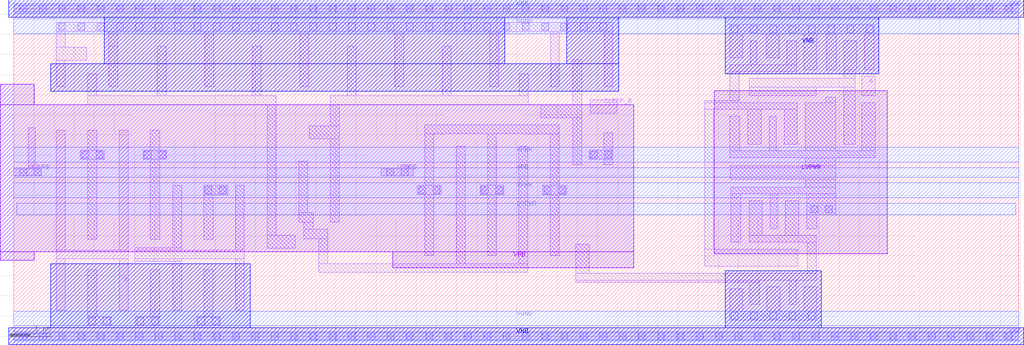
<source format=lef>
VERSION 5.7 ;
  NOWIREEXTENSIONATPIN ON ;
  DIVIDERCHAR "/" ;
  BUSBITCHARS "[]" ;
MACRO sky130_fd_sc_hvl__a21o_1
  CLASS CORE ;
  FOREIGN sky130_fd_sc_hvl__a21o_1 ;
  ORIGIN 0.000 0.000 ;
  SIZE 4.320 BY 4.070 ;
  SYMMETRY X Y ;
  SITE unithv ;
  PIN A1
    DIRECTION INPUT ;
    USE SIGNAL ;
    ANTENNAGATEAREA 1.125000 ;
    PORT
      LAYER li1 ;
        RECT 2.805 1.505 3.715 1.835 ;
    END
  END A1
  PIN A2
    DIRECTION INPUT ;
    USE SIGNAL ;
    ANTENNAGATEAREA 1.125000 ;
    PORT
      LAYER li1 ;
        RECT 3.895 1.505 4.195 1.835 ;
    END
  END A2
  PIN B1
    DIRECTION INPUT ;
    USE SIGNAL ;
    ANTENNAGATEAREA 1.125000 ;
    PORT
      LAYER li1 ;
        RECT 1.085 1.505 2.275 1.750 ;
    END
  END B1
  PIN VGND
    DIRECTION INOUT ;
    USE GROUND ;
    PORT
      LAYER met1 ;
        RECT 0.000 0.255 4.320 0.625 ;
    END
  END VGND
  PIN VNB
    DIRECTION INOUT ;
    USE GROUND ;
    PORT
      LAYER pwell ;
        RECT 0.100 0.215 4.280 1.415 ;
        RECT -0.130 -0.215 4.450 0.215 ;
      LAYER met1 ;
        RECT 0.000 -0.115 4.320 0.115 ;
    END
  END VNB
  PIN VPB
    DIRECTION INOUT ;
    USE POWER ;
    PORT
      LAYER nwell ;
        RECT -0.330 1.885 4.650 4.485 ;
      LAYER met1 ;
        RECT 0.000 3.955 4.320 4.185 ;
    END
  END VPB
  PIN VPWR
    DIRECTION INOUT ;
    USE POWER ;
    PORT
      LAYER met1 ;
        RECT 0.000 3.445 4.320 3.815 ;
    END
  END VPWR
  PIN X
    DIRECTION OUTPUT ;
    USE SIGNAL ;
    ANTENNADIFFAREA 0.611250 ;
    PORT
      LAYER li1 ;
        RECT 0.110 1.325 0.360 3.735 ;
        RECT 0.110 0.495 0.460 1.325 ;
    END
  END X
  OBS
      LAYER li1 ;
        RECT 0.000 3.985 4.320 4.155 ;
        RECT 0.540 2.280 1.440 3.755 ;
        RECT 1.620 2.100 1.870 3.755 ;
        RECT 2.320 2.450 2.650 3.755 ;
        RECT 2.830 2.630 3.780 3.755 ;
        RECT 3.960 2.450 4.210 3.735 ;
        RECT 2.320 2.280 4.210 2.450 ;
        RECT 3.960 2.195 4.210 2.280 ;
        RECT 0.565 1.930 2.625 2.100 ;
        RECT 0.565 1.725 0.895 1.930 ;
        RECT 2.455 1.325 2.625 1.930 ;
        RECT 0.640 0.365 2.250 1.325 ;
        RECT 2.430 0.495 2.680 1.325 ;
        RECT 2.860 0.365 4.170 1.325 ;
        RECT 0.000 -0.085 4.320 0.085 ;
      LAYER mcon ;
        RECT 0.155 3.985 0.325 4.155 ;
        RECT 0.635 3.985 0.805 4.155 ;
        RECT 1.115 3.985 1.285 4.155 ;
        RECT 1.595 3.985 1.765 4.155 ;
        RECT 2.075 3.985 2.245 4.155 ;
        RECT 2.555 3.985 2.725 4.155 ;
        RECT 3.035 3.985 3.205 4.155 ;
        RECT 3.515 3.985 3.685 4.155 ;
        RECT 3.995 3.985 4.165 4.155 ;
        RECT 0.545 3.505 0.715 3.675 ;
        RECT 0.905 3.505 1.075 3.675 ;
        RECT 1.265 3.505 1.435 3.675 ;
        RECT 2.860 3.505 3.030 3.675 ;
        RECT 3.220 3.505 3.390 3.675 ;
        RECT 3.580 3.505 3.750 3.675 ;
        RECT 0.640 0.395 0.810 0.565 ;
        RECT 1.000 0.395 1.170 0.565 ;
        RECT 1.360 0.395 1.530 0.565 ;
        RECT 1.720 0.395 1.890 0.565 ;
        RECT 2.080 0.395 2.250 0.565 ;
        RECT 2.890 0.395 3.060 0.565 ;
        RECT 3.250 0.395 3.420 0.565 ;
        RECT 3.610 0.395 3.780 0.565 ;
        RECT 3.970 0.395 4.140 0.565 ;
        RECT 0.155 -0.085 0.325 0.085 ;
        RECT 0.635 -0.085 0.805 0.085 ;
        RECT 1.115 -0.085 1.285 0.085 ;
        RECT 1.595 -0.085 1.765 0.085 ;
        RECT 2.075 -0.085 2.245 0.085 ;
        RECT 2.555 -0.085 2.725 0.085 ;
        RECT 3.035 -0.085 3.205 0.085 ;
        RECT 3.515 -0.085 3.685 0.085 ;
        RECT 3.995 -0.085 4.165 0.085 ;
  END
END sky130_fd_sc_hvl__a21o_1

#--------EOF---------

MACRO sky130_fd_sc_hvl__a21oi_1
  CLASS CORE ;
  FOREIGN sky130_fd_sc_hvl__a21oi_1 ;
  ORIGIN 0.000 0.000 ;
  SIZE 3.360 BY 4.070 ;
  SYMMETRY X Y ;
  SITE unithv ;
  PIN A1
    DIRECTION INPUT ;
    USE SIGNAL ;
    ANTENNAGATEAREA 1.125000 ;
    PORT
      LAYER li1 ;
        RECT 1.565 1.505 1.915 1.750 ;
    END
  END A1
  PIN A2
    DIRECTION INPUT ;
    USE SIGNAL ;
    ANTENNAGATEAREA 1.125000 ;
    PORT
      LAYER li1 ;
        RECT 0.125 1.505 1.315 1.750 ;
    END
  END A2
  PIN B1
    DIRECTION INPUT ;
    USE SIGNAL ;
    ANTENNAGATEAREA 1.125000 ;
    PORT
      LAYER li1 ;
        RECT 2.470 1.805 2.800 3.260 ;
    END
  END B1
  PIN VGND
    DIRECTION INOUT ;
    USE GROUND ;
    PORT
      LAYER met1 ;
        RECT 0.000 0.255 3.360 0.625 ;
    END
  END VGND
  PIN VNB
    DIRECTION INOUT ;
    USE GROUND ;
    PORT
      LAYER pwell ;
        RECT 0.440 0.215 3.340 1.415 ;
        RECT -0.130 -0.215 3.490 0.215 ;
      LAYER met1 ;
        RECT 0.000 -0.115 3.360 0.115 ;
    END
  END VNB
  PIN VPB
    DIRECTION INOUT ;
    USE POWER ;
    PORT
      LAYER nwell ;
        RECT -0.330 1.885 3.690 4.485 ;
      LAYER met1 ;
        RECT 0.000 3.955 3.360 4.185 ;
    END
  END VPB
  PIN VPWR
    DIRECTION INOUT ;
    USE POWER ;
    PORT
      LAYER met1 ;
        RECT 0.000 3.445 3.360 3.815 ;
    END
  END VPWR
  PIN Y
    DIRECTION OUTPUT ;
    USE SIGNAL ;
    ANTENNADIFFAREA 0.832500 ;
    PORT
      LAYER li1 ;
        RECT 2.980 1.625 3.235 3.755 ;
        RECT 2.220 1.455 3.235 1.625 ;
        RECT 2.220 0.495 2.470 1.455 ;
    END
  END Y
  OBS
      LAYER li1 ;
        RECT 0.000 3.985 3.360 4.155 ;
        RECT 0.260 2.100 0.510 3.755 ;
        RECT 0.690 2.280 1.940 3.755 ;
        RECT 2.120 2.100 2.290 3.755 ;
        RECT 0.260 1.930 2.290 2.100 ;
        RECT 0.330 0.365 2.040 1.325 ;
        RECT 2.675 0.365 3.265 1.275 ;
        RECT 0.000 -0.085 3.360 0.085 ;
      LAYER mcon ;
        RECT 0.155 3.985 0.325 4.155 ;
        RECT 0.635 3.985 0.805 4.155 ;
        RECT 1.115 3.985 1.285 4.155 ;
        RECT 1.595 3.985 1.765 4.155 ;
        RECT 2.075 3.985 2.245 4.155 ;
        RECT 2.555 3.985 2.725 4.155 ;
        RECT 3.035 3.985 3.205 4.155 ;
        RECT 0.690 3.505 0.860 3.675 ;
        RECT 1.050 3.505 1.220 3.675 ;
        RECT 1.410 3.505 1.580 3.675 ;
        RECT 1.770 3.505 1.940 3.675 ;
        RECT 0.380 0.395 0.550 0.565 ;
        RECT 0.740 0.395 0.910 0.565 ;
        RECT 1.100 0.395 1.270 0.565 ;
        RECT 1.460 0.395 1.630 0.565 ;
        RECT 1.820 0.395 1.990 0.565 ;
        RECT 2.705 0.395 2.875 0.565 ;
        RECT 3.065 0.395 3.235 0.565 ;
        RECT 0.155 -0.085 0.325 0.085 ;
        RECT 0.635 -0.085 0.805 0.085 ;
        RECT 1.115 -0.085 1.285 0.085 ;
        RECT 1.595 -0.085 1.765 0.085 ;
        RECT 2.075 -0.085 2.245 0.085 ;
        RECT 2.555 -0.085 2.725 0.085 ;
        RECT 3.035 -0.085 3.205 0.085 ;
  END
END sky130_fd_sc_hvl__a21oi_1

#--------EOF---------

MACRO sky130_fd_sc_hvl__a22o_1
  CLASS CORE ;
  FOREIGN sky130_fd_sc_hvl__a22o_1 ;
  ORIGIN 0.000 0.000 ;
  SIZE 5.280 BY 4.070 ;
  SYMMETRY X Y ;
  SITE unithv ;
  PIN A1
    DIRECTION INPUT ;
    USE SIGNAL ;
    ANTENNAGATEAREA 1.125000 ;
    PORT
      LAYER li1 ;
        RECT 3.485 1.505 4.645 1.750 ;
    END
  END A1
  PIN A2
    DIRECTION INPUT ;
    USE SIGNAL ;
    ANTENNAGATEAREA 1.125000 ;
    PORT
      LAYER li1 ;
        RECT 4.825 1.505 5.155 1.750 ;
    END
  END A2
  PIN B1
    DIRECTION INPUT ;
    USE SIGNAL ;
    ANTENNAGATEAREA 1.125000 ;
    PORT
      LAYER li1 ;
        RECT 3.035 0.810 3.205 1.750 ;
    END
  END B1
  PIN B2
    DIRECTION INPUT ;
    USE SIGNAL ;
    ANTENNAGATEAREA 1.125000 ;
    PORT
      LAYER li1 ;
        RECT 1.990 1.775 2.320 3.260 ;
    END
  END B2
  PIN VGND
    DIRECTION INOUT ;
    USE GROUND ;
    PORT
      LAYER met1 ;
        RECT 0.000 0.255 5.280 0.625 ;
    END
  END VGND
  PIN VNB
    DIRECTION INOUT ;
    USE GROUND ;
    PORT
      LAYER pwell ;
        RECT 0.020 0.215 5.235 1.415 ;
        RECT -0.130 -0.215 5.410 0.215 ;
      LAYER met1 ;
        RECT 0.000 -0.115 5.280 0.115 ;
    END
  END VNB
  PIN VPB
    DIRECTION INOUT ;
    USE POWER ;
    PORT
      LAYER nwell ;
        RECT -0.330 1.885 5.610 4.485 ;
      LAYER met1 ;
        RECT 0.000 3.955 5.280 4.185 ;
    END
  END VPB
  PIN VPWR
    DIRECTION INOUT ;
    USE POWER ;
    PORT
      LAYER met1 ;
        RECT 0.000 3.445 5.280 3.815 ;
    END
  END VPWR
  PIN X
    DIRECTION OUTPUT ;
    USE SIGNAL ;
    ANTENNADIFFAREA 0.626250 ;
    PORT
      LAYER li1 ;
        RECT 0.105 0.495 0.380 3.755 ;
    END
  END X
  OBS
      LAYER li1 ;
        RECT 0.000 3.985 5.280 4.155 ;
        RECT 0.560 2.175 1.460 3.755 ;
        RECT 1.640 3.635 3.530 3.805 ;
        RECT 1.640 2.175 1.810 3.635 ;
        RECT 0.585 1.595 0.915 1.755 ;
        RECT 2.500 1.595 2.830 3.455 ;
        RECT 3.280 2.100 3.530 3.635 ;
        RECT 3.710 2.280 4.660 3.755 ;
        RECT 4.840 2.100 5.170 3.735 ;
        RECT 3.280 1.930 5.170 2.100 ;
        RECT 0.585 1.425 2.855 1.595 ;
        RECT 0.550 0.365 2.260 1.245 ;
        RECT 2.685 0.630 2.855 1.425 ;
        RECT 3.385 0.630 3.635 1.325 ;
        RECT 2.685 0.460 3.635 0.630 ;
        RECT 3.815 0.365 5.125 1.325 ;
        RECT 0.000 -0.085 5.280 0.085 ;
      LAYER mcon ;
        RECT 0.155 3.985 0.325 4.155 ;
        RECT 0.635 3.985 0.805 4.155 ;
        RECT 1.115 3.985 1.285 4.155 ;
        RECT 1.595 3.985 1.765 4.155 ;
        RECT 2.075 3.985 2.245 4.155 ;
        RECT 2.555 3.985 2.725 4.155 ;
        RECT 3.035 3.985 3.205 4.155 ;
        RECT 3.515 3.985 3.685 4.155 ;
        RECT 3.995 3.985 4.165 4.155 ;
        RECT 4.475 3.985 4.645 4.155 ;
        RECT 4.955 3.985 5.125 4.155 ;
        RECT 0.565 3.505 0.735 3.675 ;
        RECT 0.925 3.505 1.095 3.675 ;
        RECT 1.285 3.505 1.455 3.675 ;
        RECT 3.740 3.505 3.910 3.675 ;
        RECT 4.100 3.505 4.270 3.675 ;
        RECT 4.460 3.505 4.630 3.675 ;
        RECT 0.600 0.395 0.770 0.565 ;
        RECT 0.960 0.395 1.130 0.565 ;
        RECT 1.320 0.395 1.490 0.565 ;
        RECT 1.680 0.395 1.850 0.565 ;
        RECT 2.040 0.395 2.210 0.565 ;
        RECT 3.845 0.395 4.015 0.565 ;
        RECT 4.205 0.395 4.375 0.565 ;
        RECT 4.565 0.395 4.735 0.565 ;
        RECT 4.925 0.395 5.095 0.565 ;
        RECT 0.155 -0.085 0.325 0.085 ;
        RECT 0.635 -0.085 0.805 0.085 ;
        RECT 1.115 -0.085 1.285 0.085 ;
        RECT 1.595 -0.085 1.765 0.085 ;
        RECT 2.075 -0.085 2.245 0.085 ;
        RECT 2.555 -0.085 2.725 0.085 ;
        RECT 3.035 -0.085 3.205 0.085 ;
        RECT 3.515 -0.085 3.685 0.085 ;
        RECT 3.995 -0.085 4.165 0.085 ;
        RECT 4.475 -0.085 4.645 0.085 ;
        RECT 4.955 -0.085 5.125 0.085 ;
  END
END sky130_fd_sc_hvl__a22o_1

#--------EOF---------

MACRO sky130_fd_sc_hvl__a22oi_1
  CLASS CORE ;
  FOREIGN sky130_fd_sc_hvl__a22oi_1 ;
  ORIGIN 0.000 0.000 ;
  SIZE 3.840 BY 4.070 ;
  SYMMETRY X Y ;
  SITE unithv ;
  PIN A1
    DIRECTION INPUT ;
    USE SIGNAL ;
    ANTENNAGATEAREA 1.125000 ;
    PORT
      LAYER li1 ;
        RECT 2.045 1.505 2.755 1.750 ;
    END
  END A1
  PIN A2
    DIRECTION INPUT ;
    USE SIGNAL ;
    ANTENNAGATEAREA 1.125000 ;
    PORT
      LAYER li1 ;
        RECT 2.940 1.505 3.715 1.750 ;
    END
  END A2
  PIN B1
    DIRECTION INPUT ;
    USE SIGNAL ;
    ANTENNAGATEAREA 1.125000 ;
    PORT
      LAYER li1 ;
        RECT 1.465 1.505 1.795 1.750 ;
    END
  END B1
  PIN B2
    DIRECTION INPUT ;
    USE SIGNAL ;
    ANTENNAGATEAREA 1.125000 ;
    PORT
      LAYER li1 ;
        RECT 0.125 1.505 0.835 1.835 ;
    END
  END B2
  PIN VGND
    DIRECTION INOUT ;
    USE GROUND ;
    PORT
      LAYER met1 ;
        RECT 0.000 0.255 3.840 0.625 ;
    END
  END VGND
  PIN VNB
    DIRECTION INOUT ;
    USE GROUND ;
    PORT
      LAYER pwell ;
        RECT 0.105 0.215 3.635 1.415 ;
        RECT -0.130 -0.215 3.970 0.215 ;
      LAYER met1 ;
        RECT 0.000 -0.115 3.840 0.115 ;
    END
  END VNB
  PIN VPB
    DIRECTION INOUT ;
    USE POWER ;
    PORT
      LAYER nwell ;
        RECT -0.330 1.885 4.170 4.485 ;
      LAYER met1 ;
        RECT 0.000 3.955 3.840 4.185 ;
    END
  END VPB
  PIN VPWR
    DIRECTION INOUT ;
    USE POWER ;
    PORT
      LAYER met1 ;
        RECT 0.000 3.445 3.840 3.815 ;
    END
  END VPWR
  PIN Y
    DIRECTION OUTPUT ;
    USE SIGNAL ;
    ANTENNADIFFAREA 0.630000 ;
    PORT
      LAYER li1 ;
        RECT 0.925 2.175 1.285 3.455 ;
        RECT 1.085 0.980 1.285 2.175 ;
        RECT 1.705 0.980 1.955 1.325 ;
        RECT 1.085 0.810 1.955 0.980 ;
        RECT 1.705 0.495 1.955 0.810 ;
    END
  END Y
  OBS
      LAYER li1 ;
        RECT 0.000 3.985 3.840 4.155 ;
        RECT 0.145 3.635 1.955 3.805 ;
        RECT 0.145 2.175 0.475 3.635 ;
        RECT 1.705 2.100 1.955 3.635 ;
        RECT 2.135 2.280 3.085 3.755 ;
        RECT 3.265 2.100 3.595 3.755 ;
        RECT 1.705 1.930 3.595 2.100 ;
        RECT 0.090 0.365 0.680 1.325 ;
        RECT 2.135 0.365 3.750 1.325 ;
        RECT 0.000 -0.085 3.840 0.085 ;
      LAYER mcon ;
        RECT 0.155 3.985 0.325 4.155 ;
        RECT 0.635 3.985 0.805 4.155 ;
        RECT 1.115 3.985 1.285 4.155 ;
        RECT 1.595 3.985 1.765 4.155 ;
        RECT 2.075 3.985 2.245 4.155 ;
        RECT 2.555 3.985 2.725 4.155 ;
        RECT 3.035 3.985 3.205 4.155 ;
        RECT 3.515 3.985 3.685 4.155 ;
        RECT 2.165 3.505 2.335 3.675 ;
        RECT 2.525 3.505 2.695 3.675 ;
        RECT 2.885 3.505 3.055 3.675 ;
        RECT 0.120 0.395 0.290 0.565 ;
        RECT 0.480 0.395 0.650 0.565 ;
        RECT 2.135 0.395 2.305 0.565 ;
        RECT 2.495 0.395 2.665 0.565 ;
        RECT 2.855 0.395 3.025 0.565 ;
        RECT 3.215 0.395 3.385 0.565 ;
        RECT 3.575 0.395 3.745 0.565 ;
        RECT 0.155 -0.085 0.325 0.085 ;
        RECT 0.635 -0.085 0.805 0.085 ;
        RECT 1.115 -0.085 1.285 0.085 ;
        RECT 1.595 -0.085 1.765 0.085 ;
        RECT 2.075 -0.085 2.245 0.085 ;
        RECT 2.555 -0.085 2.725 0.085 ;
        RECT 3.035 -0.085 3.205 0.085 ;
        RECT 3.515 -0.085 3.685 0.085 ;
  END
END sky130_fd_sc_hvl__a22oi_1

#--------EOF---------

MACRO sky130_fd_sc_hvl__and2_1
  CLASS CORE ;
  FOREIGN sky130_fd_sc_hvl__and2_1 ;
  ORIGIN 0.000 0.000 ;
  SIZE 3.360 BY 4.070 ;
  SYMMETRY X Y ;
  SITE unithv ;
  PIN A
    DIRECTION INPUT ;
    USE SIGNAL ;
    ANTENNAGATEAREA 0.420000 ;
    PORT
      LAYER li1 ;
        RECT 0.125 1.175 0.535 1.845 ;
    END
  END A
  PIN B
    DIRECTION INPUT ;
    USE SIGNAL ;
    ANTENNAGATEAREA 0.420000 ;
    PORT
      LAYER li1 ;
        RECT 1.065 0.810 1.455 1.725 ;
    END
  END B
  PIN VGND
    DIRECTION INOUT ;
    USE GROUND ;
    PORT
      LAYER met1 ;
        RECT 0.000 0.255 3.360 0.625 ;
    END
  END VGND
  PIN VNB
    DIRECTION INOUT ;
    USE GROUND ;
    PORT
      LAYER pwell ;
        RECT 2.030 1.085 3.340 1.415 ;
        RECT 0.020 0.215 3.340 1.085 ;
        RECT -0.130 -0.215 3.490 0.215 ;
      LAYER met1 ;
        RECT 0.000 -0.115 3.360 0.115 ;
    END
  END VNB
  PIN VPB
    DIRECTION INOUT ;
    USE POWER ;
    PORT
      LAYER nwell ;
        RECT -0.330 1.885 3.690 4.485 ;
      LAYER met1 ;
        RECT 0.000 3.955 3.360 4.185 ;
    END
  END VPB
  PIN VPWR
    DIRECTION INOUT ;
    USE POWER ;
    PORT
      LAYER met1 ;
        RECT 0.000 3.445 3.360 3.815 ;
    END
  END VPWR
  PIN X
    DIRECTION OUTPUT ;
    USE SIGNAL ;
    ANTENNADIFFAREA 0.626250 ;
    PORT
      LAYER li1 ;
        RECT 2.980 0.495 3.255 3.755 ;
    END
  END X
  OBS
      LAYER li1 ;
        RECT 0.000 3.985 3.360 4.155 ;
        RECT 0.090 2.255 1.020 3.705 ;
        RECT 1.200 2.075 1.370 2.675 ;
        RECT 1.550 2.255 2.800 3.755 ;
        RECT 0.715 1.905 2.775 2.075 ;
        RECT 0.715 0.995 0.885 1.905 ;
        RECT 2.445 1.725 2.775 1.905 ;
        RECT 0.130 0.825 0.885 0.995 ;
        RECT 0.130 0.495 0.380 0.825 ;
        RECT 1.635 0.365 2.625 1.325 ;
        RECT 0.000 -0.085 3.360 0.085 ;
      LAYER mcon ;
        RECT 0.155 3.985 0.325 4.155 ;
        RECT 0.635 3.985 0.805 4.155 ;
        RECT 1.115 3.985 1.285 4.155 ;
        RECT 1.595 3.985 1.765 4.155 ;
        RECT 2.075 3.985 2.245 4.155 ;
        RECT 2.555 3.985 2.725 4.155 ;
        RECT 3.035 3.985 3.205 4.155 ;
        RECT 0.110 3.505 0.280 3.675 ;
        RECT 0.470 3.505 0.640 3.675 ;
        RECT 0.830 3.505 1.000 3.675 ;
        RECT 1.550 3.505 1.720 3.675 ;
        RECT 1.910 3.505 2.080 3.675 ;
        RECT 2.270 3.505 2.440 3.675 ;
        RECT 2.630 3.505 2.800 3.675 ;
        RECT 1.685 0.395 1.855 0.565 ;
        RECT 2.045 0.395 2.215 0.565 ;
        RECT 2.405 0.395 2.575 0.565 ;
        RECT 0.155 -0.085 0.325 0.085 ;
        RECT 0.635 -0.085 0.805 0.085 ;
        RECT 1.115 -0.085 1.285 0.085 ;
        RECT 1.595 -0.085 1.765 0.085 ;
        RECT 2.075 -0.085 2.245 0.085 ;
        RECT 2.555 -0.085 2.725 0.085 ;
        RECT 3.035 -0.085 3.205 0.085 ;
  END
END sky130_fd_sc_hvl__and2_1

#--------EOF---------

MACRO sky130_fd_sc_hvl__and3_1
  CLASS CORE ;
  FOREIGN sky130_fd_sc_hvl__and3_1 ;
  ORIGIN 0.000 0.000 ;
  SIZE 3.840 BY 4.070 ;
  SYMMETRY X Y ;
  SITE unithv ;
  PIN A
    DIRECTION INPUT ;
    USE SIGNAL ;
    ANTENNAGATEAREA 0.420000 ;
    PORT
      LAYER li1 ;
        RECT 0.605 0.810 0.935 1.645 ;
    END
  END A
  PIN B
    DIRECTION INPUT ;
    USE SIGNAL ;
    ANTENNAGATEAREA 0.420000 ;
    PORT
      LAYER li1 ;
        RECT 0.605 2.175 1.565 2.490 ;
    END
  END B
  PIN C
    DIRECTION INPUT ;
    USE SIGNAL ;
    ANTENNAGATEAREA 0.420000 ;
    PORT
      LAYER li1 ;
        RECT 1.115 0.810 2.255 1.645 ;
    END
  END C
  PIN VGND
    DIRECTION INOUT ;
    USE GROUND ;
    PORT
      LAYER met1 ;
        RECT 0.000 0.255 3.840 0.625 ;
    END
  END VGND
  PIN VNB
    DIRECTION INOUT ;
    USE GROUND ;
    PORT
      LAYER pwell ;
        RECT 0.065 0.215 3.820 1.415 ;
        RECT -0.130 -0.215 3.970 0.215 ;
      LAYER met1 ;
        RECT 0.000 -0.115 3.840 0.115 ;
    END
  END VNB
  PIN VPB
    DIRECTION INOUT ;
    USE POWER ;
    PORT
      LAYER nwell ;
        RECT -0.330 1.885 4.170 4.485 ;
      LAYER met1 ;
        RECT 0.000 3.955 3.840 4.185 ;
    END
  END VPB
  PIN VPWR
    DIRECTION INOUT ;
    USE POWER ;
    PORT
      LAYER met1 ;
        RECT 0.000 3.445 3.840 3.815 ;
    END
  END VPWR
  PIN X
    DIRECTION OUTPUT ;
    USE SIGNAL ;
    ANTENNADIFFAREA 0.626250 ;
    PORT
      LAYER li1 ;
        RECT 3.365 2.175 3.715 3.755 ;
        RECT 3.410 0.495 3.715 2.175 ;
    END
  END X
  OBS
      LAYER li1 ;
        RECT 0.000 3.985 3.840 4.155 ;
        RECT 0.130 1.995 0.380 3.045 ;
        RECT 0.560 2.670 1.510 3.705 ;
        RECT 1.770 1.995 2.020 3.045 ;
        RECT 2.200 2.175 3.150 3.755 ;
        RECT 0.130 1.825 3.240 1.995 ;
        RECT 0.130 0.825 0.425 1.825 ;
        RECT 2.910 1.665 3.240 1.825 ;
        RECT 2.435 0.365 3.240 1.325 ;
        RECT 0.000 -0.085 3.840 0.085 ;
      LAYER mcon ;
        RECT 0.155 3.985 0.325 4.155 ;
        RECT 0.635 3.985 0.805 4.155 ;
        RECT 1.115 3.985 1.285 4.155 ;
        RECT 1.595 3.985 1.765 4.155 ;
        RECT 2.075 3.985 2.245 4.155 ;
        RECT 2.555 3.985 2.725 4.155 ;
        RECT 3.035 3.985 3.205 4.155 ;
        RECT 3.515 3.985 3.685 4.155 ;
        RECT 0.590 3.505 0.760 3.675 ;
        RECT 0.950 3.505 1.120 3.675 ;
        RECT 1.310 3.505 1.480 3.675 ;
        RECT 2.230 3.505 2.400 3.675 ;
        RECT 2.590 3.505 2.760 3.675 ;
        RECT 2.950 3.505 3.120 3.675 ;
        RECT 2.485 0.395 2.655 0.565 ;
        RECT 3.015 0.395 3.185 0.565 ;
        RECT 0.155 -0.085 0.325 0.085 ;
        RECT 0.635 -0.085 0.805 0.085 ;
        RECT 1.115 -0.085 1.285 0.085 ;
        RECT 1.595 -0.085 1.765 0.085 ;
        RECT 2.075 -0.085 2.245 0.085 ;
        RECT 2.555 -0.085 2.725 0.085 ;
        RECT 3.035 -0.085 3.205 0.085 ;
        RECT 3.515 -0.085 3.685 0.085 ;
  END
END sky130_fd_sc_hvl__and3_1

#--------EOF---------

MACRO sky130_fd_sc_hvl__buf_1
  CLASS CORE ;
  FOREIGN sky130_fd_sc_hvl__buf_1 ;
  ORIGIN 0.000 0.000 ;
  SIZE 2.400 BY 4.070 ;
  SYMMETRY X Y ;
  SITE unithv ;
  PIN A
    DIRECTION INPUT ;
    USE SIGNAL ;
    ANTENNAGATEAREA 0.585000 ;
    PORT
      LAYER li1 ;
        RECT 1.465 1.465 1.795 3.260 ;
    END
  END A
  PIN VGND
    DIRECTION INOUT ;
    USE GROUND ;
    PORT
      LAYER met1 ;
        RECT 0.000 0.255 2.400 0.625 ;
    END
  END VGND
  PIN VNB
    DIRECTION INOUT ;
    USE GROUND ;
    PORT
      LAYER pwell ;
        RECT 0.025 1.085 1.335 1.415 ;
        RECT 0.025 0.215 2.335 1.085 ;
        RECT -0.130 -0.215 2.530 0.215 ;
      LAYER met1 ;
        RECT 0.000 -0.115 2.400 0.115 ;
    END
  END VNB
  PIN VPB
    DIRECTION INOUT ;
    USE POWER ;
    PORT
      LAYER nwell ;
        RECT -0.330 1.885 2.730 4.485 ;
      LAYER met1 ;
        RECT 0.000 3.955 2.400 4.185 ;
    END
  END VPB
  PIN VPWR
    DIRECTION INOUT ;
    USE POWER ;
    PORT
      LAYER met1 ;
        RECT 0.000 3.445 2.400 3.815 ;
    END
  END VPWR
  PIN X
    DIRECTION OUTPUT ;
    USE SIGNAL ;
    ANTENNADIFFAREA 0.626250 ;
    PORT
      LAYER li1 ;
        RECT 0.115 2.175 0.550 3.755 ;
        RECT 0.115 0.495 0.365 2.175 ;
    END
  END X
  OBS
      LAYER li1 ;
        RECT 0.000 3.985 2.400 4.155 ;
        RECT 0.730 2.175 1.285 3.755 ;
        RECT 0.675 1.285 1.005 1.745 ;
        RECT 1.975 1.285 2.225 3.005 ;
        RECT 0.675 1.115 2.225 1.285 ;
        RECT 0.545 0.365 1.795 0.935 ;
        RECT 1.975 0.495 2.225 1.115 ;
        RECT 0.000 -0.085 2.400 0.085 ;
      LAYER mcon ;
        RECT 0.155 3.985 0.325 4.155 ;
        RECT 0.635 3.985 0.805 4.155 ;
        RECT 1.115 3.985 1.285 4.155 ;
        RECT 1.595 3.985 1.765 4.155 ;
        RECT 2.075 3.985 2.245 4.155 ;
        RECT 0.740 3.505 0.910 3.675 ;
        RECT 1.100 3.505 1.270 3.675 ;
        RECT 0.545 0.395 0.715 0.565 ;
        RECT 0.905 0.395 1.075 0.565 ;
        RECT 1.265 0.395 1.435 0.565 ;
        RECT 1.625 0.395 1.795 0.565 ;
        RECT 0.155 -0.085 0.325 0.085 ;
        RECT 0.635 -0.085 0.805 0.085 ;
        RECT 1.115 -0.085 1.285 0.085 ;
        RECT 1.595 -0.085 1.765 0.085 ;
        RECT 2.075 -0.085 2.245 0.085 ;
  END
END sky130_fd_sc_hvl__buf_1

#--------EOF---------

MACRO sky130_fd_sc_hvl__buf_2
  CLASS CORE ;
  FOREIGN sky130_fd_sc_hvl__buf_2 ;
  ORIGIN 0.000 0.000 ;
  SIZE 3.360 BY 4.070 ;
  SYMMETRY X Y ;
  SITE unithv ;
  PIN A
    DIRECTION INPUT ;
    USE SIGNAL ;
    ANTENNAGATEAREA 0.585000 ;
    PORT
      LAYER li1 ;
        RECT 2.045 1.775 2.775 2.120 ;
    END
  END A
  PIN VGND
    DIRECTION INOUT ;
    USE GROUND ;
    PORT
      LAYER met1 ;
        RECT 0.000 0.255 3.360 0.625 ;
    END
  END VGND
  PIN VNB
    DIRECTION INOUT ;
    USE GROUND ;
    PORT
      LAYER pwell ;
        RECT 0.250 0.215 3.340 1.415 ;
        RECT -0.130 -0.215 3.490 0.215 ;
      LAYER met1 ;
        RECT 0.000 -0.115 3.360 0.115 ;
    END
  END VNB
  PIN VPB
    DIRECTION INOUT ;
    USE POWER ;
    PORT
      LAYER nwell ;
        RECT -0.330 1.885 3.690 4.485 ;
      LAYER met1 ;
        RECT 0.000 3.955 3.360 4.185 ;
    END
  END VPB
  PIN VPWR
    DIRECTION INOUT ;
    USE POWER ;
    PORT
      LAYER met1 ;
        RECT 0.000 3.445 3.360 3.815 ;
    END
  END VPWR
  PIN X
    DIRECTION OUTPUT ;
    USE SIGNAL ;
    ANTENNADIFFAREA 0.630000 ;
    PORT
      LAYER li1 ;
        RECT 1.200 1.780 1.370 3.755 ;
        RECT 0.125 1.720 1.370 1.780 ;
        RECT 0.125 1.550 1.390 1.720 ;
        RECT 1.220 0.495 1.390 1.550 ;
    END
  END X
  OBS
      LAYER li1 ;
        RECT 0.000 3.985 3.360 4.155 ;
        RECT 0.090 2.175 1.020 3.755 ;
        RECT 1.550 2.300 2.800 3.755 ;
        RECT 1.570 1.595 1.865 1.755 ;
        RECT 2.980 1.595 3.250 3.005 ;
        RECT 1.570 1.425 3.250 1.595 ;
        RECT 0.090 0.365 1.040 1.325 ;
        RECT 1.570 0.365 2.820 1.245 ;
        RECT 3.000 0.825 3.250 1.425 ;
        RECT 0.000 -0.085 3.360 0.085 ;
      LAYER mcon ;
        RECT 0.155 3.985 0.325 4.155 ;
        RECT 0.635 3.985 0.805 4.155 ;
        RECT 1.115 3.985 1.285 4.155 ;
        RECT 1.595 3.985 1.765 4.155 ;
        RECT 2.075 3.985 2.245 4.155 ;
        RECT 2.555 3.985 2.725 4.155 ;
        RECT 3.035 3.985 3.205 4.155 ;
        RECT 0.110 3.505 0.280 3.675 ;
        RECT 0.470 3.505 0.640 3.675 ;
        RECT 0.830 3.505 1.000 3.675 ;
        RECT 1.550 3.505 1.720 3.675 ;
        RECT 1.910 3.505 2.080 3.675 ;
        RECT 2.270 3.505 2.440 3.675 ;
        RECT 2.630 3.505 2.800 3.675 ;
        RECT 0.120 0.395 0.290 0.565 ;
        RECT 0.480 0.395 0.650 0.565 ;
        RECT 0.840 0.395 1.010 0.565 ;
        RECT 1.570 0.395 1.740 0.565 ;
        RECT 1.930 0.395 2.100 0.565 ;
        RECT 2.290 0.395 2.460 0.565 ;
        RECT 2.650 0.395 2.820 0.565 ;
        RECT 0.155 -0.085 0.325 0.085 ;
        RECT 0.635 -0.085 0.805 0.085 ;
        RECT 1.115 -0.085 1.285 0.085 ;
        RECT 1.595 -0.085 1.765 0.085 ;
        RECT 2.075 -0.085 2.245 0.085 ;
        RECT 2.555 -0.085 2.725 0.085 ;
        RECT 3.035 -0.085 3.205 0.085 ;
  END
END sky130_fd_sc_hvl__buf_2

#--------EOF---------

MACRO sky130_fd_sc_hvl__buf_4
  CLASS CORE ;
  FOREIGN sky130_fd_sc_hvl__buf_4 ;
  ORIGIN 0.000 0.000 ;
  SIZE 4.800 BY 4.070 ;
  SYMMETRY X Y ;
  SITE unithv ;
  PIN A
    DIRECTION INPUT ;
    USE SIGNAL ;
    ANTENNAGATEAREA 1.125000 ;
    PORT
      LAYER li1 ;
        RECT 3.885 1.775 4.215 2.120 ;
    END
  END A
  PIN VGND
    DIRECTION INOUT ;
    USE GROUND ;
    PORT
      LAYER met1 ;
        RECT 0.000 0.255 4.800 0.625 ;
    END
  END VGND
  PIN VNB
    DIRECTION INOUT ;
    USE GROUND ;
    PORT
      LAYER pwell ;
        RECT 0.330 0.215 4.780 1.415 ;
        RECT -0.130 -0.215 4.930 0.215 ;
      LAYER met1 ;
        RECT 0.000 -0.115 4.800 0.115 ;
    END
  END VNB
  PIN VPB
    DIRECTION INOUT ;
    USE POWER ;
    PORT
      LAYER nwell ;
        RECT -0.330 1.885 5.130 4.485 ;
      LAYER met1 ;
        RECT 0.000 3.955 4.800 4.185 ;
    END
  END VPB
  PIN VPWR
    DIRECTION INOUT ;
    USE POWER ;
    PORT
      LAYER met1 ;
        RECT 0.000 3.445 4.800 3.815 ;
    END
  END VPWR
  PIN X
    DIRECTION OUTPUT ;
    USE SIGNAL ;
    ANTENNADIFFAREA 1.260000 ;
    PORT
      LAYER li1 ;
        RECT 1.220 2.075 1.470 3.755 ;
        RECT 2.780 2.075 3.110 3.755 ;
        RECT 1.220 1.905 3.110 2.075 ;
        RECT 1.220 1.780 1.390 1.905 ;
        RECT 0.125 1.550 1.390 1.780 ;
        RECT 1.220 1.375 1.390 1.550 ;
        RECT 1.220 1.205 3.030 1.375 ;
        RECT 1.220 0.495 1.470 1.205 ;
        RECT 2.780 0.495 3.030 1.205 ;
    END
  END X
  OBS
      LAYER li1 ;
        RECT 0.000 3.985 4.800 4.155 ;
        RECT 0.090 2.175 1.040 3.755 ;
        RECT 1.650 2.255 2.600 3.755 ;
        RECT 3.290 2.300 4.240 3.755 ;
        RECT 1.570 1.595 3.600 1.725 ;
        RECT 4.420 1.595 4.670 3.755 ;
        RECT 1.570 1.555 4.670 1.595 ;
        RECT 3.430 1.425 4.670 1.555 ;
        RECT 0.090 0.365 1.040 1.325 ;
        RECT 1.650 0.365 2.600 1.025 ;
        RECT 3.210 0.365 4.160 1.245 ;
        RECT 4.340 0.495 4.670 1.425 ;
        RECT 0.000 -0.085 4.800 0.085 ;
      LAYER mcon ;
        RECT 0.155 3.985 0.325 4.155 ;
        RECT 0.635 3.985 0.805 4.155 ;
        RECT 1.115 3.985 1.285 4.155 ;
        RECT 1.595 3.985 1.765 4.155 ;
        RECT 2.075 3.985 2.245 4.155 ;
        RECT 2.555 3.985 2.725 4.155 ;
        RECT 3.035 3.985 3.205 4.155 ;
        RECT 3.515 3.985 3.685 4.155 ;
        RECT 3.995 3.985 4.165 4.155 ;
        RECT 4.475 3.985 4.645 4.155 ;
        RECT 0.120 3.505 0.290 3.675 ;
        RECT 0.480 3.505 0.650 3.675 ;
        RECT 0.840 3.505 1.010 3.675 ;
        RECT 1.680 3.505 1.850 3.675 ;
        RECT 2.040 3.505 2.210 3.675 ;
        RECT 2.400 3.505 2.570 3.675 ;
        RECT 3.320 3.505 3.490 3.675 ;
        RECT 3.680 3.505 3.850 3.675 ;
        RECT 4.040 3.505 4.210 3.675 ;
        RECT 0.120 0.395 0.290 0.565 ;
        RECT 0.480 0.395 0.650 0.565 ;
        RECT 0.840 0.395 1.010 0.565 ;
        RECT 1.680 0.395 1.850 0.565 ;
        RECT 2.040 0.395 2.210 0.565 ;
        RECT 2.400 0.395 2.570 0.565 ;
        RECT 3.240 0.395 3.410 0.565 ;
        RECT 3.600 0.395 3.770 0.565 ;
        RECT 3.960 0.395 4.130 0.565 ;
        RECT 0.155 -0.085 0.325 0.085 ;
        RECT 0.635 -0.085 0.805 0.085 ;
        RECT 1.115 -0.085 1.285 0.085 ;
        RECT 1.595 -0.085 1.765 0.085 ;
        RECT 2.075 -0.085 2.245 0.085 ;
        RECT 2.555 -0.085 2.725 0.085 ;
        RECT 3.035 -0.085 3.205 0.085 ;
        RECT 3.515 -0.085 3.685 0.085 ;
        RECT 3.995 -0.085 4.165 0.085 ;
        RECT 4.475 -0.085 4.645 0.085 ;
  END
END sky130_fd_sc_hvl__buf_4

#--------EOF---------

MACRO sky130_fd_sc_hvl__buf_8
  CLASS CORE ;
  FOREIGN sky130_fd_sc_hvl__buf_8 ;
  ORIGIN 0.000 0.000 ;
  SIZE 9.600 BY 4.070 ;
  SYMMETRY X Y ;
  SITE unithv ;
  PIN A
    DIRECTION INPUT ;
    USE SIGNAL ;
    ANTENNAGATEAREA 3.375000 ;
    PORT
      LAYER li1 ;
        RECT 0.635 1.580 2.245 1.815 ;
    END
  END A
  PIN VGND
    DIRECTION INOUT ;
    USE GROUND ;
    PORT
      LAYER met1 ;
        RECT 0.000 0.255 9.600 0.625 ;
    END
  END VGND
  PIN VNB
    DIRECTION INOUT ;
    USE GROUND ;
    PORT
      LAYER pwell ;
        RECT 0.115 0.215 9.505 1.585 ;
        RECT -0.130 -0.215 9.730 0.215 ;
      LAYER met1 ;
        RECT 0.000 -0.115 9.600 0.115 ;
    END
  END VNB
  PIN VPB
    DIRECTION INOUT ;
    USE POWER ;
    PORT
      LAYER nwell ;
        RECT -0.330 1.885 9.930 4.485 ;
      LAYER met1 ;
        RECT 0.000 3.955 9.600 4.185 ;
    END
  END VPB
  PIN VPWR
    DIRECTION INOUT ;
    USE POWER ;
    PORT
      LAYER met1 ;
        RECT 0.000 3.445 9.600 3.815 ;
    END
  END VPWR
  PIN X
    DIRECTION OUTPUT ;
    USE SIGNAL ;
    ANTENNADIFFAREA 2.520000 ;
    PORT
      LAYER li1 ;
        RECT 3.605 2.205 3.935 3.445 ;
        RECT 5.165 2.205 5.495 3.445 ;
        RECT 6.725 2.205 7.055 3.445 ;
        RECT 8.285 3.230 8.735 3.445 ;
        RECT 8.285 2.205 8.965 3.230 ;
        RECT 3.605 2.035 8.965 2.205 ;
        RECT 3.665 1.625 8.555 1.795 ;
        RECT 3.665 0.805 3.875 1.625 ;
        RECT 5.225 0.805 5.435 1.625 ;
        RECT 6.785 0.805 6.995 1.625 ;
        RECT 8.345 0.975 8.555 1.625 ;
        RECT 8.735 0.975 8.965 2.035 ;
        RECT 8.345 0.805 8.965 0.975 ;
    END
  END X
  OBS
      LAYER li1 ;
        RECT 0.000 3.985 9.600 4.155 ;
        RECT 0.615 3.625 9.505 3.795 ;
        RECT 0.245 2.265 0.435 3.545 ;
        RECT 0.615 2.445 1.865 3.625 ;
        RECT 2.045 2.265 2.595 3.445 ;
        RECT 2.765 2.385 3.435 3.625 ;
        RECT 4.105 2.385 4.995 3.625 ;
        RECT 5.665 2.385 6.555 3.625 ;
        RECT 7.225 2.385 8.115 3.625 ;
        RECT 8.905 3.475 9.505 3.625 ;
        RECT 9.135 2.385 9.505 3.475 ;
        RECT 0.245 2.095 2.595 2.265 ;
        RECT 0.245 1.475 0.435 2.095 ;
        RECT 2.425 1.955 2.595 2.095 ;
        RECT 2.425 1.625 3.380 1.955 ;
        RECT 0.245 0.805 0.455 1.475 ;
        RECT 2.425 1.400 2.595 1.625 ;
        RECT 0.675 0.550 1.925 1.385 ;
        RECT 2.105 1.230 2.595 1.400 ;
        RECT 2.105 0.730 2.315 1.230 ;
        RECT 2.765 0.760 3.495 1.445 ;
        RECT 2.605 0.550 3.495 0.760 ;
        RECT 4.045 0.550 5.055 1.445 ;
        RECT 5.605 0.550 6.615 1.445 ;
        RECT 7.165 0.550 8.175 1.445 ;
        RECT 9.135 0.600 9.505 1.445 ;
        RECT 8.975 0.550 9.505 0.600 ;
        RECT 0.675 0.380 9.505 0.550 ;
        RECT 0.000 -0.085 9.600 0.085 ;
      LAYER mcon ;
        RECT 0.155 3.985 0.325 4.155 ;
        RECT 0.635 3.985 0.805 4.155 ;
        RECT 1.115 3.985 1.285 4.155 ;
        RECT 1.595 3.985 1.765 4.155 ;
        RECT 2.075 3.985 2.245 4.155 ;
        RECT 2.555 3.985 2.725 4.155 ;
        RECT 3.035 3.985 3.205 4.155 ;
        RECT 3.515 3.985 3.685 4.155 ;
        RECT 3.995 3.985 4.165 4.155 ;
        RECT 4.475 3.985 4.645 4.155 ;
        RECT 4.955 3.985 5.125 4.155 ;
        RECT 5.435 3.985 5.605 4.155 ;
        RECT 5.915 3.985 6.085 4.155 ;
        RECT 6.395 3.985 6.565 4.155 ;
        RECT 6.875 3.985 7.045 4.155 ;
        RECT 7.355 3.985 7.525 4.155 ;
        RECT 7.835 3.985 8.005 4.155 ;
        RECT 8.315 3.985 8.485 4.155 ;
        RECT 8.795 3.985 8.965 4.155 ;
        RECT 9.275 3.985 9.445 4.155 ;
        RECT 0.615 3.475 0.785 3.645 ;
        RECT 0.975 3.475 1.145 3.645 ;
        RECT 1.335 3.475 1.505 3.645 ;
        RECT 1.695 3.475 1.865 3.645 ;
        RECT 2.770 3.475 2.940 3.645 ;
        RECT 3.130 3.475 3.300 3.645 ;
        RECT 4.105 3.475 4.275 3.645 ;
        RECT 4.465 3.475 4.635 3.645 ;
        RECT 4.825 3.475 4.995 3.645 ;
        RECT 5.665 3.475 5.835 3.645 ;
        RECT 6.025 3.475 6.195 3.645 ;
        RECT 6.385 3.475 6.555 3.645 ;
        RECT 7.230 3.475 7.400 3.645 ;
        RECT 7.945 3.475 8.115 3.645 ;
        RECT 9.265 3.475 9.435 3.645 ;
        RECT 1.035 0.380 1.205 0.550 ;
        RECT 1.395 0.380 1.565 0.550 ;
        RECT 1.755 0.380 1.925 0.550 ;
        RECT 2.605 0.380 2.775 0.550 ;
        RECT 2.965 0.380 3.135 0.550 ;
        RECT 3.325 0.380 3.495 0.550 ;
        RECT 4.070 0.380 4.240 0.550 ;
        RECT 4.430 0.380 4.600 0.550 ;
        RECT 4.790 0.380 4.960 0.550 ;
        RECT 5.670 0.380 5.840 0.550 ;
        RECT 6.030 0.380 6.200 0.550 ;
        RECT 6.390 0.380 6.560 0.550 ;
        RECT 7.235 0.380 7.405 0.550 ;
        RECT 7.595 0.380 7.765 0.550 ;
        RECT 7.955 0.380 8.125 0.550 ;
        RECT 8.975 0.380 9.145 0.550 ;
        RECT 9.335 0.380 9.505 0.550 ;
        RECT 0.155 -0.085 0.325 0.085 ;
        RECT 0.635 -0.085 0.805 0.085 ;
        RECT 1.115 -0.085 1.285 0.085 ;
        RECT 1.595 -0.085 1.765 0.085 ;
        RECT 2.075 -0.085 2.245 0.085 ;
        RECT 2.555 -0.085 2.725 0.085 ;
        RECT 3.035 -0.085 3.205 0.085 ;
        RECT 3.515 -0.085 3.685 0.085 ;
        RECT 3.995 -0.085 4.165 0.085 ;
        RECT 4.475 -0.085 4.645 0.085 ;
        RECT 4.955 -0.085 5.125 0.085 ;
        RECT 5.435 -0.085 5.605 0.085 ;
        RECT 5.915 -0.085 6.085 0.085 ;
        RECT 6.395 -0.085 6.565 0.085 ;
        RECT 6.875 -0.085 7.045 0.085 ;
        RECT 7.355 -0.085 7.525 0.085 ;
        RECT 7.835 -0.085 8.005 0.085 ;
        RECT 8.315 -0.085 8.485 0.085 ;
        RECT 8.795 -0.085 8.965 0.085 ;
        RECT 9.275 -0.085 9.445 0.085 ;
  END
END sky130_fd_sc_hvl__buf_8

#--------EOF---------

MACRO sky130_fd_sc_hvl__buf_16
  CLASS CORE ;
  FOREIGN sky130_fd_sc_hvl__buf_16 ;
  ORIGIN 0.000 0.000 ;
  SIZE 17.760 BY 4.070 ;
  SYMMETRY X Y ;
  SITE unithv ;
  PIN A
    DIRECTION INPUT ;
    USE SIGNAL ;
    ANTENNAGATEAREA 6.750000 ;
    PORT
      LAYER li1 ;
        RECT 0.220 1.580 4.630 1.815 ;
    END
  END A
  PIN VGND
    DIRECTION INOUT ;
    USE GROUND ;
    PORT
      LAYER met1 ;
        RECT 0.000 0.255 17.760 0.625 ;
    END
  END VGND
  PIN VNB
    DIRECTION INOUT ;
    USE GROUND ;
    PORT
      LAYER pwell ;
        RECT 0.020 0.215 17.690 1.585 ;
        RECT -0.130 -0.215 17.890 0.215 ;
      LAYER met1 ;
        RECT 0.000 -0.115 17.760 0.115 ;
    END
  END VNB
  PIN VPB
    DIRECTION INOUT ;
    USE POWER ;
    PORT
      LAYER nwell ;
        RECT -0.330 1.885 18.090 4.485 ;
      LAYER met1 ;
        RECT 0.000 3.955 17.760 4.185 ;
    END
  END VPB
  PIN VPWR
    DIRECTION INOUT ;
    USE POWER ;
    PORT
      LAYER met1 ;
        RECT 0.000 3.445 17.760 3.815 ;
    END
  END VPWR
  PIN X
    DIRECTION OUTPUT ;
    USE SIGNAL ;
    ANTENNADIFFAREA 5.040000 ;
    PORT
      LAYER met1 ;
        RECT 5.590 2.490 5.880 2.520 ;
        RECT 7.150 2.490 7.440 2.520 ;
        RECT 8.710 2.490 9.000 2.520 ;
        RECT 10.270 2.490 10.560 2.520 ;
        RECT 11.830 2.490 12.120 2.520 ;
        RECT 13.390 2.490 13.680 2.520 ;
        RECT 14.950 2.490 15.240 2.520 ;
        RECT 16.510 2.490 16.800 2.520 ;
        RECT 5.590 2.320 16.800 2.490 ;
        RECT 5.590 2.290 5.880 2.320 ;
        RECT 7.150 2.290 7.440 2.320 ;
        RECT 8.710 2.290 9.000 2.320 ;
        RECT 10.270 2.290 10.560 2.320 ;
        RECT 11.830 2.290 12.120 2.320 ;
        RECT 13.390 2.290 13.680 2.320 ;
        RECT 14.950 2.290 15.240 2.320 ;
        RECT 16.510 2.290 16.800 2.320 ;
    END
  END X
  OBS
      LAYER li1 ;
        RECT 0.000 3.985 17.760 4.155 ;
        RECT 0.110 2.175 0.680 3.755 ;
        RECT 0.850 2.265 1.160 3.755 ;
        RECT 1.340 2.445 2.230 3.675 ;
        RECT 2.400 2.265 2.710 3.755 ;
        RECT 2.880 2.445 3.770 3.675 ;
        RECT 3.940 2.265 4.290 3.755 ;
        RECT 4.460 2.445 5.350 3.675 ;
        RECT 0.850 1.985 5.350 2.265 ;
        RECT 4.800 1.410 5.350 1.985 ;
        RECT 0.110 0.425 0.645 1.410 ;
        RECT 0.815 1.195 5.350 1.410 ;
        RECT 0.815 0.755 1.170 1.195 ;
        RECT 1.340 0.415 2.230 1.025 ;
        RECT 2.400 0.730 2.790 1.195 ;
        RECT 2.960 0.425 3.855 1.025 ;
        RECT 4.025 0.730 4.270 1.195 ;
        RECT 4.440 0.425 5.330 1.025 ;
        RECT 5.570 0.790 5.900 3.755 ;
        RECT 6.070 2.175 6.960 3.755 ;
        RECT 6.160 1.565 6.830 1.895 ;
        RECT 6.070 0.425 6.960 1.395 ;
        RECT 7.130 0.790 7.460 3.755 ;
        RECT 7.630 2.175 8.520 3.755 ;
        RECT 7.720 1.565 8.390 1.895 ;
        RECT 7.630 0.425 8.520 1.395 ;
        RECT 8.690 0.790 9.020 3.755 ;
        RECT 9.190 2.175 10.080 3.755 ;
        RECT 9.280 1.565 9.950 1.895 ;
        RECT 9.190 0.425 10.080 1.395 ;
        RECT 10.250 0.790 10.580 3.755 ;
        RECT 10.750 2.175 11.640 3.755 ;
        RECT 10.840 1.565 11.510 1.895 ;
        RECT 10.750 0.425 11.640 1.395 ;
        RECT 11.810 0.790 12.140 3.755 ;
        RECT 12.310 2.175 13.200 3.755 ;
        RECT 12.400 1.565 13.070 1.895 ;
        RECT 12.310 0.425 13.200 1.395 ;
        RECT 13.370 0.790 13.700 3.755 ;
        RECT 13.870 2.175 14.760 3.755 ;
        RECT 13.960 1.565 14.630 1.895 ;
        RECT 13.870 0.425 14.760 1.395 ;
        RECT 14.930 0.790 15.260 3.755 ;
        RECT 15.430 2.175 16.320 3.755 ;
        RECT 15.520 1.565 16.190 1.895 ;
        RECT 15.430 0.425 16.320 1.395 ;
        RECT 16.490 0.790 16.900 3.755 ;
        RECT 17.070 2.175 17.600 3.755 ;
        RECT 17.070 0.425 17.600 1.495 ;
        RECT 0.000 -0.085 17.760 0.085 ;
      LAYER mcon ;
        RECT 0.155 3.985 0.325 4.155 ;
        RECT 0.635 3.985 0.805 4.155 ;
        RECT 1.115 3.985 1.285 4.155 ;
        RECT 1.595 3.985 1.765 4.155 ;
        RECT 2.075 3.985 2.245 4.155 ;
        RECT 2.555 3.985 2.725 4.155 ;
        RECT 3.035 3.985 3.205 4.155 ;
        RECT 3.515 3.985 3.685 4.155 ;
        RECT 3.995 3.985 4.165 4.155 ;
        RECT 4.475 3.985 4.645 4.155 ;
        RECT 4.955 3.985 5.125 4.155 ;
        RECT 5.435 3.985 5.605 4.155 ;
        RECT 5.915 3.985 6.085 4.155 ;
        RECT 6.395 3.985 6.565 4.155 ;
        RECT 6.875 3.985 7.045 4.155 ;
        RECT 7.355 3.985 7.525 4.155 ;
        RECT 7.835 3.985 8.005 4.155 ;
        RECT 8.315 3.985 8.485 4.155 ;
        RECT 8.795 3.985 8.965 4.155 ;
        RECT 9.275 3.985 9.445 4.155 ;
        RECT 9.755 3.985 9.925 4.155 ;
        RECT 10.235 3.985 10.405 4.155 ;
        RECT 10.715 3.985 10.885 4.155 ;
        RECT 11.195 3.985 11.365 4.155 ;
        RECT 11.675 3.985 11.845 4.155 ;
        RECT 12.155 3.985 12.325 4.155 ;
        RECT 12.635 3.985 12.805 4.155 ;
        RECT 13.115 3.985 13.285 4.155 ;
        RECT 13.595 3.985 13.765 4.155 ;
        RECT 14.075 3.985 14.245 4.155 ;
        RECT 14.555 3.985 14.725 4.155 ;
        RECT 15.035 3.985 15.205 4.155 ;
        RECT 15.515 3.985 15.685 4.155 ;
        RECT 15.995 3.985 16.165 4.155 ;
        RECT 16.475 3.985 16.645 4.155 ;
        RECT 16.955 3.985 17.125 4.155 ;
        RECT 17.435 3.985 17.605 4.155 ;
        RECT 0.150 3.475 0.320 3.645 ;
        RECT 0.510 3.475 0.680 3.645 ;
        RECT 1.340 3.475 1.510 3.645 ;
        RECT 1.700 3.475 1.870 3.645 ;
        RECT 2.060 3.475 2.230 3.645 ;
        RECT 2.880 3.475 3.050 3.645 ;
        RECT 3.240 3.475 3.410 3.645 ;
        RECT 3.600 3.475 3.770 3.645 ;
        RECT 4.460 3.475 4.630 3.645 ;
        RECT 4.820 3.475 4.990 3.645 ;
        RECT 5.180 3.475 5.350 3.645 ;
        RECT 5.650 2.320 5.820 2.490 ;
        RECT 4.800 1.580 4.970 1.750 ;
        RECT 5.160 1.580 5.330 1.750 ;
        RECT 0.115 0.425 0.285 0.595 ;
        RECT 0.475 0.425 0.645 0.595 ;
        RECT 1.340 0.425 1.510 0.595 ;
        RECT 1.700 0.425 1.870 0.595 ;
        RECT 2.060 0.425 2.230 0.595 ;
        RECT 3.320 0.425 3.490 0.595 ;
        RECT 3.680 0.425 3.850 0.595 ;
        RECT 6.070 3.475 6.240 3.645 ;
        RECT 6.430 3.475 6.600 3.645 ;
        RECT 6.790 3.475 6.960 3.645 ;
        RECT 7.210 2.320 7.380 2.490 ;
        RECT 6.230 1.580 6.400 1.750 ;
        RECT 6.590 1.580 6.760 1.750 ;
        RECT 4.800 0.425 4.970 0.595 ;
        RECT 5.160 0.425 5.330 0.595 ;
        RECT 7.630 3.475 7.800 3.645 ;
        RECT 7.990 3.475 8.160 3.645 ;
        RECT 8.350 3.475 8.520 3.645 ;
        RECT 8.770 2.320 8.940 2.490 ;
        RECT 7.790 1.580 7.960 1.750 ;
        RECT 8.150 1.580 8.320 1.750 ;
        RECT 6.430 0.425 6.600 0.595 ;
        RECT 6.790 0.425 6.960 0.595 ;
        RECT 9.190 3.475 9.360 3.645 ;
        RECT 9.550 3.475 9.720 3.645 ;
        RECT 9.910 3.475 10.080 3.645 ;
        RECT 10.330 2.320 10.500 2.490 ;
        RECT 9.350 1.580 9.520 1.750 ;
        RECT 9.710 1.580 9.880 1.750 ;
        RECT 7.990 0.425 8.160 0.595 ;
        RECT 8.350 0.425 8.520 0.595 ;
        RECT 10.750 3.475 10.920 3.645 ;
        RECT 11.110 3.475 11.280 3.645 ;
        RECT 11.470 3.475 11.640 3.645 ;
        RECT 11.890 2.320 12.060 2.490 ;
        RECT 10.910 1.580 11.080 1.750 ;
        RECT 11.270 1.580 11.440 1.750 ;
        RECT 9.550 0.425 9.720 0.595 ;
        RECT 9.910 0.425 10.080 0.595 ;
        RECT 12.310 3.475 12.480 3.645 ;
        RECT 12.670 3.475 12.840 3.645 ;
        RECT 13.030 3.475 13.200 3.645 ;
        RECT 13.450 2.320 13.620 2.490 ;
        RECT 12.470 1.580 12.640 1.750 ;
        RECT 12.830 1.580 13.000 1.750 ;
        RECT 11.110 0.425 11.280 0.595 ;
        RECT 11.470 0.425 11.640 0.595 ;
        RECT 13.870 3.475 14.040 3.645 ;
        RECT 14.230 3.475 14.400 3.645 ;
        RECT 14.590 3.475 14.760 3.645 ;
        RECT 15.010 2.320 15.180 2.490 ;
        RECT 14.030 1.580 14.200 1.750 ;
        RECT 14.390 1.580 14.560 1.750 ;
        RECT 12.670 0.425 12.840 0.595 ;
        RECT 13.030 0.425 13.200 0.595 ;
        RECT 15.430 3.475 15.600 3.645 ;
        RECT 15.790 3.475 15.960 3.645 ;
        RECT 16.150 3.475 16.320 3.645 ;
        RECT 16.570 2.320 16.740 2.490 ;
        RECT 15.590 1.580 15.760 1.750 ;
        RECT 15.950 1.580 16.120 1.750 ;
        RECT 14.230 0.425 14.400 0.595 ;
        RECT 14.590 0.425 14.760 0.595 ;
        RECT 17.070 3.475 17.240 3.645 ;
        RECT 17.430 3.475 17.600 3.645 ;
        RECT 15.790 0.425 15.960 0.595 ;
        RECT 16.150 0.425 16.320 0.595 ;
        RECT 17.430 0.425 17.600 0.595 ;
        RECT 0.155 -0.085 0.325 0.085 ;
        RECT 0.635 -0.085 0.805 0.085 ;
        RECT 1.115 -0.085 1.285 0.085 ;
        RECT 1.595 -0.085 1.765 0.085 ;
        RECT 2.075 -0.085 2.245 0.085 ;
        RECT 2.555 -0.085 2.725 0.085 ;
        RECT 3.035 -0.085 3.205 0.085 ;
        RECT 3.515 -0.085 3.685 0.085 ;
        RECT 3.995 -0.085 4.165 0.085 ;
        RECT 4.475 -0.085 4.645 0.085 ;
        RECT 4.955 -0.085 5.125 0.085 ;
        RECT 5.435 -0.085 5.605 0.085 ;
        RECT 5.915 -0.085 6.085 0.085 ;
        RECT 6.395 -0.085 6.565 0.085 ;
        RECT 6.875 -0.085 7.045 0.085 ;
        RECT 7.355 -0.085 7.525 0.085 ;
        RECT 7.835 -0.085 8.005 0.085 ;
        RECT 8.315 -0.085 8.485 0.085 ;
        RECT 8.795 -0.085 8.965 0.085 ;
        RECT 9.275 -0.085 9.445 0.085 ;
        RECT 9.755 -0.085 9.925 0.085 ;
        RECT 10.235 -0.085 10.405 0.085 ;
        RECT 10.715 -0.085 10.885 0.085 ;
        RECT 11.195 -0.085 11.365 0.085 ;
        RECT 11.675 -0.085 11.845 0.085 ;
        RECT 12.155 -0.085 12.325 0.085 ;
        RECT 12.635 -0.085 12.805 0.085 ;
        RECT 13.115 -0.085 13.285 0.085 ;
        RECT 13.595 -0.085 13.765 0.085 ;
        RECT 14.075 -0.085 14.245 0.085 ;
        RECT 14.555 -0.085 14.725 0.085 ;
        RECT 15.035 -0.085 15.205 0.085 ;
        RECT 15.515 -0.085 15.685 0.085 ;
        RECT 15.995 -0.085 16.165 0.085 ;
        RECT 16.475 -0.085 16.645 0.085 ;
        RECT 16.955 -0.085 17.125 0.085 ;
        RECT 17.435 -0.085 17.605 0.085 ;
      LAYER met1 ;
        RECT 4.740 1.750 5.360 1.780 ;
        RECT 6.170 1.750 6.820 1.780 ;
        RECT 7.730 1.750 8.380 1.780 ;
        RECT 9.290 1.750 9.940 1.780 ;
        RECT 10.850 1.750 11.500 1.780 ;
        RECT 12.410 1.750 13.060 1.780 ;
        RECT 13.970 1.750 14.620 1.780 ;
        RECT 15.530 1.750 16.180 1.780 ;
        RECT 4.740 1.580 16.250 1.750 ;
        RECT 4.740 1.550 5.360 1.580 ;
        RECT 6.170 1.550 6.820 1.580 ;
        RECT 7.730 1.550 8.380 1.580 ;
        RECT 9.290 1.550 9.940 1.580 ;
        RECT 10.850 1.550 11.500 1.580 ;
        RECT 12.410 1.550 13.060 1.580 ;
        RECT 13.970 1.550 14.620 1.580 ;
        RECT 15.530 1.550 16.180 1.580 ;
  END
END sky130_fd_sc_hvl__buf_16

#--------EOF---------

MACRO sky130_fd_sc_hvl__buf_32
  CLASS CORE ;
  FOREIGN sky130_fd_sc_hvl__buf_32 ;
  ORIGIN 0.000 0.000 ;
  SIZE 33.600 BY 4.070 ;
  SYMMETRY X Y ;
  SITE unithv ;
  PIN A
    DIRECTION INPUT ;
    USE SIGNAL ;
    ANTENNAGATEAREA 11.250000 ;
    PORT
      LAYER li1 ;
        RECT 0.220 1.580 4.630 1.815 ;
    END
  END A
  PIN VGND
    DIRECTION INOUT ;
    USE GROUND ;
    PORT
      LAYER met1 ;
        RECT 0.000 0.255 33.600 0.625 ;
    END
  END VGND
  PIN VNB
    DIRECTION INOUT ;
    USE GROUND ;
    PORT
      LAYER pwell ;
        RECT 0.020 0.215 33.530 1.585 ;
        RECT -0.130 -0.215 33.730 0.215 ;
      LAYER met1 ;
        RECT 0.000 -0.115 33.600 0.115 ;
    END
  END VNB
  PIN VPB
    DIRECTION INOUT ;
    USE POWER ;
    PORT
      LAYER nwell ;
        RECT -0.330 1.885 33.930 4.485 ;
      LAYER met1 ;
        RECT 0.000 3.955 33.600 4.185 ;
    END
  END VPB
  PIN VPWR
    DIRECTION INOUT ;
    USE POWER ;
    PORT
      LAYER met1 ;
        RECT 0.000 3.445 33.600 3.815 ;
    END
  END VPWR
  PIN X
    DIRECTION OUTPUT ;
    USE SIGNAL ;
    ANTENNADIFFAREA 10.080000 ;
    PORT
      LAYER met1 ;
        RECT 8.950 2.290 32.640 2.520 ;
    END
  END X
  OBS
      LAYER li1 ;
        RECT 0.000 3.985 33.600 4.155 ;
        RECT 0.110 2.175 0.680 3.755 ;
        RECT 0.850 2.265 1.160 3.755 ;
        RECT 1.340 2.445 2.230 3.675 ;
        RECT 2.400 2.265 2.710 3.755 ;
        RECT 2.880 2.445 3.770 3.675 ;
        RECT 3.940 2.265 4.290 3.755 ;
        RECT 4.460 2.445 5.350 3.675 ;
        RECT 5.520 2.265 5.830 3.755 ;
        RECT 6.000 2.445 6.890 3.675 ;
        RECT 7.060 2.265 7.410 3.755 ;
        RECT 0.850 1.985 7.410 2.265 ;
        RECT 7.580 2.235 8.480 3.675 ;
        RECT 4.800 1.410 7.410 1.985 ;
        RECT 0.110 0.425 0.645 1.410 ;
        RECT 0.815 1.195 7.410 1.410 ;
        RECT 0.815 0.755 1.170 1.195 ;
        RECT 1.340 0.415 2.230 1.025 ;
        RECT 2.400 0.730 2.790 1.195 ;
        RECT 2.960 0.425 3.855 1.025 ;
        RECT 4.025 0.730 4.270 1.195 ;
        RECT 4.440 0.425 5.330 1.025 ;
        RECT 5.520 0.730 5.910 1.195 ;
        RECT 6.080 0.425 6.975 1.025 ;
        RECT 7.145 0.730 7.390 1.195 ;
        RECT 7.580 1.025 8.480 1.395 ;
        RECT 7.560 0.425 8.480 1.025 ;
        RECT 8.930 0.790 9.260 3.755 ;
        RECT 9.430 2.175 10.320 3.755 ;
        RECT 9.520 1.565 10.190 1.895 ;
        RECT 9.430 0.425 10.320 1.395 ;
        RECT 10.490 0.790 10.820 3.755 ;
        RECT 10.990 2.175 11.880 3.755 ;
        RECT 11.080 1.565 11.750 1.895 ;
        RECT 10.990 0.425 11.880 1.395 ;
        RECT 12.050 0.790 12.380 3.755 ;
        RECT 12.550 2.175 13.440 3.755 ;
        RECT 12.640 1.565 13.310 1.895 ;
        RECT 12.550 0.425 13.440 1.395 ;
        RECT 13.610 0.790 13.940 3.755 ;
        RECT 14.110 2.175 15.000 3.755 ;
        RECT 14.200 1.565 14.870 1.895 ;
        RECT 14.110 0.425 15.000 1.395 ;
        RECT 15.170 0.790 15.500 3.755 ;
        RECT 15.670 2.175 16.560 3.755 ;
        RECT 15.760 1.565 16.430 1.895 ;
        RECT 15.670 0.425 16.560 1.395 ;
        RECT 16.730 0.790 17.060 3.755 ;
        RECT 17.230 2.175 18.120 3.755 ;
        RECT 17.320 1.565 17.990 1.895 ;
        RECT 17.230 0.425 18.120 1.395 ;
        RECT 18.290 0.790 18.620 3.755 ;
        RECT 18.790 2.175 19.680 3.755 ;
        RECT 18.880 1.565 19.550 1.895 ;
        RECT 18.790 0.425 19.680 1.395 ;
        RECT 19.850 0.790 20.260 3.755 ;
        RECT 20.430 2.175 20.960 3.755 ;
        RECT 20.430 1.565 21.100 1.895 ;
        RECT 20.430 0.425 20.960 1.395 ;
        RECT 21.410 0.790 21.740 3.755 ;
        RECT 21.910 2.175 22.800 3.755 ;
        RECT 22.000 1.565 22.670 1.895 ;
        RECT 21.910 0.425 22.800 1.395 ;
        RECT 22.970 0.790 23.300 3.755 ;
        RECT 23.470 2.175 24.360 3.755 ;
        RECT 23.560 1.565 24.230 1.895 ;
        RECT 23.470 0.425 24.360 1.395 ;
        RECT 24.530 0.790 24.860 3.755 ;
        RECT 25.030 2.175 25.920 3.755 ;
        RECT 25.120 1.565 25.790 1.895 ;
        RECT 25.030 0.425 25.920 1.395 ;
        RECT 26.090 0.790 26.420 3.755 ;
        RECT 26.590 2.175 27.480 3.755 ;
        RECT 26.680 1.565 27.350 1.895 ;
        RECT 26.590 0.425 27.480 1.395 ;
        RECT 27.650 0.790 27.980 3.755 ;
        RECT 28.150 2.175 29.040 3.755 ;
        RECT 28.240 1.565 28.910 1.895 ;
        RECT 28.150 0.425 29.040 1.395 ;
        RECT 29.210 0.790 29.540 3.755 ;
        RECT 29.710 2.175 30.600 3.755 ;
        RECT 29.800 1.565 30.470 1.895 ;
        RECT 29.710 0.425 30.600 1.395 ;
        RECT 30.770 0.790 31.100 3.755 ;
        RECT 31.270 2.175 32.160 3.755 ;
        RECT 31.360 1.565 32.030 1.895 ;
        RECT 31.270 0.425 32.160 1.395 ;
        RECT 32.330 0.790 32.740 3.755 ;
        RECT 32.910 2.175 33.440 3.755 ;
        RECT 32.910 0.425 33.440 1.495 ;
        RECT 0.000 -0.085 33.600 0.085 ;
      LAYER mcon ;
        RECT 0.155 3.985 0.325 4.155 ;
        RECT 0.635 3.985 0.805 4.155 ;
        RECT 1.115 3.985 1.285 4.155 ;
        RECT 1.595 3.985 1.765 4.155 ;
        RECT 2.075 3.985 2.245 4.155 ;
        RECT 2.555 3.985 2.725 4.155 ;
        RECT 3.035 3.985 3.205 4.155 ;
        RECT 3.515 3.985 3.685 4.155 ;
        RECT 3.995 3.985 4.165 4.155 ;
        RECT 4.475 3.985 4.645 4.155 ;
        RECT 4.955 3.985 5.125 4.155 ;
        RECT 5.435 3.985 5.605 4.155 ;
        RECT 5.915 3.985 6.085 4.155 ;
        RECT 6.395 3.985 6.565 4.155 ;
        RECT 6.875 3.985 7.045 4.155 ;
        RECT 7.355 3.985 7.525 4.155 ;
        RECT 7.835 3.985 8.005 4.155 ;
        RECT 8.315 3.985 8.485 4.155 ;
        RECT 8.795 3.985 8.965 4.155 ;
        RECT 9.275 3.985 9.445 4.155 ;
        RECT 9.755 3.985 9.925 4.155 ;
        RECT 10.235 3.985 10.405 4.155 ;
        RECT 10.715 3.985 10.885 4.155 ;
        RECT 11.195 3.985 11.365 4.155 ;
        RECT 11.675 3.985 11.845 4.155 ;
        RECT 12.155 3.985 12.325 4.155 ;
        RECT 12.635 3.985 12.805 4.155 ;
        RECT 13.115 3.985 13.285 4.155 ;
        RECT 13.595 3.985 13.765 4.155 ;
        RECT 14.075 3.985 14.245 4.155 ;
        RECT 14.555 3.985 14.725 4.155 ;
        RECT 15.035 3.985 15.205 4.155 ;
        RECT 15.515 3.985 15.685 4.155 ;
        RECT 15.995 3.985 16.165 4.155 ;
        RECT 16.475 3.985 16.645 4.155 ;
        RECT 16.955 3.985 17.125 4.155 ;
        RECT 17.435 3.985 17.605 4.155 ;
        RECT 17.915 3.985 18.085 4.155 ;
        RECT 18.395 3.985 18.565 4.155 ;
        RECT 18.875 3.985 19.045 4.155 ;
        RECT 19.355 3.985 19.525 4.155 ;
        RECT 19.835 3.985 20.005 4.155 ;
        RECT 20.315 3.985 20.485 4.155 ;
        RECT 20.795 3.985 20.965 4.155 ;
        RECT 21.275 3.985 21.445 4.155 ;
        RECT 21.755 3.985 21.925 4.155 ;
        RECT 22.235 3.985 22.405 4.155 ;
        RECT 22.715 3.985 22.885 4.155 ;
        RECT 23.195 3.985 23.365 4.155 ;
        RECT 23.675 3.985 23.845 4.155 ;
        RECT 24.155 3.985 24.325 4.155 ;
        RECT 24.635 3.985 24.805 4.155 ;
        RECT 25.115 3.985 25.285 4.155 ;
        RECT 25.595 3.985 25.765 4.155 ;
        RECT 26.075 3.985 26.245 4.155 ;
        RECT 26.555 3.985 26.725 4.155 ;
        RECT 27.035 3.985 27.205 4.155 ;
        RECT 27.515 3.985 27.685 4.155 ;
        RECT 27.995 3.985 28.165 4.155 ;
        RECT 28.475 3.985 28.645 4.155 ;
        RECT 28.955 3.985 29.125 4.155 ;
        RECT 29.435 3.985 29.605 4.155 ;
        RECT 29.915 3.985 30.085 4.155 ;
        RECT 30.395 3.985 30.565 4.155 ;
        RECT 30.875 3.985 31.045 4.155 ;
        RECT 31.355 3.985 31.525 4.155 ;
        RECT 31.835 3.985 32.005 4.155 ;
        RECT 32.315 3.985 32.485 4.155 ;
        RECT 32.795 3.985 32.965 4.155 ;
        RECT 33.275 3.985 33.445 4.155 ;
        RECT 0.150 3.475 0.320 3.645 ;
        RECT 0.510 3.475 0.680 3.645 ;
        RECT 1.340 3.475 1.510 3.645 ;
        RECT 1.700 3.475 1.870 3.645 ;
        RECT 2.060 3.475 2.230 3.645 ;
        RECT 2.880 3.475 3.050 3.645 ;
        RECT 3.240 3.475 3.410 3.645 ;
        RECT 3.600 3.475 3.770 3.645 ;
        RECT 4.460 3.475 4.630 3.645 ;
        RECT 4.820 3.475 4.990 3.645 ;
        RECT 5.180 3.475 5.350 3.645 ;
        RECT 6.000 3.475 6.170 3.645 ;
        RECT 6.360 3.475 6.530 3.645 ;
        RECT 6.720 3.475 6.890 3.645 ;
        RECT 7.580 3.475 7.750 3.645 ;
        RECT 7.940 3.475 8.110 3.645 ;
        RECT 8.300 3.475 8.470 3.645 ;
        RECT 9.010 2.320 9.180 2.490 ;
        RECT 5.020 1.580 5.190 1.750 ;
        RECT 5.380 1.580 5.550 1.750 ;
        RECT 5.740 1.580 5.910 1.750 ;
        RECT 6.100 1.580 6.270 1.750 ;
        RECT 6.460 1.580 6.630 1.750 ;
        RECT 6.820 1.580 6.990 1.750 ;
        RECT 7.180 1.580 7.350 1.750 ;
        RECT 0.115 0.425 0.285 0.595 ;
        RECT 0.475 0.425 0.645 0.595 ;
        RECT 1.340 0.425 1.510 0.595 ;
        RECT 1.700 0.425 1.870 0.595 ;
        RECT 2.060 0.425 2.230 0.595 ;
        RECT 3.320 0.425 3.490 0.595 ;
        RECT 3.680 0.425 3.850 0.595 ;
        RECT 4.800 0.425 4.970 0.595 ;
        RECT 5.160 0.425 5.330 0.595 ;
        RECT 6.440 0.425 6.610 0.595 ;
        RECT 6.800 0.425 6.970 0.595 ;
        RECT 9.430 3.475 9.600 3.645 ;
        RECT 9.790 3.475 9.960 3.645 ;
        RECT 10.150 3.475 10.320 3.645 ;
        RECT 10.570 2.320 10.740 2.490 ;
        RECT 9.590 1.580 9.760 1.750 ;
        RECT 9.950 1.580 10.120 1.750 ;
        RECT 7.920 0.425 8.090 0.595 ;
        RECT 8.280 0.425 8.450 0.595 ;
        RECT 10.990 3.475 11.160 3.645 ;
        RECT 11.350 3.475 11.520 3.645 ;
        RECT 11.710 3.475 11.880 3.645 ;
        RECT 12.130 2.320 12.300 2.490 ;
        RECT 11.150 1.580 11.320 1.750 ;
        RECT 11.510 1.580 11.680 1.750 ;
        RECT 9.790 0.425 9.960 0.595 ;
        RECT 10.150 0.425 10.320 0.595 ;
        RECT 12.550 3.475 12.720 3.645 ;
        RECT 12.910 3.475 13.080 3.645 ;
        RECT 13.270 3.475 13.440 3.645 ;
        RECT 13.690 2.320 13.860 2.490 ;
        RECT 12.710 1.580 12.880 1.750 ;
        RECT 13.070 1.580 13.240 1.750 ;
        RECT 11.350 0.425 11.520 0.595 ;
        RECT 11.710 0.425 11.880 0.595 ;
        RECT 14.110 3.475 14.280 3.645 ;
        RECT 14.470 3.475 14.640 3.645 ;
        RECT 14.830 3.475 15.000 3.645 ;
        RECT 15.250 2.320 15.420 2.490 ;
        RECT 14.270 1.580 14.440 1.750 ;
        RECT 14.630 1.580 14.800 1.750 ;
        RECT 12.910 0.425 13.080 0.595 ;
        RECT 13.270 0.425 13.440 0.595 ;
        RECT 15.670 3.475 15.840 3.645 ;
        RECT 16.030 3.475 16.200 3.645 ;
        RECT 16.390 3.475 16.560 3.645 ;
        RECT 16.810 2.320 16.980 2.490 ;
        RECT 15.830 1.580 16.000 1.750 ;
        RECT 16.190 1.580 16.360 1.750 ;
        RECT 14.470 0.425 14.640 0.595 ;
        RECT 14.830 0.425 15.000 0.595 ;
        RECT 17.230 3.475 17.400 3.645 ;
        RECT 17.590 3.475 17.760 3.645 ;
        RECT 17.950 3.475 18.120 3.645 ;
        RECT 18.370 2.320 18.540 2.490 ;
        RECT 17.390 1.580 17.560 1.750 ;
        RECT 17.750 1.580 17.920 1.750 ;
        RECT 16.030 0.425 16.200 0.595 ;
        RECT 16.390 0.425 16.560 0.595 ;
        RECT 18.790 3.475 18.960 3.645 ;
        RECT 19.150 3.475 19.320 3.645 ;
        RECT 19.510 3.475 19.680 3.645 ;
        RECT 19.930 2.320 20.100 2.490 ;
        RECT 18.950 1.580 19.120 1.750 ;
        RECT 19.310 1.580 19.480 1.750 ;
        RECT 17.590 0.425 17.760 0.595 ;
        RECT 17.950 0.425 18.120 0.595 ;
        RECT 20.430 3.475 20.600 3.645 ;
        RECT 20.790 3.475 20.960 3.645 ;
        RECT 21.490 2.320 21.660 2.490 ;
        RECT 20.500 1.580 20.670 1.750 ;
        RECT 20.860 1.580 21.030 1.750 ;
        RECT 19.150 0.425 19.320 0.595 ;
        RECT 19.510 0.425 19.680 0.595 ;
        RECT 21.910 3.475 22.080 3.645 ;
        RECT 22.270 3.475 22.440 3.645 ;
        RECT 22.630 3.475 22.800 3.645 ;
        RECT 23.050 2.320 23.220 2.490 ;
        RECT 22.070 1.580 22.240 1.750 ;
        RECT 22.430 1.580 22.600 1.750 ;
        RECT 20.790 0.425 20.960 0.595 ;
        RECT 23.470 3.475 23.640 3.645 ;
        RECT 23.830 3.475 24.000 3.645 ;
        RECT 24.190 3.475 24.360 3.645 ;
        RECT 24.610 2.320 24.780 2.490 ;
        RECT 23.630 1.580 23.800 1.750 ;
        RECT 23.990 1.580 24.160 1.750 ;
        RECT 22.270 0.425 22.440 0.595 ;
        RECT 22.630 0.425 22.800 0.595 ;
        RECT 25.030 3.475 25.200 3.645 ;
        RECT 25.390 3.475 25.560 3.645 ;
        RECT 25.750 3.475 25.920 3.645 ;
        RECT 26.170 2.320 26.340 2.490 ;
        RECT 25.190 1.580 25.360 1.750 ;
        RECT 25.550 1.580 25.720 1.750 ;
        RECT 23.830 0.425 24.000 0.595 ;
        RECT 24.190 0.425 24.360 0.595 ;
        RECT 26.590 3.475 26.760 3.645 ;
        RECT 26.950 3.475 27.120 3.645 ;
        RECT 27.310 3.475 27.480 3.645 ;
        RECT 27.730 2.320 27.900 2.490 ;
        RECT 26.750 1.580 26.920 1.750 ;
        RECT 27.110 1.580 27.280 1.750 ;
        RECT 25.390 0.425 25.560 0.595 ;
        RECT 25.750 0.425 25.920 0.595 ;
        RECT 28.150 3.475 28.320 3.645 ;
        RECT 28.510 3.475 28.680 3.645 ;
        RECT 28.870 3.475 29.040 3.645 ;
        RECT 29.290 2.320 29.460 2.490 ;
        RECT 28.310 1.580 28.480 1.750 ;
        RECT 28.670 1.580 28.840 1.750 ;
        RECT 26.950 0.425 27.120 0.595 ;
        RECT 27.310 0.425 27.480 0.595 ;
        RECT 29.710 3.475 29.880 3.645 ;
        RECT 30.070 3.475 30.240 3.645 ;
        RECT 30.430 3.475 30.600 3.645 ;
        RECT 30.850 2.320 31.020 2.490 ;
        RECT 29.870 1.580 30.040 1.750 ;
        RECT 30.230 1.580 30.400 1.750 ;
        RECT 28.510 0.425 28.680 0.595 ;
        RECT 28.870 0.425 29.040 0.595 ;
        RECT 31.270 3.475 31.440 3.645 ;
        RECT 31.630 3.475 31.800 3.645 ;
        RECT 31.990 3.475 32.160 3.645 ;
        RECT 32.410 2.320 32.580 2.490 ;
        RECT 31.430 1.580 31.600 1.750 ;
        RECT 31.790 1.580 31.960 1.750 ;
        RECT 30.070 0.425 30.240 0.595 ;
        RECT 30.430 0.425 30.600 0.595 ;
        RECT 32.910 3.475 33.080 3.645 ;
        RECT 33.270 3.475 33.440 3.645 ;
        RECT 31.630 0.425 31.800 0.595 ;
        RECT 31.990 0.425 32.160 0.595 ;
        RECT 33.270 0.425 33.440 0.595 ;
        RECT 0.155 -0.085 0.325 0.085 ;
        RECT 0.635 -0.085 0.805 0.085 ;
        RECT 1.115 -0.085 1.285 0.085 ;
        RECT 1.595 -0.085 1.765 0.085 ;
        RECT 2.075 -0.085 2.245 0.085 ;
        RECT 2.555 -0.085 2.725 0.085 ;
        RECT 3.035 -0.085 3.205 0.085 ;
        RECT 3.515 -0.085 3.685 0.085 ;
        RECT 3.995 -0.085 4.165 0.085 ;
        RECT 4.475 -0.085 4.645 0.085 ;
        RECT 4.955 -0.085 5.125 0.085 ;
        RECT 5.435 -0.085 5.605 0.085 ;
        RECT 5.915 -0.085 6.085 0.085 ;
        RECT 6.395 -0.085 6.565 0.085 ;
        RECT 6.875 -0.085 7.045 0.085 ;
        RECT 7.355 -0.085 7.525 0.085 ;
        RECT 7.835 -0.085 8.005 0.085 ;
        RECT 8.315 -0.085 8.485 0.085 ;
        RECT 8.795 -0.085 8.965 0.085 ;
        RECT 9.275 -0.085 9.445 0.085 ;
        RECT 9.755 -0.085 9.925 0.085 ;
        RECT 10.235 -0.085 10.405 0.085 ;
        RECT 10.715 -0.085 10.885 0.085 ;
        RECT 11.195 -0.085 11.365 0.085 ;
        RECT 11.675 -0.085 11.845 0.085 ;
        RECT 12.155 -0.085 12.325 0.085 ;
        RECT 12.635 -0.085 12.805 0.085 ;
        RECT 13.115 -0.085 13.285 0.085 ;
        RECT 13.595 -0.085 13.765 0.085 ;
        RECT 14.075 -0.085 14.245 0.085 ;
        RECT 14.555 -0.085 14.725 0.085 ;
        RECT 15.035 -0.085 15.205 0.085 ;
        RECT 15.515 -0.085 15.685 0.085 ;
        RECT 15.995 -0.085 16.165 0.085 ;
        RECT 16.475 -0.085 16.645 0.085 ;
        RECT 16.955 -0.085 17.125 0.085 ;
        RECT 17.435 -0.085 17.605 0.085 ;
        RECT 17.915 -0.085 18.085 0.085 ;
        RECT 18.395 -0.085 18.565 0.085 ;
        RECT 18.875 -0.085 19.045 0.085 ;
        RECT 19.355 -0.085 19.525 0.085 ;
        RECT 19.835 -0.085 20.005 0.085 ;
        RECT 20.315 -0.085 20.485 0.085 ;
        RECT 20.795 -0.085 20.965 0.085 ;
        RECT 21.275 -0.085 21.445 0.085 ;
        RECT 21.755 -0.085 21.925 0.085 ;
        RECT 22.235 -0.085 22.405 0.085 ;
        RECT 22.715 -0.085 22.885 0.085 ;
        RECT 23.195 -0.085 23.365 0.085 ;
        RECT 23.675 -0.085 23.845 0.085 ;
        RECT 24.155 -0.085 24.325 0.085 ;
        RECT 24.635 -0.085 24.805 0.085 ;
        RECT 25.115 -0.085 25.285 0.085 ;
        RECT 25.595 -0.085 25.765 0.085 ;
        RECT 26.075 -0.085 26.245 0.085 ;
        RECT 26.555 -0.085 26.725 0.085 ;
        RECT 27.035 -0.085 27.205 0.085 ;
        RECT 27.515 -0.085 27.685 0.085 ;
        RECT 27.995 -0.085 28.165 0.085 ;
        RECT 28.475 -0.085 28.645 0.085 ;
        RECT 28.955 -0.085 29.125 0.085 ;
        RECT 29.435 -0.085 29.605 0.085 ;
        RECT 29.915 -0.085 30.085 0.085 ;
        RECT 30.395 -0.085 30.565 0.085 ;
        RECT 30.875 -0.085 31.045 0.085 ;
        RECT 31.355 -0.085 31.525 0.085 ;
        RECT 31.835 -0.085 32.005 0.085 ;
        RECT 32.315 -0.085 32.485 0.085 ;
        RECT 32.795 -0.085 32.965 0.085 ;
        RECT 33.275 -0.085 33.445 0.085 ;
      LAYER met1 ;
        RECT 4.960 1.550 32.090 1.780 ;
  END
END sky130_fd_sc_hvl__buf_32

#--------EOF---------

MACRO sky130_fd_sc_hvl__conb_1
  CLASS CORE ;
  FOREIGN sky130_fd_sc_hvl__conb_1 ;
  ORIGIN 0.000 0.000 ;
  SIZE 2.400 BY 4.070 ;
  SYMMETRY X Y ;
  SITE unithv ;
  PIN VGND
    DIRECTION INOUT ;
    USE GROUND ;
    PORT
      LAYER met1 ;
        RECT 0.000 0.255 2.400 0.625 ;
    END
  END VGND
  PIN VNB
    DIRECTION INOUT ;
    USE GROUND ;
    PORT
      LAYER pwell ;
        RECT -0.130 -0.215 2.530 0.215 ;
      LAYER met1 ;
        RECT 0.000 -0.115 2.400 0.115 ;
    END
  END VNB
  PIN VPB
    DIRECTION INOUT ;
    USE POWER ;
    PORT
      LAYER nwell ;
        RECT -0.330 1.885 2.730 4.485 ;
      LAYER met1 ;
        RECT 0.000 3.955 2.400 4.185 ;
    END
  END VPB
  PIN VPWR
    DIRECTION INOUT ;
    USE POWER ;
    PORT
      LAYER met1 ;
        RECT 0.000 3.445 2.400 3.815 ;
    END
  END VPWR
  PIN HI
    DIRECTION OUTPUT ;
    USE SIGNAL ;
    PORT
      LAYER li1 ;
        RECT 1.075 2.185 1.325 3.530 ;
        RECT 0.615 1.935 1.325 2.185 ;
        RECT 0.615 1.070 0.865 1.935 ;
        RECT 0.290 0.430 0.865 1.070 ;
    END
  END HI
  PIN LO
    DIRECTION OUTPUT ;
    USE SIGNAL ;
    PORT
      LAYER li1 ;
        RECT 1.530 3.175 2.110 3.815 ;
        RECT 1.530 1.765 1.795 3.175 ;
        RECT 1.035 1.500 1.795 1.765 ;
        RECT 1.035 0.500 1.365 1.500 ;
    END
  END LO
  OBS
      LAYER li1 ;
        RECT 0.000 3.985 2.400 4.155 ;
        RECT 0.215 3.445 0.865 3.785 ;
        RECT 0.215 3.175 0.620 3.445 ;
        RECT 1.780 0.625 2.185 1.070 ;
        RECT 1.535 0.285 2.185 0.625 ;
        RECT 0.000 -0.085 2.400 0.085 ;
      LAYER mcon ;
        RECT 0.155 3.985 0.325 4.155 ;
        RECT 0.635 3.985 0.805 4.155 ;
        RECT 1.115 3.985 1.285 4.155 ;
        RECT 1.595 3.985 1.765 4.155 ;
        RECT 2.075 3.985 2.245 4.155 ;
        RECT 0.275 3.505 0.445 3.675 ;
        RECT 0.635 3.505 0.805 3.675 ;
        RECT 1.595 0.395 1.765 0.565 ;
        RECT 1.955 0.395 2.125 0.565 ;
        RECT 0.155 -0.085 0.325 0.085 ;
        RECT 0.635 -0.085 0.805 0.085 ;
        RECT 1.115 -0.085 1.285 0.085 ;
        RECT 1.595 -0.085 1.765 0.085 ;
        RECT 2.075 -0.085 2.245 0.085 ;
  END
END sky130_fd_sc_hvl__conb_1

#--------EOF---------

MACRO sky130_fd_sc_hvl__decap_4
  CLASS CORE ;
  FOREIGN sky130_fd_sc_hvl__decap_4 ;
  ORIGIN 0.000 0.000 ;
  SIZE 1.920 BY 4.070 ;
  SYMMETRY X Y ;
  SITE unithv ;
  PIN VGND
    DIRECTION INOUT ;
    USE GROUND ;
    PORT
      LAYER met1 ;
        RECT 0.000 0.255 1.920 0.625 ;
    END
  END VGND
  PIN VNB
    DIRECTION INOUT ;
    USE GROUND ;
    PORT
      LAYER pwell ;
        RECT 0.080 0.215 1.890 1.475 ;
        RECT -0.130 -0.215 2.050 0.215 ;
      LAYER met1 ;
        RECT 0.000 -0.115 1.920 0.115 ;
    END
  END VNB
  PIN VPB
    DIRECTION INOUT ;
    USE POWER ;
    PORT
      LAYER nwell ;
        RECT -0.330 1.885 2.250 4.485 ;
      LAYER met1 ;
        RECT 0.000 3.955 1.920 4.185 ;
    END
  END VPB
  PIN VPWR
    DIRECTION INOUT ;
    USE POWER ;
    PORT
      LAYER met1 ;
        RECT 0.000 3.445 1.920 3.815 ;
    END
  END VPWR
  OBS
      LAYER li1 ;
        RECT 0.000 3.985 1.920 4.155 ;
        RECT 0.250 2.685 1.700 3.755 ;
        RECT 0.475 1.250 0.805 2.030 ;
        RECT 1.015 1.700 1.345 2.685 ;
        RECT 0.475 0.845 1.780 1.250 ;
        RECT 0.170 0.365 1.780 0.845 ;
        RECT 0.000 -0.085 1.920 0.085 ;
      LAYER mcon ;
        RECT 0.155 3.985 0.325 4.155 ;
        RECT 0.635 3.985 0.805 4.155 ;
        RECT 1.115 3.985 1.285 4.155 ;
        RECT 1.595 3.985 1.765 4.155 ;
        RECT 0.495 3.560 0.665 3.730 ;
        RECT 0.860 3.560 1.030 3.730 ;
        RECT 1.300 3.560 1.470 3.730 ;
        RECT 0.215 0.395 0.385 0.565 ;
        RECT 0.655 0.395 0.825 0.565 ;
        RECT 1.095 0.395 1.265 0.565 ;
        RECT 1.510 0.395 1.680 0.565 ;
        RECT 0.155 -0.085 0.325 0.085 ;
        RECT 0.635 -0.085 0.805 0.085 ;
        RECT 1.115 -0.085 1.285 0.085 ;
        RECT 1.595 -0.085 1.765 0.085 ;
  END
END sky130_fd_sc_hvl__decap_4

#--------EOF---------

MACRO sky130_fd_sc_hvl__decap_8
  CLASS CORE ;
  FOREIGN sky130_fd_sc_hvl__decap_8 ;
  ORIGIN 0.000 0.000 ;
  SIZE 3.840 BY 4.070 ;
  SYMMETRY X Y ;
  SITE unithv ;
  PIN VGND
    DIRECTION INOUT ;
    USE GROUND ;
    PORT
      LAYER met1 ;
        RECT 0.000 0.255 3.840 0.625 ;
    END
  END VGND
  PIN VNB
    DIRECTION INOUT ;
    USE GROUND ;
    PORT
      LAYER pwell ;
        RECT 0.405 0.215 3.495 1.470 ;
        RECT -0.130 -0.215 3.970 0.215 ;
      LAYER met1 ;
        RECT 0.000 -0.115 3.840 0.115 ;
    END
  END VNB
  PIN VPB
    DIRECTION INOUT ;
    USE POWER ;
    PORT
      LAYER nwell ;
        RECT -0.330 1.885 4.170 4.485 ;
      LAYER met1 ;
        RECT 0.000 3.955 3.840 4.185 ;
    END
  END VPB
  PIN VPWR
    DIRECTION INOUT ;
    USE POWER ;
    PORT
      LAYER met1 ;
        RECT 0.000 3.445 3.840 3.815 ;
    END
  END VPWR
  OBS
      LAYER li1 ;
        RECT 0.000 3.985 3.840 4.155 ;
        RECT 0.500 2.680 3.240 3.750 ;
        RECT 0.735 1.360 1.065 2.025 ;
        RECT 1.470 1.695 1.800 2.680 ;
        RECT 2.015 1.360 2.345 2.025 ;
        RECT 2.750 1.695 3.080 2.680 ;
        RECT 0.575 0.360 3.305 1.360 ;
        RECT 0.000 -0.085 3.840 0.085 ;
      LAYER mcon ;
        RECT 0.155 3.985 0.325 4.155 ;
        RECT 0.635 3.985 0.805 4.155 ;
        RECT 1.115 3.985 1.285 4.155 ;
        RECT 1.595 3.985 1.765 4.155 ;
        RECT 2.075 3.985 2.245 4.155 ;
        RECT 2.555 3.985 2.725 4.155 ;
        RECT 3.035 3.985 3.205 4.155 ;
        RECT 3.515 3.985 3.685 4.155 ;
        RECT 0.705 3.555 0.875 3.725 ;
        RECT 1.145 3.555 1.315 3.725 ;
        RECT 1.560 3.555 1.730 3.725 ;
        RECT 1.985 3.555 2.155 3.725 ;
        RECT 2.425 3.555 2.595 3.725 ;
        RECT 2.840 3.555 3.010 3.725 ;
        RECT 0.745 0.390 0.915 0.560 ;
        RECT 1.185 0.390 1.355 0.560 ;
        RECT 1.600 0.390 1.770 0.560 ;
        RECT 2.025 0.390 2.195 0.560 ;
        RECT 2.465 0.390 2.635 0.560 ;
        RECT 2.880 0.390 3.050 0.560 ;
        RECT 0.155 -0.085 0.325 0.085 ;
        RECT 0.635 -0.085 0.805 0.085 ;
        RECT 1.115 -0.085 1.285 0.085 ;
        RECT 1.595 -0.085 1.765 0.085 ;
        RECT 2.075 -0.085 2.245 0.085 ;
        RECT 2.555 -0.085 2.725 0.085 ;
        RECT 3.035 -0.085 3.205 0.085 ;
        RECT 3.515 -0.085 3.685 0.085 ;
  END
END sky130_fd_sc_hvl__decap_8

#--------EOF---------

MACRO sky130_fd_sc_hvl__dfrbp_1
  CLASS CORE ;
  FOREIGN sky130_fd_sc_hvl__dfrbp_1 ;
  ORIGIN 0.000 0.000 ;
  SIZE 16.800 BY 4.070 ;
  SYMMETRY X Y ;
  SITE unithv ;
  PIN CLK
    DIRECTION INPUT ;
    USE CLOCK ;
    ANTENNAGATEAREA 0.585000 ;
    PORT
      LAYER li1 ;
        RECT 0.595 1.175 0.925 1.720 ;
    END
  END CLK
  PIN D
    DIRECTION INPUT ;
    USE SIGNAL ;
    ANTENNAGATEAREA 0.420000 ;
    PORT
      LAYER li1 ;
        RECT 3.850 0.810 4.165 2.105 ;
    END
  END D
  PIN RESET_B
    DIRECTION INPUT ;
    USE SIGNAL ;
    ANTENNAGATEAREA 1.260000 ;
    PORT
      LAYER li1 ;
        RECT 2.980 1.505 3.665 2.120 ;
        RECT 7.165 1.825 8.515 1.995 ;
        RECT 3.495 0.630 3.665 1.505 ;
        RECT 8.345 1.295 8.515 1.825 ;
        RECT 6.455 1.125 8.515 1.295 ;
        RECT 11.510 1.130 11.840 1.350 ;
        RECT 6.455 0.630 6.625 1.125 ;
        RECT 3.495 0.460 6.625 0.630 ;
        RECT 8.345 0.435 8.515 1.125 ;
        RECT 10.905 0.960 11.840 1.130 ;
        RECT 10.905 0.435 11.075 0.960 ;
        RECT 8.345 0.265 11.075 0.435 ;
    END
  END RESET_B
  PIN VGND
    DIRECTION INOUT ;
    USE GROUND ;
    PORT
      LAYER met1 ;
        RECT 0.000 0.255 16.800 0.625 ;
    END
  END VGND
  PIN VNB
    DIRECTION INOUT ;
    USE GROUND ;
    PORT
      LAYER pwell ;
        RECT 13.205 1.415 14.535 1.585 ;
        RECT 2.725 1.085 9.880 1.415 ;
        RECT 13.205 1.085 16.780 1.415 ;
        RECT 0.055 0.215 16.780 1.085 ;
        RECT -0.130 -0.215 16.930 0.215 ;
      LAYER met1 ;
        RECT 0.000 -0.115 16.800 0.115 ;
    END
  END VNB
  PIN VPB
    DIRECTION INOUT ;
    USE POWER ;
    PORT
      LAYER nwell ;
        RECT -0.330 1.885 17.130 4.485 ;
      LAYER met1 ;
        RECT 0.000 3.955 16.800 4.185 ;
    END
  END VPB
  PIN VPWR
    DIRECTION INOUT ;
    USE POWER ;
    PORT
      LAYER met1 ;
        RECT 0.000 3.445 16.800 3.815 ;
    END
  END VPWR
  PIN Q
    DIRECTION OUTPUT ;
    USE SIGNAL ;
    ANTENNADIFFAREA 0.626250 ;
    PORT
      LAYER li1 ;
        RECT 16.340 0.515 16.690 3.755 ;
    END
  END Q
  PIN Q_N
    DIRECTION OUTPUT ;
    USE SIGNAL ;
    ANTENNADIFFAREA 0.641250 ;
    PORT
      LAYER li1 ;
        RECT 14.130 1.780 14.380 3.755 ;
        RECT 14.045 1.495 14.380 1.780 ;
        RECT 14.045 0.665 14.425 1.495 ;
    END
  END Q_N
  OBS
      LAYER li1 ;
        RECT 0.000 3.985 16.800 4.155 ;
        RECT 0.165 2.445 0.415 3.455 ;
        RECT 0.595 2.625 1.485 3.705 ;
        RECT 1.665 3.635 3.205 3.805 ;
        RECT 1.665 2.445 1.835 3.635 ;
        RECT 0.165 2.275 1.835 2.445 ;
        RECT 0.165 0.995 0.415 2.275 ;
        RECT 1.505 1.900 1.835 2.275 ;
        RECT 2.015 1.550 2.275 3.455 ;
        RECT 2.525 2.470 2.855 3.420 ;
        RECT 3.035 2.820 3.205 3.635 ;
        RECT 3.385 3.000 3.555 3.705 ;
        RECT 3.735 3.600 5.565 3.770 ;
        RECT 3.735 2.820 3.905 3.600 ;
        RECT 4.085 3.000 4.515 3.420 ;
        RECT 4.865 3.000 5.215 3.420 ;
        RECT 3.035 2.650 3.905 2.820 ;
        RECT 4.345 2.470 4.515 3.000 ;
        RECT 2.525 2.300 4.515 2.470 ;
        RECT 2.015 0.995 2.185 1.550 ;
        RECT 4.345 1.325 4.515 2.300 ;
        RECT 4.695 1.780 4.865 2.820 ;
        RECT 5.045 2.370 5.215 3.000 ;
        RECT 5.395 3.045 5.565 3.600 ;
        RECT 5.745 3.225 6.685 3.705 ;
        RECT 6.865 3.635 7.735 3.805 ;
        RECT 6.865 3.045 7.035 3.635 ;
        RECT 5.395 2.875 7.035 3.045 ;
        RECT 5.395 2.550 5.650 2.875 ;
        RECT 7.215 2.695 7.385 3.455 ;
        RECT 7.565 2.870 7.735 3.635 ;
        RECT 7.915 3.050 8.865 3.705 ;
        RECT 7.565 2.700 9.375 2.870 ;
        RECT 6.105 2.525 7.385 2.695 ;
        RECT 6.105 2.370 6.275 2.525 ;
        RECT 5.045 2.200 6.275 2.370 ;
        RECT 8.695 2.345 9.025 2.520 ;
        RECT 5.595 1.780 5.925 2.020 ;
        RECT 4.695 1.505 5.925 1.780 ;
        RECT 6.105 1.645 6.275 2.200 ;
        RECT 6.455 2.175 9.025 2.345 ;
        RECT 6.455 1.825 6.785 2.175 ;
        RECT 6.105 1.475 8.165 1.645 ;
        RECT 6.105 1.325 6.275 1.475 ;
        RECT 0.165 0.495 0.495 0.995 ;
        RECT 0.675 0.365 1.625 0.995 ;
        RECT 1.805 0.495 2.185 0.995 ;
        RECT 2.365 0.365 3.315 1.325 ;
        RECT 4.345 0.825 4.655 1.325 ;
        RECT 5.270 1.155 6.275 1.325 ;
        RECT 5.270 0.825 5.600 1.155 ;
        RECT 7.215 0.365 8.165 0.945 ;
        RECT 8.695 0.615 9.025 2.175 ;
        RECT 9.205 1.400 9.375 2.700 ;
        RECT 9.555 2.440 9.805 3.350 ;
        RECT 9.555 2.270 10.410 2.440 ;
        RECT 10.590 2.350 11.540 3.705 ;
        RECT 11.965 2.520 12.295 2.770 ;
        RECT 11.965 2.350 12.880 2.520 ;
        RECT 10.240 2.170 10.410 2.270 ;
        RECT 9.725 1.580 10.060 2.090 ;
        RECT 10.240 2.000 12.530 2.170 ;
        RECT 9.205 1.230 10.375 1.400 ;
        RECT 10.090 1.070 10.375 1.230 ;
        RECT 9.580 0.785 9.910 0.995 ;
        RECT 10.555 0.785 10.725 2.000 ;
        RECT 12.200 1.880 12.530 2.000 ;
        RECT 10.930 1.700 11.260 1.820 ;
        RECT 12.710 1.700 12.880 2.350 ;
        RECT 13.060 2.175 13.950 3.755 ;
        RECT 10.930 1.530 12.880 1.700 ;
        RECT 10.930 1.310 11.260 1.530 ;
        RECT 9.580 0.615 10.725 0.785 ;
        RECT 12.710 0.975 12.880 1.530 ;
        RECT 14.665 1.835 14.995 3.005 ;
        RECT 15.175 2.175 16.125 3.755 ;
        RECT 14.665 1.505 16.160 1.835 ;
        RECT 11.255 0.365 12.205 0.780 ;
        RECT 12.710 0.515 13.075 0.975 ;
        RECT 13.255 0.365 13.845 1.495 ;
        RECT 14.665 0.825 15.015 1.505 ;
        RECT 15.195 0.365 16.145 1.325 ;
        RECT 0.000 -0.085 16.800 0.085 ;
      LAYER mcon ;
        RECT 0.155 3.985 0.325 4.155 ;
        RECT 0.635 3.985 0.805 4.155 ;
        RECT 1.115 3.985 1.285 4.155 ;
        RECT 1.595 3.985 1.765 4.155 ;
        RECT 2.075 3.985 2.245 4.155 ;
        RECT 2.555 3.985 2.725 4.155 ;
        RECT 3.035 3.985 3.205 4.155 ;
        RECT 3.515 3.985 3.685 4.155 ;
        RECT 3.995 3.985 4.165 4.155 ;
        RECT 4.475 3.985 4.645 4.155 ;
        RECT 4.955 3.985 5.125 4.155 ;
        RECT 5.435 3.985 5.605 4.155 ;
        RECT 5.915 3.985 6.085 4.155 ;
        RECT 6.395 3.985 6.565 4.155 ;
        RECT 6.875 3.985 7.045 4.155 ;
        RECT 7.355 3.985 7.525 4.155 ;
        RECT 7.835 3.985 8.005 4.155 ;
        RECT 8.315 3.985 8.485 4.155 ;
        RECT 8.795 3.985 8.965 4.155 ;
        RECT 9.275 3.985 9.445 4.155 ;
        RECT 9.755 3.985 9.925 4.155 ;
        RECT 10.235 3.985 10.405 4.155 ;
        RECT 10.715 3.985 10.885 4.155 ;
        RECT 11.195 3.985 11.365 4.155 ;
        RECT 11.675 3.985 11.845 4.155 ;
        RECT 12.155 3.985 12.325 4.155 ;
        RECT 12.635 3.985 12.805 4.155 ;
        RECT 13.115 3.985 13.285 4.155 ;
        RECT 13.595 3.985 13.765 4.155 ;
        RECT 14.075 3.985 14.245 4.155 ;
        RECT 14.555 3.985 14.725 4.155 ;
        RECT 15.035 3.985 15.205 4.155 ;
        RECT 15.515 3.985 15.685 4.155 ;
        RECT 15.995 3.985 16.165 4.155 ;
        RECT 16.475 3.985 16.645 4.155 ;
        RECT 0.595 3.505 0.765 3.675 ;
        RECT 0.955 3.505 1.125 3.675 ;
        RECT 1.315 3.505 1.485 3.675 ;
        RECT 3.385 3.505 3.555 3.675 ;
        RECT 2.075 1.580 2.245 1.750 ;
        RECT 5.770 3.505 5.940 3.675 ;
        RECT 6.130 3.505 6.300 3.675 ;
        RECT 6.490 3.505 6.660 3.675 ;
        RECT 7.945 3.505 8.115 3.675 ;
        RECT 8.305 3.505 8.475 3.675 ;
        RECT 8.665 3.505 8.835 3.675 ;
        RECT 10.620 3.505 10.790 3.675 ;
        RECT 10.980 3.505 11.150 3.675 ;
        RECT 11.340 3.505 11.510 3.675 ;
        RECT 4.955 1.580 5.125 1.750 ;
        RECT 0.705 0.395 0.875 0.565 ;
        RECT 1.065 0.395 1.235 0.565 ;
        RECT 1.425 0.395 1.595 0.565 ;
        RECT 2.395 0.395 2.565 0.565 ;
        RECT 2.755 0.395 2.925 0.565 ;
        RECT 3.115 0.395 3.285 0.565 ;
        RECT 13.060 3.505 13.230 3.675 ;
        RECT 13.420 3.505 13.590 3.675 ;
        RECT 13.780 3.505 13.950 3.675 ;
        RECT 9.755 1.580 9.925 1.750 ;
        RECT 15.205 3.505 15.375 3.675 ;
        RECT 15.565 3.505 15.735 3.675 ;
        RECT 15.925 3.505 16.095 3.675 ;
        RECT 7.245 0.395 7.415 0.565 ;
        RECT 7.605 0.395 7.775 0.565 ;
        RECT 7.965 0.395 8.135 0.565 ;
        RECT 11.285 0.395 11.455 0.565 ;
        RECT 11.645 0.395 11.815 0.565 ;
        RECT 12.005 0.395 12.175 0.565 ;
        RECT 13.285 0.395 13.455 0.565 ;
        RECT 13.645 0.395 13.815 0.565 ;
        RECT 15.225 0.395 15.395 0.565 ;
        RECT 15.585 0.395 15.755 0.565 ;
        RECT 15.945 0.395 16.115 0.565 ;
        RECT 0.155 -0.085 0.325 0.085 ;
        RECT 0.635 -0.085 0.805 0.085 ;
        RECT 1.115 -0.085 1.285 0.085 ;
        RECT 1.595 -0.085 1.765 0.085 ;
        RECT 2.075 -0.085 2.245 0.085 ;
        RECT 2.555 -0.085 2.725 0.085 ;
        RECT 3.035 -0.085 3.205 0.085 ;
        RECT 3.515 -0.085 3.685 0.085 ;
        RECT 3.995 -0.085 4.165 0.085 ;
        RECT 4.475 -0.085 4.645 0.085 ;
        RECT 4.955 -0.085 5.125 0.085 ;
        RECT 5.435 -0.085 5.605 0.085 ;
        RECT 5.915 -0.085 6.085 0.085 ;
        RECT 6.395 -0.085 6.565 0.085 ;
        RECT 6.875 -0.085 7.045 0.085 ;
        RECT 7.355 -0.085 7.525 0.085 ;
        RECT 7.835 -0.085 8.005 0.085 ;
        RECT 8.315 -0.085 8.485 0.085 ;
        RECT 8.795 -0.085 8.965 0.085 ;
        RECT 9.275 -0.085 9.445 0.085 ;
        RECT 9.755 -0.085 9.925 0.085 ;
        RECT 10.235 -0.085 10.405 0.085 ;
        RECT 10.715 -0.085 10.885 0.085 ;
        RECT 11.195 -0.085 11.365 0.085 ;
        RECT 11.675 -0.085 11.845 0.085 ;
        RECT 12.155 -0.085 12.325 0.085 ;
        RECT 12.635 -0.085 12.805 0.085 ;
        RECT 13.115 -0.085 13.285 0.085 ;
        RECT 13.595 -0.085 13.765 0.085 ;
        RECT 14.075 -0.085 14.245 0.085 ;
        RECT 14.555 -0.085 14.725 0.085 ;
        RECT 15.035 -0.085 15.205 0.085 ;
        RECT 15.515 -0.085 15.685 0.085 ;
        RECT 15.995 -0.085 16.165 0.085 ;
        RECT 16.475 -0.085 16.645 0.085 ;
      LAYER met1 ;
        RECT 2.015 1.735 2.305 1.780 ;
        RECT 4.895 1.735 5.185 1.780 ;
        RECT 9.695 1.735 9.985 1.780 ;
        RECT 2.015 1.595 9.985 1.735 ;
        RECT 2.015 1.550 2.305 1.595 ;
        RECT 4.895 1.550 5.185 1.595 ;
        RECT 9.695 1.550 9.985 1.595 ;
  END
END sky130_fd_sc_hvl__dfrbp_1

#--------EOF---------

MACRO sky130_fd_sc_hvl__dfrtp_1
  CLASS CORE ;
  FOREIGN sky130_fd_sc_hvl__dfrtp_1 ;
  ORIGIN 0.000 0.000 ;
  SIZE 15.360 BY 4.070 ;
  SYMMETRY X Y ;
  SITE unithv ;
  PIN CLK
    DIRECTION INPUT ;
    USE CLOCK ;
    ANTENNAGATEAREA 0.585000 ;
    PORT
      LAYER li1 ;
        RECT 0.560 1.175 0.890 2.150 ;
    END
  END CLK
  PIN D
    DIRECTION INPUT ;
    USE SIGNAL ;
    ANTENNAGATEAREA 0.420000 ;
    PORT
      LAYER li1 ;
        RECT 3.415 0.810 3.745 2.105 ;
    END
  END D
  PIN RESET_B
    DIRECTION INPUT ;
    USE SIGNAL ;
    ANTENNAGATEAREA 1.260000 ;
    PORT
      LAYER li1 ;
        RECT 2.695 1.620 3.235 2.490 ;
        RECT 6.605 1.825 8.460 1.995 ;
        RECT 3.065 0.630 3.235 1.620 ;
        RECT 8.290 1.295 8.460 1.825 ;
        RECT 5.840 1.125 8.460 1.295 ;
        RECT 11.455 1.265 11.785 1.655 ;
        RECT 5.840 0.630 6.010 1.125 ;
        RECT 3.065 0.460 6.010 0.630 ;
        RECT 8.290 0.435 8.460 1.125 ;
        RECT 10.780 1.095 11.785 1.265 ;
        RECT 10.780 0.435 10.950 1.095 ;
        RECT 8.290 0.265 10.950 0.435 ;
    END
  END RESET_B
  PIN VGND
    DIRECTION INOUT ;
    USE GROUND ;
    PORT
      LAYER met1 ;
        RECT 0.000 0.255 15.360 0.625 ;
    END
  END VGND
  PIN VNB
    DIRECTION INOUT ;
    USE GROUND ;
    PORT
      LAYER pwell ;
        RECT 2.270 1.085 9.870 1.415 ;
        RECT 13.115 1.085 15.340 1.585 ;
        RECT 0.020 0.215 15.340 1.085 ;
        RECT -0.130 -0.215 15.490 0.215 ;
      LAYER met1 ;
        RECT 0.000 -0.115 15.360 0.115 ;
    END
  END VNB
  PIN VPB
    DIRECTION INOUT ;
    USE POWER ;
    PORT
      LAYER nwell ;
        RECT -0.330 1.885 15.690 4.485 ;
      LAYER met1 ;
        RECT 0.000 3.955 15.360 4.185 ;
    END
  END VPB
  PIN VPWR
    DIRECTION INOUT ;
    USE POWER ;
    PORT
      LAYER met1 ;
        RECT 0.000 3.445 15.360 3.815 ;
    END
  END VPWR
  PIN Q
    DIRECTION OUTPUT ;
    USE SIGNAL ;
    ANTENNADIFFAREA 0.611250 ;
    PORT
      LAYER li1 ;
        RECT 14.900 0.665 15.235 3.735 ;
    END
  END Q
  OBS
      LAYER li1 ;
        RECT 0.000 3.985 15.360 4.155 ;
        RECT 0.110 2.525 0.440 3.455 ;
        RECT 0.630 2.725 1.220 3.705 ;
        RECT 1.400 3.635 2.840 3.805 ;
        RECT 1.400 2.525 1.570 3.635 ;
        RECT 0.110 2.355 1.570 2.525 ;
        RECT 0.110 0.495 0.380 2.355 ;
        RECT 1.240 1.855 1.570 2.355 ;
        RECT 1.750 2.150 2.000 3.455 ;
        RECT 2.240 2.840 2.490 3.455 ;
        RECT 2.670 3.190 2.840 3.635 ;
        RECT 3.020 3.370 3.350 3.705 ;
        RECT 3.530 3.635 5.270 3.805 ;
        RECT 3.530 3.190 3.700 3.635 ;
        RECT 2.670 3.020 3.700 3.190 ;
        RECT 3.880 2.840 4.050 3.455 ;
        RECT 4.580 3.200 4.910 3.455 ;
        RECT 2.240 2.670 4.050 2.840 ;
        RECT 4.230 2.670 4.450 3.000 ;
        RECT 3.880 2.490 4.050 2.670 ;
        RECT 3.880 2.320 4.100 2.490 ;
        RECT 1.750 1.920 2.275 2.150 ;
        RECT 1.750 0.995 2.020 1.920 ;
        RECT 3.930 1.325 4.100 2.320 ;
        RECT 4.280 2.150 4.450 2.670 ;
        RECT 4.630 2.500 4.800 3.200 ;
        RECT 5.100 3.045 5.270 3.635 ;
        RECT 5.450 3.225 6.400 3.705 ;
        RECT 6.580 3.635 7.610 3.805 ;
        RECT 6.580 3.045 6.750 3.635 ;
        RECT 5.100 3.000 6.750 3.045 ;
        RECT 4.980 2.875 6.750 3.000 ;
        RECT 4.980 2.680 5.310 2.875 ;
        RECT 6.930 2.695 7.260 3.455 ;
        RECT 7.440 3.275 7.610 3.635 ;
        RECT 7.790 3.455 8.740 3.755 ;
        RECT 7.440 3.105 9.250 3.275 ;
        RECT 5.490 2.525 7.260 2.695 ;
        RECT 5.490 2.500 5.660 2.525 ;
        RECT 4.630 2.330 5.660 2.500 ;
        RECT 8.570 2.345 8.900 2.925 ;
        RECT 4.280 1.920 5.305 2.150 ;
        RECT 4.975 1.425 5.305 1.920 ;
        RECT 5.490 1.645 5.660 2.330 ;
        RECT 5.840 2.175 8.900 2.345 ;
        RECT 5.840 1.825 6.170 2.175 ;
        RECT 5.490 1.475 8.110 1.645 ;
        RECT 0.560 0.365 1.510 0.995 ;
        RECT 1.690 0.495 2.020 0.995 ;
        RECT 2.200 0.365 2.790 1.245 ;
        RECT 3.930 0.825 4.200 1.325 ;
        RECT 5.490 1.245 5.660 1.475 ;
        RECT 4.650 1.075 5.660 1.245 ;
        RECT 8.640 1.325 8.900 2.175 ;
        RECT 9.080 1.755 9.250 3.105 ;
        RECT 9.430 2.845 9.680 3.755 ;
        RECT 9.430 2.675 10.305 2.845 ;
        RECT 10.485 2.675 11.435 3.705 ;
        RECT 11.840 2.705 12.090 3.175 ;
        RECT 12.270 2.885 13.165 3.705 ;
        RECT 9.625 1.935 9.955 2.435 ;
        RECT 10.135 2.355 10.305 2.675 ;
        RECT 11.840 2.535 12.845 2.705 ;
        RECT 10.135 2.185 12.495 2.355 ;
        RECT 9.080 1.585 10.250 1.755 ;
        RECT 4.650 0.825 4.980 1.075 ;
        RECT 7.160 0.365 8.110 0.945 ;
        RECT 8.640 0.615 8.970 1.325 ;
        RECT 9.430 0.785 9.760 1.325 ;
        RECT 9.965 1.085 10.250 1.585 ;
        RECT 10.430 0.785 10.600 2.185 ;
        RECT 12.675 2.005 12.845 2.535 ;
        RECT 10.805 1.835 12.845 2.005 ;
        RECT 10.805 1.445 11.135 1.835 ;
        RECT 12.620 0.995 12.845 1.835 ;
        RECT 13.345 2.005 13.595 3.005 ;
        RECT 13.775 2.195 14.720 3.735 ;
        RECT 13.345 1.675 14.720 2.005 ;
        RECT 13.345 1.495 13.555 1.675 ;
        RECT 13.225 0.995 13.555 1.495 ;
        RECT 9.430 0.615 10.600 0.785 ;
        RECT 11.130 0.365 12.080 0.915 ;
        RECT 12.620 0.495 12.950 0.995 ;
        RECT 13.735 0.365 14.685 1.495 ;
        RECT 0.000 -0.085 15.360 0.085 ;
      LAYER mcon ;
        RECT 0.155 3.985 0.325 4.155 ;
        RECT 0.635 3.985 0.805 4.155 ;
        RECT 1.115 3.985 1.285 4.155 ;
        RECT 1.595 3.985 1.765 4.155 ;
        RECT 2.075 3.985 2.245 4.155 ;
        RECT 2.555 3.985 2.725 4.155 ;
        RECT 3.035 3.985 3.205 4.155 ;
        RECT 3.515 3.985 3.685 4.155 ;
        RECT 3.995 3.985 4.165 4.155 ;
        RECT 4.475 3.985 4.645 4.155 ;
        RECT 4.955 3.985 5.125 4.155 ;
        RECT 5.435 3.985 5.605 4.155 ;
        RECT 5.915 3.985 6.085 4.155 ;
        RECT 6.395 3.985 6.565 4.155 ;
        RECT 6.875 3.985 7.045 4.155 ;
        RECT 7.355 3.985 7.525 4.155 ;
        RECT 7.835 3.985 8.005 4.155 ;
        RECT 8.315 3.985 8.485 4.155 ;
        RECT 8.795 3.985 8.965 4.155 ;
        RECT 9.275 3.985 9.445 4.155 ;
        RECT 9.755 3.985 9.925 4.155 ;
        RECT 10.235 3.985 10.405 4.155 ;
        RECT 10.715 3.985 10.885 4.155 ;
        RECT 11.195 3.985 11.365 4.155 ;
        RECT 11.675 3.985 11.845 4.155 ;
        RECT 12.155 3.985 12.325 4.155 ;
        RECT 12.635 3.985 12.805 4.155 ;
        RECT 13.115 3.985 13.285 4.155 ;
        RECT 13.595 3.985 13.765 4.155 ;
        RECT 14.075 3.985 14.245 4.155 ;
        RECT 14.555 3.985 14.725 4.155 ;
        RECT 15.035 3.985 15.205 4.155 ;
        RECT 0.660 3.505 0.830 3.675 ;
        RECT 1.020 3.505 1.190 3.675 ;
        RECT 3.050 3.505 3.220 3.675 ;
        RECT 2.075 1.950 2.245 2.120 ;
        RECT 5.480 3.505 5.650 3.675 ;
        RECT 5.840 3.505 6.010 3.675 ;
        RECT 6.200 3.505 6.370 3.675 ;
        RECT 7.820 3.505 7.990 3.675 ;
        RECT 8.180 3.505 8.350 3.675 ;
        RECT 8.540 3.505 8.710 3.675 ;
        RECT 4.475 1.950 4.645 2.120 ;
        RECT 0.590 0.395 0.760 0.565 ;
        RECT 0.950 0.395 1.120 0.565 ;
        RECT 1.310 0.395 1.480 0.565 ;
        RECT 10.515 3.505 10.685 3.675 ;
        RECT 10.875 3.505 11.045 3.675 ;
        RECT 11.235 3.505 11.405 3.675 ;
        RECT 12.270 3.505 12.440 3.675 ;
        RECT 12.630 3.505 12.800 3.675 ;
        RECT 12.990 3.505 13.160 3.675 ;
        RECT 13.800 3.505 13.970 3.675 ;
        RECT 14.160 3.505 14.330 3.675 ;
        RECT 14.520 3.505 14.690 3.675 ;
        RECT 9.755 1.950 9.925 2.120 ;
        RECT 2.230 0.395 2.400 0.565 ;
        RECT 2.590 0.395 2.760 0.565 ;
        RECT 7.190 0.395 7.360 0.565 ;
        RECT 7.550 0.395 7.720 0.565 ;
        RECT 7.910 0.395 8.080 0.565 ;
        RECT 11.160 0.395 11.330 0.565 ;
        RECT 11.520 0.395 11.690 0.565 ;
        RECT 11.880 0.395 12.050 0.565 ;
        RECT 13.765 0.395 13.935 0.565 ;
        RECT 14.125 0.395 14.295 0.565 ;
        RECT 14.485 0.395 14.655 0.565 ;
        RECT 0.155 -0.085 0.325 0.085 ;
        RECT 0.635 -0.085 0.805 0.085 ;
        RECT 1.115 -0.085 1.285 0.085 ;
        RECT 1.595 -0.085 1.765 0.085 ;
        RECT 2.075 -0.085 2.245 0.085 ;
        RECT 2.555 -0.085 2.725 0.085 ;
        RECT 3.035 -0.085 3.205 0.085 ;
        RECT 3.515 -0.085 3.685 0.085 ;
        RECT 3.995 -0.085 4.165 0.085 ;
        RECT 4.475 -0.085 4.645 0.085 ;
        RECT 4.955 -0.085 5.125 0.085 ;
        RECT 5.435 -0.085 5.605 0.085 ;
        RECT 5.915 -0.085 6.085 0.085 ;
        RECT 6.395 -0.085 6.565 0.085 ;
        RECT 6.875 -0.085 7.045 0.085 ;
        RECT 7.355 -0.085 7.525 0.085 ;
        RECT 7.835 -0.085 8.005 0.085 ;
        RECT 8.315 -0.085 8.485 0.085 ;
        RECT 8.795 -0.085 8.965 0.085 ;
        RECT 9.275 -0.085 9.445 0.085 ;
        RECT 9.755 -0.085 9.925 0.085 ;
        RECT 10.235 -0.085 10.405 0.085 ;
        RECT 10.715 -0.085 10.885 0.085 ;
        RECT 11.195 -0.085 11.365 0.085 ;
        RECT 11.675 -0.085 11.845 0.085 ;
        RECT 12.155 -0.085 12.325 0.085 ;
        RECT 12.635 -0.085 12.805 0.085 ;
        RECT 13.115 -0.085 13.285 0.085 ;
        RECT 13.595 -0.085 13.765 0.085 ;
        RECT 14.075 -0.085 14.245 0.085 ;
        RECT 14.555 -0.085 14.725 0.085 ;
        RECT 15.035 -0.085 15.205 0.085 ;
      LAYER met1 ;
        RECT 2.015 2.105 2.305 2.150 ;
        RECT 4.415 2.105 4.705 2.150 ;
        RECT 9.695 2.105 9.985 2.150 ;
        RECT 2.015 1.965 9.985 2.105 ;
        RECT 2.015 1.920 2.305 1.965 ;
        RECT 4.415 1.920 4.705 1.965 ;
        RECT 9.695 1.920 9.985 1.965 ;
  END
END sky130_fd_sc_hvl__dfrtp_1

#--------EOF---------

MACRO sky130_fd_sc_hvl__dfsbp_1
  CLASS CORE ;
  FOREIGN sky130_fd_sc_hvl__dfsbp_1 ;
  ORIGIN 0.000 0.000 ;
  SIZE 17.760 BY 4.070 ;
  SYMMETRY X Y ;
  SITE unithv ;
  PIN CLK
    DIRECTION INPUT ;
    USE CLOCK ;
    ANTENNAGATEAREA 0.585000 ;
    PORT
      LAYER li1 ;
        RECT 0.560 1.550 0.890 2.520 ;
    END
  END CLK
  PIN D
    DIRECTION INPUT ;
    USE SIGNAL ;
    ANTENNAGATEAREA 0.420000 ;
    PORT
      LAYER li1 ;
        RECT 2.525 1.515 2.875 2.145 ;
    END
  END D
  PIN SET_B
    DIRECTION INPUT ;
    USE SIGNAL ;
    ANTENNAGATEAREA 0.840000 ;
    PORT
      LAYER li1 ;
        RECT 10.715 1.975 12.830 2.145 ;
        RECT 10.715 1.775 10.885 1.975 ;
        RECT 10.160 1.605 10.885 1.775 ;
        RECT 10.160 1.325 10.330 1.605 ;
        RECT 12.150 1.555 12.830 1.975 ;
        RECT 6.985 1.155 10.330 1.325 ;
    END
  END SET_B
  PIN VGND
    DIRECTION INOUT ;
    USE GROUND ;
    PORT
      LAYER met1 ;
        RECT 0.000 0.255 17.760 0.625 ;
    END
  END VGND
  PIN VNB
    DIRECTION INOUT ;
    USE GROUND ;
    PORT
      LAYER pwell ;
        RECT 9.540 1.645 10.090 1.845 ;
        RECT 7.315 1.315 8.605 1.415 ;
        RECT 9.540 1.315 11.200 1.645 ;
        RECT 0.020 1.095 2.090 1.110 ;
        RECT 0.020 1.085 5.690 1.095 ;
        RECT 7.315 1.085 11.200 1.315 ;
        RECT 13.280 1.085 17.740 1.415 ;
        RECT 0.020 0.215 17.740 1.085 ;
        RECT -0.130 -0.215 17.890 0.215 ;
      LAYER met1 ;
        RECT 0.000 -0.115 17.760 0.115 ;
    END
  END VNB
  PIN VPB
    DIRECTION INOUT ;
    USE POWER ;
    PORT
      LAYER nwell ;
        RECT -0.330 2.385 18.090 4.485 ;
        RECT -0.330 1.885 5.990 2.385 ;
        RECT 11.500 1.885 18.090 2.385 ;
      LAYER met1 ;
        RECT 0.000 3.955 17.760 4.185 ;
    END
  END VPB
  PIN VPWR
    DIRECTION INOUT ;
    USE POWER ;
    PORT
      LAYER met1 ;
        RECT 0.000 3.445 17.760 3.815 ;
    END
  END VPWR
  PIN Q
    DIRECTION OUTPUT ;
    USE SIGNAL ;
    ANTENNADIFFAREA 0.498750 ;
    PORT
      LAYER li1 ;
        RECT 17.300 2.355 17.635 3.435 ;
        RECT 17.405 1.325 17.635 2.355 ;
        RECT 17.300 0.495 17.635 1.325 ;
    END
  END Q
  PIN Q_N
    DIRECTION OUTPUT ;
    USE SIGNAL ;
    ANTENNADIFFAREA 0.641250 ;
    PORT
      LAYER li1 ;
        RECT 15.015 0.495 15.375 3.755 ;
    END
  END Q_N
  OBS
      LAYER li1 ;
        RECT 0.000 3.985 17.760 4.155 ;
        RECT 0.110 1.370 0.380 3.450 ;
        RECT 0.650 2.700 1.240 3.705 ;
        RECT 1.420 3.630 2.290 3.800 ;
        RECT 1.420 1.870 1.590 3.630 ;
        RECT 1.260 1.370 1.590 1.870 ;
        RECT 0.110 1.200 1.590 1.370 ;
        RECT 1.770 1.335 1.940 3.450 ;
        RECT 2.120 2.495 2.290 3.630 ;
        RECT 2.470 2.675 2.675 3.705 ;
        RECT 2.855 3.355 5.500 3.525 ;
        RECT 2.855 2.495 3.025 3.355 ;
        RECT 2.120 2.325 3.025 2.495 ;
        RECT 3.205 2.675 3.545 3.175 ;
        RECT 0.110 0.540 0.360 1.200 ;
        RECT 1.770 1.165 2.820 1.335 ;
        RECT 0.540 0.365 1.490 1.020 ;
        RECT 1.770 1.000 2.000 1.165 ;
        RECT 1.670 0.540 2.000 1.000 ;
        RECT 2.220 0.365 2.470 0.985 ;
        RECT 2.650 0.435 2.820 1.165 ;
        RECT 3.205 1.005 3.375 2.675 ;
        RECT 3.725 2.395 3.895 3.355 ;
        RECT 4.075 3.005 5.150 3.175 ;
        RECT 4.075 2.675 4.405 3.005 ;
        RECT 4.585 2.395 4.800 2.555 ;
        RECT 3.555 2.225 4.800 2.395 ;
        RECT 3.555 1.105 3.725 2.225 ;
        RECT 4.980 2.025 5.150 3.005 ;
        RECT 5.330 2.725 5.500 3.355 ;
        RECT 5.680 2.905 6.245 3.705 ;
        RECT 6.425 3.355 7.675 3.525 ;
        RECT 6.425 2.725 6.595 3.355 ;
        RECT 5.330 2.555 6.595 2.725 ;
        RECT 6.775 2.375 7.025 3.175 ;
        RECT 7.505 2.715 7.675 3.355 ;
        RECT 7.855 2.895 8.805 3.705 ;
        RECT 9.345 3.585 10.535 3.755 ;
        RECT 7.505 2.545 9.120 2.715 ;
        RECT 9.345 2.675 9.675 3.585 ;
        RECT 5.330 2.205 7.025 2.375 ;
        RECT 7.730 2.025 8.060 2.365 ;
        RECT 3.905 1.855 8.060 2.025 ;
        RECT 8.870 1.885 9.120 2.545 ;
        RECT 9.855 2.475 10.185 2.555 ;
        RECT 9.300 2.305 10.185 2.475 ;
        RECT 10.365 2.495 10.535 3.585 ;
        RECT 10.715 2.675 11.665 3.705 ;
        RECT 12.035 2.495 13.180 3.175 ;
        RECT 10.365 2.325 13.180 2.495 ;
        RECT 3.000 0.615 3.375 1.005 ;
        RECT 3.905 0.925 4.075 1.855 ;
        RECT 9.300 1.675 9.470 2.305 ;
        RECT 10.365 2.125 10.535 2.325 ;
        RECT 4.255 1.505 9.470 1.675 ;
        RECT 9.650 1.955 10.535 2.125 ;
        RECT 9.650 1.505 9.980 1.955 ;
        RECT 4.255 1.105 4.585 1.505 ;
        RECT 3.780 0.615 4.110 0.925 ;
        RECT 4.290 0.435 4.460 1.105 ;
        RECT 4.945 1.085 6.150 1.325 ;
        RECT 2.650 0.265 4.460 0.435 ;
        RECT 4.650 0.365 5.600 0.905 ;
        RECT 5.820 0.515 6.150 1.085 ;
        RECT 10.510 1.255 11.460 1.425 ;
        RECT 10.510 0.975 10.680 1.255 ;
        RECT 6.785 0.365 7.735 0.975 ;
        RECT 8.185 0.545 8.515 0.975 ;
        RECT 8.755 0.725 10.680 0.975 ;
        RECT 10.860 0.545 11.110 1.075 ;
        RECT 8.185 0.375 11.110 0.545 ;
        RECT 11.290 0.975 11.460 1.255 ;
        RECT 11.640 1.375 11.970 1.795 ;
        RECT 13.010 1.725 13.180 2.325 ;
        RECT 13.360 2.075 13.690 2.675 ;
        RECT 13.870 2.255 14.820 3.755 ;
        RECT 13.360 1.905 14.395 2.075 ;
        RECT 13.010 1.555 14.045 1.725 ;
        RECT 14.225 1.375 14.395 1.905 ;
        RECT 11.640 1.205 14.395 1.375 ;
        RECT 15.625 1.675 15.955 3.185 ;
        RECT 16.135 2.355 17.085 3.705 ;
        RECT 16.845 1.675 17.175 2.175 ;
        RECT 15.625 1.505 17.175 1.675 ;
        RECT 11.640 1.155 11.970 1.205 ;
        RECT 11.290 0.515 11.660 0.975 ;
        RECT 12.200 0.365 13.150 0.975 ;
        RECT 13.390 0.825 13.720 1.205 ;
        RECT 13.900 0.365 14.835 1.025 ;
        RECT 15.625 0.825 15.975 1.505 ;
        RECT 16.155 0.365 17.105 1.305 ;
        RECT 0.000 -0.085 17.760 0.085 ;
      LAYER mcon ;
        RECT 0.155 3.985 0.325 4.155 ;
        RECT 0.635 3.985 0.805 4.155 ;
        RECT 1.115 3.985 1.285 4.155 ;
        RECT 1.595 3.985 1.765 4.155 ;
        RECT 2.075 3.985 2.245 4.155 ;
        RECT 2.555 3.985 2.725 4.155 ;
        RECT 3.035 3.985 3.205 4.155 ;
        RECT 3.515 3.985 3.685 4.155 ;
        RECT 3.995 3.985 4.165 4.155 ;
        RECT 4.475 3.985 4.645 4.155 ;
        RECT 4.955 3.985 5.125 4.155 ;
        RECT 5.435 3.985 5.605 4.155 ;
        RECT 5.915 3.985 6.085 4.155 ;
        RECT 6.395 3.985 6.565 4.155 ;
        RECT 6.875 3.985 7.045 4.155 ;
        RECT 7.355 3.985 7.525 4.155 ;
        RECT 7.835 3.985 8.005 4.155 ;
        RECT 8.315 3.985 8.485 4.155 ;
        RECT 8.795 3.985 8.965 4.155 ;
        RECT 9.275 3.985 9.445 4.155 ;
        RECT 9.755 3.985 9.925 4.155 ;
        RECT 10.235 3.985 10.405 4.155 ;
        RECT 10.715 3.985 10.885 4.155 ;
        RECT 11.195 3.985 11.365 4.155 ;
        RECT 11.675 3.985 11.845 4.155 ;
        RECT 12.155 3.985 12.325 4.155 ;
        RECT 12.635 3.985 12.805 4.155 ;
        RECT 13.115 3.985 13.285 4.155 ;
        RECT 13.595 3.985 13.765 4.155 ;
        RECT 14.075 3.985 14.245 4.155 ;
        RECT 14.555 3.985 14.725 4.155 ;
        RECT 15.035 3.985 15.205 4.155 ;
        RECT 15.515 3.985 15.685 4.155 ;
        RECT 15.995 3.985 16.165 4.155 ;
        RECT 16.475 3.985 16.645 4.155 ;
        RECT 16.955 3.985 17.125 4.155 ;
        RECT 17.435 3.985 17.605 4.155 ;
        RECT 0.680 3.505 0.850 3.675 ;
        RECT 1.040 3.505 1.210 3.675 ;
        RECT 2.490 3.505 2.660 3.675 ;
        RECT 0.570 0.395 0.740 0.565 ;
        RECT 0.930 0.395 1.100 0.565 ;
        RECT 1.290 0.395 1.460 0.565 ;
        RECT 2.250 0.395 2.420 0.565 ;
        RECT 5.695 3.505 5.865 3.675 ;
        RECT 6.055 3.505 6.225 3.675 ;
        RECT 7.885 3.505 8.055 3.675 ;
        RECT 8.245 3.505 8.415 3.675 ;
        RECT 8.605 3.505 8.775 3.675 ;
        RECT 10.745 3.505 10.915 3.675 ;
        RECT 11.105 3.505 11.275 3.675 ;
        RECT 11.465 3.505 11.635 3.675 ;
        RECT 13.900 3.505 14.070 3.675 ;
        RECT 14.260 3.505 14.430 3.675 ;
        RECT 14.620 3.505 14.790 3.675 ;
        RECT 4.680 0.395 4.850 0.565 ;
        RECT 5.040 0.395 5.210 0.565 ;
        RECT 5.400 0.395 5.570 0.565 ;
        RECT 6.815 0.395 6.985 0.565 ;
        RECT 7.175 0.395 7.345 0.565 ;
        RECT 7.535 0.395 7.705 0.565 ;
        RECT 16.165 3.505 16.335 3.675 ;
        RECT 16.525 3.505 16.695 3.675 ;
        RECT 16.885 3.505 17.055 3.675 ;
        RECT 12.230 0.395 12.400 0.565 ;
        RECT 12.590 0.395 12.760 0.565 ;
        RECT 12.950 0.395 13.120 0.565 ;
        RECT 13.920 0.395 14.090 0.565 ;
        RECT 14.280 0.395 14.450 0.565 ;
        RECT 14.640 0.395 14.810 0.565 ;
        RECT 16.185 0.395 16.355 0.565 ;
        RECT 16.545 0.395 16.715 0.565 ;
        RECT 16.905 0.395 17.075 0.565 ;
        RECT 0.155 -0.085 0.325 0.085 ;
        RECT 0.635 -0.085 0.805 0.085 ;
        RECT 1.115 -0.085 1.285 0.085 ;
        RECT 1.595 -0.085 1.765 0.085 ;
        RECT 2.075 -0.085 2.245 0.085 ;
        RECT 2.555 -0.085 2.725 0.085 ;
        RECT 3.035 -0.085 3.205 0.085 ;
        RECT 3.515 -0.085 3.685 0.085 ;
        RECT 3.995 -0.085 4.165 0.085 ;
        RECT 4.475 -0.085 4.645 0.085 ;
        RECT 4.955 -0.085 5.125 0.085 ;
        RECT 5.435 -0.085 5.605 0.085 ;
        RECT 5.915 -0.085 6.085 0.085 ;
        RECT 6.395 -0.085 6.565 0.085 ;
        RECT 6.875 -0.085 7.045 0.085 ;
        RECT 7.355 -0.085 7.525 0.085 ;
        RECT 7.835 -0.085 8.005 0.085 ;
        RECT 8.315 -0.085 8.485 0.085 ;
        RECT 8.795 -0.085 8.965 0.085 ;
        RECT 9.275 -0.085 9.445 0.085 ;
        RECT 9.755 -0.085 9.925 0.085 ;
        RECT 10.235 -0.085 10.405 0.085 ;
        RECT 10.715 -0.085 10.885 0.085 ;
        RECT 11.195 -0.085 11.365 0.085 ;
        RECT 11.675 -0.085 11.845 0.085 ;
        RECT 12.155 -0.085 12.325 0.085 ;
        RECT 12.635 -0.085 12.805 0.085 ;
        RECT 13.115 -0.085 13.285 0.085 ;
        RECT 13.595 -0.085 13.765 0.085 ;
        RECT 14.075 -0.085 14.245 0.085 ;
        RECT 14.555 -0.085 14.725 0.085 ;
        RECT 15.035 -0.085 15.205 0.085 ;
        RECT 15.515 -0.085 15.685 0.085 ;
        RECT 15.995 -0.085 16.165 0.085 ;
        RECT 16.475 -0.085 16.645 0.085 ;
        RECT 16.955 -0.085 17.125 0.085 ;
        RECT 17.435 -0.085 17.605 0.085 ;
  END
END sky130_fd_sc_hvl__dfsbp_1

#--------EOF---------

MACRO sky130_fd_sc_hvl__dfstp_1
  CLASS CORE ;
  FOREIGN sky130_fd_sc_hvl__dfstp_1 ;
  ORIGIN 0.000 0.000 ;
  SIZE 14.880 BY 4.070 ;
  SYMMETRY X Y ;
  SITE unithv ;
  PIN CLK
    DIRECTION INPUT ;
    USE CLOCK ;
    ANTENNAGATEAREA 0.585000 ;
    PORT
      LAYER li1 ;
        RECT 0.545 2.075 0.875 2.745 ;
    END
  END CLK
  PIN D
    DIRECTION INPUT ;
    USE SIGNAL ;
    ANTENNAGATEAREA 0.420000 ;
    PORT
      LAYER li1 ;
        RECT 2.505 1.525 2.835 2.095 ;
    END
  END D
  PIN SET_B
    DIRECTION INPUT ;
    USE SIGNAL ;
    ANTENNAGATEAREA 0.840000 ;
    PORT
      LAYER li1 ;
        RECT 7.165 1.555 8.100 1.795 ;
        RECT 7.930 1.010 8.100 1.555 ;
        RECT 10.885 1.010 11.160 1.040 ;
        RECT 7.930 0.840 11.160 1.010 ;
        RECT 8.285 0.555 11.160 0.840 ;
    END
  END SET_B
  PIN VGND
    DIRECTION INOUT ;
    USE GROUND ;
    PORT
      LAYER met1 ;
        RECT 0.000 0.255 14.880 0.625 ;
    END
  END VGND
  PIN VNB
    DIRECTION INOUT ;
    USE GROUND ;
    PORT
      LAYER pwell ;
        RECT 5.445 1.565 6.870 1.805 ;
        RECT 0.020 1.085 2.130 1.205 ;
        RECT 5.445 1.085 14.860 1.565 ;
        RECT 0.020 0.215 14.860 1.085 ;
        RECT -0.130 -0.215 15.010 0.215 ;
      LAYER met1 ;
        RECT 0.000 -0.115 14.880 0.115 ;
    END
  END VNB
  PIN VPB
    DIRECTION INOUT ;
    USE POWER ;
    PORT
      LAYER nwell ;
        RECT -0.330 2.245 15.210 4.485 ;
        RECT -0.330 1.885 5.145 2.245 ;
        RECT 7.170 1.885 15.210 2.245 ;
      LAYER met1 ;
        RECT 0.000 3.955 14.880 4.185 ;
    END
  END VPB
  PIN VPWR
    DIRECTION INOUT ;
    USE POWER ;
    PORT
      LAYER met1 ;
        RECT 0.000 3.445 14.880 3.815 ;
    END
  END VPWR
  PIN Q
    DIRECTION OUTPUT ;
    USE SIGNAL ;
    ANTENNADIFFAREA 0.478750 ;
    PORT
      LAYER li1 ;
        RECT 14.420 0.645 14.770 3.615 ;
    END
  END Q
  OBS
      LAYER li1 ;
        RECT 0.000 3.985 14.880 4.155 ;
        RECT 0.115 1.465 0.365 3.735 ;
        RECT 0.545 2.925 1.495 3.755 ;
        RECT 1.675 2.945 2.005 3.735 ;
        RECT 1.690 2.445 2.005 2.945 ;
        RECT 2.235 2.625 2.485 3.705 ;
        RECT 2.665 2.445 2.835 3.755 ;
        RECT 1.690 2.275 2.835 2.445 ;
        RECT 3.015 3.285 5.005 3.615 ;
        RECT 1.180 1.465 1.510 1.895 ;
        RECT 0.115 1.295 1.510 1.465 ;
        RECT 0.115 0.615 0.380 1.295 ;
        RECT 0.570 0.365 1.160 1.115 ;
        RECT 1.340 0.435 1.510 1.295 ;
        RECT 1.690 0.615 1.940 2.275 ;
        RECT 3.015 1.345 3.185 3.285 ;
        RECT 2.120 1.175 3.185 1.345 ;
        RECT 2.120 0.435 2.290 1.175 ;
        RECT 3.365 0.995 3.535 3.105 ;
        RECT 3.715 1.085 3.885 3.285 ;
        RECT 4.065 2.605 4.395 3.105 ;
        RECT 4.065 1.135 4.235 2.605 ;
        RECT 4.835 2.325 5.005 3.285 ;
        RECT 5.185 2.675 5.425 3.555 ;
        RECT 5.605 2.855 5.935 3.705 ;
        RECT 6.565 2.845 6.895 3.105 ;
        RECT 6.115 2.675 6.895 2.845 ;
        RECT 7.075 2.675 8.025 3.705 ;
        RECT 8.695 3.595 9.825 3.805 ;
        RECT 8.695 2.845 8.865 3.595 ;
        RECT 9.045 3.025 9.660 3.415 ;
        RECT 8.695 2.675 9.310 2.845 ;
        RECT 5.185 2.505 6.285 2.675 ;
        RECT 6.465 2.325 8.960 2.495 ;
        RECT 4.415 1.975 4.655 2.165 ;
        RECT 4.835 2.155 6.635 2.325 ;
        RECT 6.815 1.975 8.450 2.145 ;
        RECT 8.630 2.085 8.960 2.325 ;
        RECT 4.415 1.805 6.985 1.975 ;
        RECT 8.280 1.875 8.450 1.975 ;
        RECT 9.140 1.875 9.310 2.675 ;
        RECT 4.415 1.495 4.655 1.805 ;
        RECT 8.280 1.705 9.310 1.875 ;
        RECT 9.490 2.485 9.660 3.025 ;
        RECT 10.010 2.665 10.960 3.705 ;
        RECT 11.300 3.255 11.550 3.755 ;
        RECT 11.730 3.355 12.680 3.735 ;
        RECT 11.380 3.175 11.550 3.255 ;
        RECT 11.380 3.005 12.560 3.175 ;
        RECT 11.410 2.675 11.740 2.825 ;
        RECT 11.410 2.485 12.210 2.675 ;
        RECT 9.490 2.315 12.210 2.485 ;
        RECT 5.135 1.315 5.865 1.625 ;
        RECT 8.280 1.545 8.785 1.705 ;
        RECT 9.490 1.475 9.660 2.315 ;
        RECT 10.305 1.825 10.635 2.135 ;
        RECT 11.880 2.005 12.210 2.315 ;
        RECT 12.390 1.825 12.560 3.005 ;
        RECT 10.305 1.655 12.560 1.825 ;
        RECT 12.865 2.395 13.115 3.365 ;
        RECT 13.295 2.575 14.240 3.705 ;
        RECT 12.865 2.225 14.240 2.395 ;
        RECT 10.305 1.545 10.635 1.655 ;
        RECT 1.340 0.265 2.290 0.435 ;
        RECT 2.470 0.365 3.005 0.995 ;
        RECT 3.185 0.495 3.535 0.995 ;
        RECT 4.065 0.965 6.315 1.135 ;
        RECT 4.065 0.495 4.315 0.965 ;
        RECT 4.855 0.365 5.805 0.785 ;
        RECT 5.985 0.265 6.315 0.965 ;
        RECT 6.800 0.365 7.750 1.375 ;
        RECT 9.025 1.190 9.660 1.475 ;
        RECT 11.340 0.365 11.930 1.475 ;
        RECT 12.120 0.975 12.450 1.655 ;
        RECT 12.865 1.475 13.075 2.225 ;
        RECT 13.910 1.725 14.240 2.225 ;
        RECT 12.745 0.975 13.075 1.475 ;
        RECT 13.255 0.365 14.205 1.475 ;
        RECT 0.000 -0.085 14.880 0.085 ;
      LAYER mcon ;
        RECT 0.155 3.985 0.325 4.155 ;
        RECT 0.635 3.985 0.805 4.155 ;
        RECT 1.115 3.985 1.285 4.155 ;
        RECT 1.595 3.985 1.765 4.155 ;
        RECT 2.075 3.985 2.245 4.155 ;
        RECT 2.555 3.985 2.725 4.155 ;
        RECT 3.035 3.985 3.205 4.155 ;
        RECT 3.515 3.985 3.685 4.155 ;
        RECT 3.995 3.985 4.165 4.155 ;
        RECT 4.475 3.985 4.645 4.155 ;
        RECT 4.955 3.985 5.125 4.155 ;
        RECT 5.435 3.985 5.605 4.155 ;
        RECT 5.915 3.985 6.085 4.155 ;
        RECT 6.395 3.985 6.565 4.155 ;
        RECT 6.875 3.985 7.045 4.155 ;
        RECT 7.355 3.985 7.525 4.155 ;
        RECT 7.835 3.985 8.005 4.155 ;
        RECT 8.315 3.985 8.485 4.155 ;
        RECT 8.795 3.985 8.965 4.155 ;
        RECT 9.275 3.985 9.445 4.155 ;
        RECT 9.755 3.985 9.925 4.155 ;
        RECT 10.235 3.985 10.405 4.155 ;
        RECT 10.715 3.985 10.885 4.155 ;
        RECT 11.195 3.985 11.365 4.155 ;
        RECT 11.675 3.985 11.845 4.155 ;
        RECT 12.155 3.985 12.325 4.155 ;
        RECT 12.635 3.985 12.805 4.155 ;
        RECT 13.115 3.985 13.285 4.155 ;
        RECT 13.595 3.985 13.765 4.155 ;
        RECT 14.075 3.985 14.245 4.155 ;
        RECT 14.555 3.985 14.725 4.155 ;
        RECT 0.575 3.505 0.745 3.675 ;
        RECT 0.935 3.505 1.105 3.675 ;
        RECT 1.295 3.505 1.465 3.675 ;
        RECT 2.265 3.505 2.435 3.675 ;
        RECT 0.600 0.395 0.770 0.565 ;
        RECT 0.960 0.395 1.130 0.565 ;
        RECT 5.635 3.505 5.805 3.675 ;
        RECT 7.105 3.505 7.275 3.675 ;
        RECT 7.465 3.505 7.635 3.675 ;
        RECT 7.825 3.505 7.995 3.675 ;
        RECT 10.040 3.505 10.210 3.675 ;
        RECT 10.400 3.505 10.570 3.675 ;
        RECT 10.760 3.505 10.930 3.675 ;
        RECT 11.760 3.505 11.930 3.675 ;
        RECT 12.120 3.505 12.290 3.675 ;
        RECT 12.480 3.505 12.650 3.675 ;
        RECT 13.320 3.505 13.490 3.675 ;
        RECT 13.680 3.505 13.850 3.675 ;
        RECT 14.040 3.505 14.210 3.675 ;
        RECT 2.470 0.395 2.640 0.565 ;
        RECT 2.830 0.395 3.000 0.565 ;
        RECT 4.885 0.395 5.055 0.565 ;
        RECT 5.245 0.395 5.415 0.565 ;
        RECT 5.605 0.395 5.775 0.565 ;
        RECT 6.830 0.395 7.000 0.565 ;
        RECT 7.190 0.395 7.360 0.565 ;
        RECT 7.550 0.395 7.720 0.565 ;
        RECT 11.370 0.395 11.540 0.565 ;
        RECT 11.730 0.395 11.900 0.565 ;
        RECT 13.285 0.395 13.455 0.565 ;
        RECT 13.645 0.395 13.815 0.565 ;
        RECT 14.005 0.395 14.175 0.565 ;
        RECT 0.155 -0.085 0.325 0.085 ;
        RECT 0.635 -0.085 0.805 0.085 ;
        RECT 1.115 -0.085 1.285 0.085 ;
        RECT 1.595 -0.085 1.765 0.085 ;
        RECT 2.075 -0.085 2.245 0.085 ;
        RECT 2.555 -0.085 2.725 0.085 ;
        RECT 3.035 -0.085 3.205 0.085 ;
        RECT 3.515 -0.085 3.685 0.085 ;
        RECT 3.995 -0.085 4.165 0.085 ;
        RECT 4.475 -0.085 4.645 0.085 ;
        RECT 4.955 -0.085 5.125 0.085 ;
        RECT 5.435 -0.085 5.605 0.085 ;
        RECT 5.915 -0.085 6.085 0.085 ;
        RECT 6.395 -0.085 6.565 0.085 ;
        RECT 6.875 -0.085 7.045 0.085 ;
        RECT 7.355 -0.085 7.525 0.085 ;
        RECT 7.835 -0.085 8.005 0.085 ;
        RECT 8.315 -0.085 8.485 0.085 ;
        RECT 8.795 -0.085 8.965 0.085 ;
        RECT 9.275 -0.085 9.445 0.085 ;
        RECT 9.755 -0.085 9.925 0.085 ;
        RECT 10.235 -0.085 10.405 0.085 ;
        RECT 10.715 -0.085 10.885 0.085 ;
        RECT 11.195 -0.085 11.365 0.085 ;
        RECT 11.675 -0.085 11.845 0.085 ;
        RECT 12.155 -0.085 12.325 0.085 ;
        RECT 12.635 -0.085 12.805 0.085 ;
        RECT 13.115 -0.085 13.285 0.085 ;
        RECT 13.595 -0.085 13.765 0.085 ;
        RECT 14.075 -0.085 14.245 0.085 ;
        RECT 14.555 -0.085 14.725 0.085 ;
  END
END sky130_fd_sc_hvl__dfstp_1

#--------EOF---------

MACRO sky130_fd_sc_hvl__dfxbp_1
  CLASS CORE ;
  FOREIGN sky130_fd_sc_hvl__dfxbp_1 ;
  ORIGIN 0.000 0.000 ;
  SIZE 13.920 BY 4.070 ;
  SYMMETRY X Y ;
  SITE unithv ;
  PIN CLK
    DIRECTION INPUT ;
    USE CLOCK ;
    ANTENNAGATEAREA 0.585000 ;
    PORT
      LAYER li1 ;
        RECT 0.560 1.550 0.890 2.220 ;
    END
  END CLK
  PIN D
    DIRECTION INPUT ;
    USE SIGNAL ;
    ANTENNAGATEAREA 0.420000 ;
    PORT
      LAYER li1 ;
        RECT 2.525 1.545 3.350 2.125 ;
    END
  END D
  PIN VGND
    DIRECTION INOUT ;
    USE GROUND ;
    PORT
      LAYER met1 ;
        RECT 0.000 0.255 13.920 0.625 ;
    END
  END VGND
  PIN VNB
    DIRECTION INOUT ;
    USE GROUND ;
    PORT
      LAYER pwell ;
        RECT 10.365 1.435 13.900 1.575 ;
        RECT 0.020 1.105 2.110 1.110 ;
        RECT 5.795 1.105 7.085 1.435 ;
        RECT 9.035 1.105 13.900 1.435 ;
        RECT 0.020 0.215 13.900 1.105 ;
        RECT -0.130 -0.215 14.050 0.215 ;
      LAYER met1 ;
        RECT 0.000 -0.115 13.920 0.115 ;
    END
  END VNB
  PIN VPB
    DIRECTION INOUT ;
    USE POWER ;
    PORT
      LAYER nwell ;
        RECT -0.330 1.885 14.250 4.485 ;
      LAYER met1 ;
        RECT 0.000 3.955 13.920 4.185 ;
    END
  END VPB
  PIN VPWR
    DIRECTION INOUT ;
    USE POWER ;
    PORT
      LAYER met1 ;
        RECT 0.000 3.445 13.920 3.815 ;
    END
  END VPWR
  PIN Q
    DIRECTION OUTPUT ;
    USE SIGNAL ;
    ANTENNADIFFAREA 0.596250 ;
    PORT
      LAYER li1 ;
        RECT 10.455 2.195 10.890 3.735 ;
        RECT 10.685 1.465 10.890 2.195 ;
        RECT 10.455 0.675 10.890 1.465 ;
    END
  END Q
  PIN Q_N
    DIRECTION OUTPUT ;
    USE SIGNAL ;
    ANTENNADIFFAREA 0.626250 ;
    PORT
      LAYER li1 ;
        RECT 13.460 2.175 13.810 3.755 ;
        RECT 13.480 0.675 13.810 2.175 ;
    END
  END Q_N
  OBS
      LAYER li1 ;
        RECT 0.000 3.985 13.920 4.155 ;
        RECT 0.110 1.370 0.380 3.230 ;
        RECT 0.570 2.400 1.160 3.705 ;
        RECT 1.340 3.410 2.290 3.580 ;
        RECT 1.340 1.870 1.510 3.410 ;
        RECT 1.690 2.400 1.940 3.230 ;
        RECT 1.215 1.370 1.545 1.870 ;
        RECT 0.110 1.200 1.545 1.370 ;
        RECT 1.750 1.365 1.940 2.400 ;
        RECT 2.120 2.475 2.290 3.410 ;
        RECT 2.470 2.655 3.000 3.705 ;
        RECT 3.180 3.335 5.085 3.505 ;
        RECT 3.180 2.475 3.350 3.335 ;
        RECT 2.120 2.305 3.350 2.475 ;
        RECT 3.530 2.655 3.770 3.155 ;
        RECT 0.110 0.540 0.440 1.200 ;
        RECT 1.750 1.195 3.340 1.365 ;
        RECT 0.620 0.365 1.570 1.020 ;
        RECT 1.750 0.520 1.920 1.195 ;
        RECT 2.100 0.365 2.990 1.015 ;
        RECT 3.170 0.435 3.340 1.195 ;
        RECT 3.530 0.935 3.700 2.655 ;
        RECT 3.950 1.785 4.120 3.335 ;
        RECT 3.880 1.115 4.120 1.785 ;
        RECT 4.300 2.075 4.550 3.155 ;
        RECT 4.755 2.805 5.085 3.335 ;
        RECT 5.265 2.985 6.215 3.715 ;
        RECT 6.395 3.635 8.245 3.805 ;
        RECT 6.395 2.805 6.565 3.635 ;
        RECT 4.755 2.635 6.565 2.805 ;
        RECT 4.755 2.255 5.085 2.635 ;
        RECT 6.745 2.455 6.915 3.455 ;
        RECT 5.435 2.285 6.915 2.455 ;
        RECT 5.435 2.255 5.765 2.285 ;
        RECT 6.210 2.075 6.540 2.105 ;
        RECT 4.300 1.905 6.540 2.075 ;
        RECT 4.300 1.015 4.470 1.905 ;
        RECT 4.650 1.415 4.980 1.725 ;
        RECT 6.210 1.595 6.540 1.905 ;
        RECT 4.650 1.245 6.485 1.415 ;
        RECT 6.745 1.325 6.915 2.285 ;
        RECT 7.095 2.495 7.265 3.635 ;
        RECT 7.445 2.675 7.795 3.455 ;
        RECT 7.095 2.205 7.425 2.495 ;
        RECT 4.650 1.195 4.980 1.245 ;
        RECT 3.520 0.615 3.850 0.935 ;
        RECT 4.300 0.615 4.630 1.015 ;
        RECT 4.810 0.435 4.980 1.195 ;
        RECT 3.170 0.265 4.980 0.435 ;
        RECT 5.185 0.365 6.135 1.065 ;
        RECT 6.315 0.435 6.485 1.245 ;
        RECT 6.665 0.615 6.995 1.325 ;
        RECT 7.175 1.195 7.445 1.865 ;
        RECT 7.175 0.435 7.345 1.195 ;
        RECT 7.625 1.015 7.795 2.675 ;
        RECT 7.975 1.105 8.245 3.635 ;
        RECT 8.505 2.675 9.455 3.715 ;
        RECT 8.425 2.325 9.725 2.495 ;
        RECT 7.540 0.685 7.795 1.015 ;
        RECT 8.425 0.685 8.595 2.325 ;
        RECT 8.775 1.675 9.105 2.145 ;
        RECT 9.395 1.855 9.725 2.325 ;
        RECT 9.905 1.975 10.235 3.715 ;
        RECT 11.070 2.195 11.605 3.735 ;
        RECT 11.785 2.195 12.115 2.985 ;
        RECT 11.805 1.995 12.115 2.195 ;
        RECT 12.295 2.175 13.245 3.755 ;
        RECT 9.905 1.675 10.505 1.975 ;
        RECT 8.775 1.645 10.505 1.675 ;
        RECT 11.805 1.665 13.300 1.995 ;
        RECT 8.775 1.505 10.235 1.645 ;
        RECT 7.540 0.515 8.595 0.685 ;
        RECT 6.315 0.265 7.345 0.435 ;
        RECT 8.775 0.365 9.725 1.325 ;
        RECT 9.905 0.535 10.235 1.505 ;
        RECT 11.070 0.365 11.625 1.485 ;
        RECT 11.805 1.005 12.135 1.665 ;
        RECT 12.315 0.365 13.265 1.485 ;
        RECT 0.000 -0.085 13.920 0.085 ;
      LAYER mcon ;
        RECT 0.155 3.985 0.325 4.155 ;
        RECT 0.635 3.985 0.805 4.155 ;
        RECT 1.115 3.985 1.285 4.155 ;
        RECT 1.595 3.985 1.765 4.155 ;
        RECT 2.075 3.985 2.245 4.155 ;
        RECT 2.555 3.985 2.725 4.155 ;
        RECT 3.035 3.985 3.205 4.155 ;
        RECT 3.515 3.985 3.685 4.155 ;
        RECT 3.995 3.985 4.165 4.155 ;
        RECT 4.475 3.985 4.645 4.155 ;
        RECT 4.955 3.985 5.125 4.155 ;
        RECT 5.435 3.985 5.605 4.155 ;
        RECT 5.915 3.985 6.085 4.155 ;
        RECT 6.395 3.985 6.565 4.155 ;
        RECT 6.875 3.985 7.045 4.155 ;
        RECT 7.355 3.985 7.525 4.155 ;
        RECT 7.835 3.985 8.005 4.155 ;
        RECT 8.315 3.985 8.485 4.155 ;
        RECT 8.795 3.985 8.965 4.155 ;
        RECT 9.275 3.985 9.445 4.155 ;
        RECT 9.755 3.985 9.925 4.155 ;
        RECT 10.235 3.985 10.405 4.155 ;
        RECT 10.715 3.985 10.885 4.155 ;
        RECT 11.195 3.985 11.365 4.155 ;
        RECT 11.675 3.985 11.845 4.155 ;
        RECT 12.155 3.985 12.325 4.155 ;
        RECT 12.635 3.985 12.805 4.155 ;
        RECT 13.115 3.985 13.285 4.155 ;
        RECT 13.595 3.985 13.765 4.155 ;
        RECT 0.600 3.505 0.770 3.675 ;
        RECT 0.960 3.505 1.130 3.675 ;
        RECT 2.470 3.505 2.640 3.675 ;
        RECT 2.830 3.505 3.000 3.675 ;
        RECT 5.295 3.505 5.465 3.675 ;
        RECT 5.655 3.505 5.825 3.675 ;
        RECT 6.015 3.505 6.185 3.675 ;
        RECT 0.650 0.395 0.820 0.565 ;
        RECT 1.010 0.395 1.180 0.565 ;
        RECT 1.370 0.395 1.540 0.565 ;
        RECT 2.100 0.395 2.270 0.565 ;
        RECT 2.460 0.395 2.630 0.565 ;
        RECT 2.820 0.395 2.990 0.565 ;
        RECT 5.215 0.395 5.385 0.565 ;
        RECT 5.575 0.395 5.745 0.565 ;
        RECT 5.935 0.395 6.105 0.565 ;
        RECT 8.535 3.515 8.705 3.685 ;
        RECT 8.895 3.515 9.065 3.685 ;
        RECT 9.255 3.515 9.425 3.685 ;
        RECT 11.070 3.505 11.240 3.675 ;
        RECT 11.430 3.505 11.600 3.675 ;
        RECT 12.325 3.505 12.495 3.675 ;
        RECT 12.685 3.505 12.855 3.675 ;
        RECT 13.045 3.505 13.215 3.675 ;
        RECT 8.805 0.395 8.975 0.565 ;
        RECT 9.165 0.395 9.335 0.565 ;
        RECT 9.525 0.395 9.695 0.565 ;
        RECT 11.080 0.395 11.250 0.565 ;
        RECT 11.440 0.395 11.610 0.565 ;
        RECT 12.345 0.395 12.515 0.565 ;
        RECT 12.705 0.395 12.875 0.565 ;
        RECT 13.065 0.395 13.235 0.565 ;
        RECT 0.155 -0.085 0.325 0.085 ;
        RECT 0.635 -0.085 0.805 0.085 ;
        RECT 1.115 -0.085 1.285 0.085 ;
        RECT 1.595 -0.085 1.765 0.085 ;
        RECT 2.075 -0.085 2.245 0.085 ;
        RECT 2.555 -0.085 2.725 0.085 ;
        RECT 3.035 -0.085 3.205 0.085 ;
        RECT 3.515 -0.085 3.685 0.085 ;
        RECT 3.995 -0.085 4.165 0.085 ;
        RECT 4.475 -0.085 4.645 0.085 ;
        RECT 4.955 -0.085 5.125 0.085 ;
        RECT 5.435 -0.085 5.605 0.085 ;
        RECT 5.915 -0.085 6.085 0.085 ;
        RECT 6.395 -0.085 6.565 0.085 ;
        RECT 6.875 -0.085 7.045 0.085 ;
        RECT 7.355 -0.085 7.525 0.085 ;
        RECT 7.835 -0.085 8.005 0.085 ;
        RECT 8.315 -0.085 8.485 0.085 ;
        RECT 8.795 -0.085 8.965 0.085 ;
        RECT 9.275 -0.085 9.445 0.085 ;
        RECT 9.755 -0.085 9.925 0.085 ;
        RECT 10.235 -0.085 10.405 0.085 ;
        RECT 10.715 -0.085 10.885 0.085 ;
        RECT 11.195 -0.085 11.365 0.085 ;
        RECT 11.675 -0.085 11.845 0.085 ;
        RECT 12.155 -0.085 12.325 0.085 ;
        RECT 12.635 -0.085 12.805 0.085 ;
        RECT 13.115 -0.085 13.285 0.085 ;
        RECT 13.595 -0.085 13.765 0.085 ;
  END
END sky130_fd_sc_hvl__dfxbp_1

#--------EOF---------

MACRO sky130_fd_sc_hvl__dfxtp_1
  CLASS CORE ;
  FOREIGN sky130_fd_sc_hvl__dfxtp_1 ;
  ORIGIN 0.000 0.000 ;
  SIZE 12.000 BY 4.070 ;
  SYMMETRY X Y ;
  SITE unithv ;
  PIN CLK
    DIRECTION INPUT ;
    USE CLOCK ;
    ANTENNAGATEAREA 0.585000 ;
    PORT
      LAYER li1 ;
        RECT 0.540 1.905 0.870 2.575 ;
    END
  END CLK
  PIN D
    DIRECTION INPUT ;
    USE SIGNAL ;
    ANTENNAGATEAREA 0.420000 ;
    PORT
      LAYER li1 ;
        RECT 1.595 1.555 2.470 1.750 ;
    END
  END D
  PIN VGND
    DIRECTION INOUT ;
    USE GROUND ;
    PORT
      LAYER met1 ;
        RECT 0.000 0.255 12.000 0.625 ;
    END
  END VGND
  PIN VNB
    DIRECTION INOUT ;
    USE GROUND ;
    PORT
      LAYER pwell ;
        RECT 10.670 1.445 11.980 1.585 ;
        RECT 0.020 1.115 2.130 1.185 ;
        RECT 5.765 1.115 7.175 1.445 ;
        RECT 9.310 1.115 11.980 1.445 ;
        RECT 0.020 0.215 11.980 1.115 ;
        RECT -0.130 -0.215 12.130 0.215 ;
      LAYER met1 ;
        RECT 0.000 -0.115 12.000 0.115 ;
    END
  END VNB
  PIN VPB
    DIRECTION INOUT ;
    USE POWER ;
    PORT
      LAYER nwell ;
        RECT -0.330 1.885 12.330 4.485 ;
      LAYER met1 ;
        RECT 0.000 3.955 12.000 4.185 ;
    END
  END VPB
  PIN VPWR
    DIRECTION INOUT ;
    USE POWER ;
    PORT
      LAYER met1 ;
        RECT 0.000 3.445 12.000 3.815 ;
    END
  END VPWR
  PIN Q
    DIRECTION OUTPUT ;
    USE SIGNAL ;
    ANTENNADIFFAREA 0.596250 ;
    PORT
      LAYER li1 ;
        RECT 11.560 2.185 11.890 3.735 ;
        RECT 11.640 0.685 11.890 2.185 ;
    END
  END Q
  OBS
      LAYER li1 ;
        RECT 0.000 3.985 12.000 4.155 ;
        RECT 0.110 1.725 0.360 3.565 ;
        RECT 0.540 2.755 1.490 3.705 ;
        RECT 1.670 2.615 2.000 3.565 ;
        RECT 2.220 2.795 2.470 3.705 ;
        RECT 5.070 3.485 6.020 3.735 ;
        RECT 2.650 3.305 3.680 3.475 ;
        RECT 2.650 2.615 2.820 3.305 ;
        RECT 3.510 3.135 7.655 3.305 ;
        RECT 1.670 2.445 2.820 2.615 ;
        RECT 3.000 2.280 3.330 3.125 ;
        RECT 3.510 2.460 3.840 3.135 ;
        RECT 4.055 2.675 4.385 2.955 ;
        RECT 6.470 2.755 7.305 2.955 ;
        RECT 1.165 1.930 2.820 2.225 ;
        RECT 3.000 2.110 4.035 2.280 ;
        RECT 1.165 1.725 1.415 1.930 ;
        RECT 2.650 1.760 3.685 1.930 ;
        RECT 0.110 1.555 1.415 1.725 ;
        RECT 0.110 0.595 0.380 1.555 ;
        RECT 1.690 1.205 3.115 1.375 ;
        RECT 3.430 1.205 3.685 1.760 ;
        RECT 0.560 0.365 1.510 1.095 ;
        RECT 1.690 0.595 2.020 1.205 ;
        RECT 2.200 0.365 2.765 1.025 ;
        RECT 2.945 0.435 3.115 1.205 ;
        RECT 3.865 1.025 4.035 2.110 ;
        RECT 3.295 0.615 4.035 1.025 ;
        RECT 4.215 1.695 4.385 2.675 ;
        RECT 4.565 2.385 6.955 2.555 ;
        RECT 4.565 1.885 4.890 2.385 ;
        RECT 6.705 2.225 6.955 2.385 ;
        RECT 5.435 2.045 5.765 2.205 ;
        RECT 7.135 2.045 7.305 2.755 ;
        RECT 5.435 1.875 7.305 2.045 ;
        RECT 7.485 2.515 7.655 3.135 ;
        RECT 7.835 2.865 8.085 3.735 ;
        RECT 7.835 2.695 8.600 2.865 ;
        RECT 8.815 2.695 9.765 3.735 ;
        RECT 7.485 2.225 8.250 2.515 ;
        RECT 8.430 2.445 8.600 2.695 ;
        RECT 8.430 2.275 10.035 2.445 ;
        RECT 4.215 1.525 6.345 1.695 ;
        RECT 4.215 0.615 4.545 1.525 ;
        RECT 4.725 1.175 6.555 1.345 ;
        RECT 4.725 0.435 5.055 1.175 ;
        RECT 2.945 0.265 5.055 0.435 ;
        RECT 5.255 0.365 6.205 0.995 ;
        RECT 6.385 0.435 6.555 1.175 ;
        RECT 6.735 0.615 7.065 1.875 ;
        RECT 7.485 1.445 7.655 2.225 ;
        RECT 7.280 1.125 7.655 1.445 ;
        RECT 7.280 0.435 7.450 1.125 ;
        RECT 8.430 1.025 8.600 2.275 ;
        RECT 9.000 1.595 9.330 2.015 ;
        RECT 9.705 1.775 10.035 2.275 ;
        RECT 10.215 2.005 10.545 3.735 ;
        RECT 10.725 2.195 11.315 3.735 ;
        RECT 10.215 1.675 11.460 2.005 ;
        RECT 10.215 1.595 10.510 1.675 ;
        RECT 9.000 1.425 10.510 1.595 ;
        RECT 7.835 0.945 8.600 1.025 ;
        RECT 7.630 0.855 8.600 0.945 ;
        RECT 7.630 0.525 8.005 0.855 ;
        RECT 6.385 0.265 7.450 0.435 ;
        RECT 8.780 0.365 9.730 1.245 ;
        RECT 10.180 0.525 10.510 1.425 ;
        RECT 10.690 0.365 11.280 1.495 ;
        RECT 0.000 -0.085 12.000 0.085 ;
      LAYER mcon ;
        RECT 0.155 3.985 0.325 4.155 ;
        RECT 0.635 3.985 0.805 4.155 ;
        RECT 1.115 3.985 1.285 4.155 ;
        RECT 1.595 3.985 1.765 4.155 ;
        RECT 2.075 3.985 2.245 4.155 ;
        RECT 2.555 3.985 2.725 4.155 ;
        RECT 3.035 3.985 3.205 4.155 ;
        RECT 3.515 3.985 3.685 4.155 ;
        RECT 3.995 3.985 4.165 4.155 ;
        RECT 4.475 3.985 4.645 4.155 ;
        RECT 4.955 3.985 5.125 4.155 ;
        RECT 5.435 3.985 5.605 4.155 ;
        RECT 5.915 3.985 6.085 4.155 ;
        RECT 6.395 3.985 6.565 4.155 ;
        RECT 6.875 3.985 7.045 4.155 ;
        RECT 7.355 3.985 7.525 4.155 ;
        RECT 7.835 3.985 8.005 4.155 ;
        RECT 8.315 3.985 8.485 4.155 ;
        RECT 8.795 3.985 8.965 4.155 ;
        RECT 9.275 3.985 9.445 4.155 ;
        RECT 9.755 3.985 9.925 4.155 ;
        RECT 10.235 3.985 10.405 4.155 ;
        RECT 10.715 3.985 10.885 4.155 ;
        RECT 11.195 3.985 11.365 4.155 ;
        RECT 11.675 3.985 11.845 4.155 ;
        RECT 0.570 3.505 0.740 3.675 ;
        RECT 0.930 3.505 1.100 3.675 ;
        RECT 1.290 3.505 1.460 3.675 ;
        RECT 2.250 3.505 2.420 3.675 ;
        RECT 5.100 3.515 5.270 3.685 ;
        RECT 5.460 3.515 5.630 3.685 ;
        RECT 5.820 3.515 5.990 3.685 ;
        RECT 0.590 0.395 0.760 0.565 ;
        RECT 0.950 0.395 1.120 0.565 ;
        RECT 1.310 0.395 1.480 0.565 ;
        RECT 2.215 0.395 2.385 0.565 ;
        RECT 2.575 0.395 2.745 0.565 ;
        RECT 8.845 3.505 9.015 3.675 ;
        RECT 9.205 3.505 9.375 3.675 ;
        RECT 9.565 3.505 9.735 3.675 ;
        RECT 5.285 0.395 5.455 0.565 ;
        RECT 5.645 0.395 5.815 0.565 ;
        RECT 6.005 0.395 6.175 0.565 ;
        RECT 10.755 3.505 10.925 3.675 ;
        RECT 11.115 3.505 11.285 3.675 ;
        RECT 8.810 0.395 8.980 0.565 ;
        RECT 9.170 0.395 9.340 0.565 ;
        RECT 9.530 0.395 9.700 0.565 ;
        RECT 10.720 0.395 10.890 0.565 ;
        RECT 11.080 0.395 11.250 0.565 ;
        RECT 0.155 -0.085 0.325 0.085 ;
        RECT 0.635 -0.085 0.805 0.085 ;
        RECT 1.115 -0.085 1.285 0.085 ;
        RECT 1.595 -0.085 1.765 0.085 ;
        RECT 2.075 -0.085 2.245 0.085 ;
        RECT 2.555 -0.085 2.725 0.085 ;
        RECT 3.035 -0.085 3.205 0.085 ;
        RECT 3.515 -0.085 3.685 0.085 ;
        RECT 3.995 -0.085 4.165 0.085 ;
        RECT 4.475 -0.085 4.645 0.085 ;
        RECT 4.955 -0.085 5.125 0.085 ;
        RECT 5.435 -0.085 5.605 0.085 ;
        RECT 5.915 -0.085 6.085 0.085 ;
        RECT 6.395 -0.085 6.565 0.085 ;
        RECT 6.875 -0.085 7.045 0.085 ;
        RECT 7.355 -0.085 7.525 0.085 ;
        RECT 7.835 -0.085 8.005 0.085 ;
        RECT 8.315 -0.085 8.485 0.085 ;
        RECT 8.795 -0.085 8.965 0.085 ;
        RECT 9.275 -0.085 9.445 0.085 ;
        RECT 9.755 -0.085 9.925 0.085 ;
        RECT 10.235 -0.085 10.405 0.085 ;
        RECT 10.715 -0.085 10.885 0.085 ;
        RECT 11.195 -0.085 11.365 0.085 ;
        RECT 11.675 -0.085 11.845 0.085 ;
  END
END sky130_fd_sc_hvl__dfxtp_1

#--------EOF---------

MACRO sky130_fd_sc_hvl__diode_2
  CLASS CORE ANTENNACELL ;
  FOREIGN sky130_fd_sc_hvl__diode_2 ;
  ORIGIN 0.000 0.000 ;
  SIZE 0.960 BY 4.070 ;
  SYMMETRY X Y ;
  SITE unithv ;
  PIN DIODE
    DIRECTION INPUT ;
    ANTENNADIFFAREA 0.607200 ;
    PORT
      LAYER li1 ;
        RECT 0.105 0.515 0.855 3.280 ;
    END
  END DIODE
  PIN VGND
    DIRECTION INOUT ;
    USE GROUND ;
    PORT
      LAYER met1 ;
        RECT 0.000 0.255 0.960 0.625 ;
    END
  END VGND
  PIN VNB
    DIRECTION INOUT ;
    USE GROUND ;
    PORT
      LAYER pwell ;
        RECT 0.020 0.215 0.940 1.585 ;
        RECT -0.130 -0.215 1.090 0.215 ;
      LAYER met1 ;
        RECT 0.000 -0.115 0.960 0.115 ;
    END
  END VNB
  PIN VPB
    DIRECTION INOUT ;
    USE POWER ;
    PORT
      LAYER nwell ;
        RECT -0.330 1.885 1.290 4.485 ;
      LAYER met1 ;
        RECT 0.000 3.955 0.960 4.185 ;
    END
  END VPB
  PIN VPWR
    DIRECTION INOUT ;
    USE POWER ;
    PORT
      LAYER met1 ;
        RECT 0.000 3.445 0.960 3.815 ;
    END
  END VPWR
  OBS
      LAYER li1 ;
        RECT 0.000 3.985 0.960 4.155 ;
        RECT 0.000 -0.085 0.960 0.085 ;
      LAYER mcon ;
        RECT 0.155 3.985 0.325 4.155 ;
        RECT 0.635 3.985 0.805 4.155 ;
        RECT 0.155 -0.085 0.325 0.085 ;
        RECT 0.635 -0.085 0.805 0.085 ;
  END
END sky130_fd_sc_hvl__diode_2

#--------EOF---------

MACRO sky130_fd_sc_hvl__dlclkp_1
  CLASS CORE ;
  FOREIGN sky130_fd_sc_hvl__dlclkp_1 ;
  ORIGIN 0.000 0.000 ;
  SIZE 10.080 BY 4.070 ;
  SYMMETRY X Y ;
  SITE unithv ;
  PIN CLK
    DIRECTION INPUT ;
    USE CLOCK ;
    ANTENNAGATEAREA 1.170000 ;
    PORT
      LAYER li1 ;
        RECT 8.235 3.125 8.600 3.445 ;
        RECT 8.350 2.025 8.600 3.125 ;
        RECT 3.360 1.465 3.690 1.975 ;
        RECT 8.350 1.725 8.680 2.025 ;
    END
  END CLK
  PIN GATE
    DIRECTION INPUT ;
    USE SIGNAL ;
    ANTENNAGATEAREA 0.585000 ;
    PORT
      LAYER li1 ;
        RECT 0.610 1.385 0.940 2.200 ;
    END
  END GATE
  PIN VGND
    DIRECTION INOUT ;
    USE GROUND ;
    PORT
      LAYER met1 ;
        RECT 0.000 0.255 10.080 0.625 ;
    END
  END VGND
  PIN VNB
    DIRECTION INOUT ;
    USE GROUND ;
    PORT
      LAYER pwell ;
        RECT 8.680 1.405 9.970 1.415 ;
        RECT 7.060 1.345 9.970 1.405 ;
        RECT 0.020 1.210 2.090 1.345 ;
        RECT 4.240 1.210 9.970 1.345 ;
        RECT 0.020 0.215 9.970 1.210 ;
        RECT -0.130 -0.215 10.210 0.215 ;
      LAYER met1 ;
        RECT 0.000 -0.115 10.080 0.115 ;
    END
  END VNB
  PIN VPB
    DIRECTION INOUT ;
    USE POWER ;
    PORT
      LAYER nwell ;
        RECT -0.330 1.885 10.410 4.485 ;
      LAYER met1 ;
        RECT 0.000 3.955 10.080 4.185 ;
    END
  END VPB
  PIN VPWR
    DIRECTION INOUT ;
    USE POWER ;
    PORT
      LAYER met1 ;
        RECT 0.000 3.445 10.080 3.815 ;
    END
  END VPWR
  PIN GCLK
    DIRECTION OUTPUT ;
    USE SIGNAL ;
    ANTENNADIFFAREA 0.596250 ;
    PORT
      LAYER li1 ;
        RECT 9.630 1.895 9.995 3.735 ;
        RECT 9.725 1.215 9.995 1.895 ;
        RECT 9.630 0.515 9.995 1.215 ;
    END
  END GCLK
  OBS
      LAYER li1 ;
        RECT 0.000 3.985 10.080 4.155 ;
        RECT 0.110 3.555 3.330 3.815 ;
        RECT 5.685 3.615 9.460 3.815 ;
        RECT 0.110 3.445 1.025 3.555 ;
        RECT 2.665 3.445 3.330 3.555 ;
        RECT 0.110 2.200 0.440 3.445 ;
        RECT 1.195 3.165 2.495 3.385 ;
        RECT 1.670 1.885 2.000 2.995 ;
        RECT 2.275 2.315 2.495 3.165 ;
        RECT 3.000 2.485 3.330 3.445 ;
        RECT 3.520 3.385 5.515 3.555 ;
        RECT 5.685 3.445 8.065 3.615 ;
        RECT 8.770 3.445 9.460 3.615 ;
        RECT 3.520 2.315 3.690 3.385 ;
        RECT 2.275 2.145 3.690 2.315 ;
        RECT 3.860 3.005 5.175 3.215 ;
        RECT 1.595 1.555 2.105 1.885 ;
        RECT 0.140 0.625 0.470 1.170 ;
        RECT 1.670 0.840 2.000 1.555 ;
        RECT 2.275 1.080 2.470 2.145 ;
        RECT 2.220 0.705 2.470 1.080 ;
        RECT 2.640 1.295 2.970 1.965 ;
        RECT 3.860 1.295 4.070 3.005 ;
        RECT 2.640 1.125 4.070 1.295 ;
        RECT 0.140 0.365 0.765 0.625 ;
        RECT 1.155 0.535 1.865 0.670 ;
        RECT 2.640 0.535 2.810 1.125 ;
        RECT 1.155 0.365 2.810 0.535 ;
        RECT 2.980 0.625 3.330 0.955 ;
        RECT 3.820 0.705 4.070 1.125 ;
        RECT 4.375 2.330 4.660 2.660 ;
        RECT 5.345 2.595 5.515 3.385 ;
        RECT 5.135 2.425 5.515 2.595 ;
        RECT 4.375 1.365 4.545 2.330 ;
        RECT 5.135 1.945 5.305 2.425 ;
        RECT 5.820 2.330 6.150 3.445 ;
        RECT 6.660 2.085 6.930 2.660 ;
        RECT 7.150 2.225 7.480 3.445 ;
        RECT 4.715 1.615 5.305 1.945 ;
        RECT 5.515 1.875 6.930 2.085 ;
        RECT 5.515 1.535 5.845 1.875 ;
        RECT 6.660 1.825 6.930 1.875 ;
        RECT 7.455 1.825 7.785 2.055 ;
        RECT 6.125 1.365 6.490 1.655 ;
        RECT 4.375 1.195 6.490 1.365 ;
        RECT 2.980 0.535 3.650 0.625 ;
        RECT 4.375 0.535 4.660 1.195 ;
        RECT 5.820 0.625 6.150 1.025 ;
        RECT 2.980 0.255 3.925 0.535 ;
        RECT 4.095 0.255 4.660 0.535 ;
        RECT 4.830 0.255 6.150 0.625 ;
        RECT 6.320 0.670 6.490 1.195 ;
        RECT 6.660 1.615 7.785 1.825 ;
        RECT 6.660 0.840 6.930 1.615 ;
        RECT 7.455 1.385 7.785 1.615 ;
        RECT 7.955 1.555 8.180 2.955 ;
        RECT 8.770 2.195 9.100 3.445 ;
        RECT 8.945 1.555 9.555 1.725 ;
        RECT 7.955 1.385 9.555 1.555 ;
        RECT 7.955 1.215 8.180 1.385 ;
        RECT 7.150 0.885 8.180 1.215 ;
        RECT 6.320 0.355 6.910 0.670 ;
        RECT 8.770 0.625 9.100 1.215 ;
        RECT 7.080 0.255 9.460 0.625 ;
        RECT 0.000 -0.085 10.080 0.085 ;
      LAYER mcon ;
        RECT 0.155 3.985 0.325 4.155 ;
        RECT 0.635 3.985 0.805 4.155 ;
        RECT 1.115 3.985 1.285 4.155 ;
        RECT 1.595 3.985 1.765 4.155 ;
        RECT 2.075 3.985 2.245 4.155 ;
        RECT 2.555 3.985 2.725 4.155 ;
        RECT 3.035 3.985 3.205 4.155 ;
        RECT 3.515 3.985 3.685 4.155 ;
        RECT 3.995 3.985 4.165 4.155 ;
        RECT 4.475 3.985 4.645 4.155 ;
        RECT 4.955 3.985 5.125 4.155 ;
        RECT 5.435 3.985 5.605 4.155 ;
        RECT 5.915 3.985 6.085 4.155 ;
        RECT 6.395 3.985 6.565 4.155 ;
        RECT 6.875 3.985 7.045 4.155 ;
        RECT 7.355 3.985 7.525 4.155 ;
        RECT 7.835 3.985 8.005 4.155 ;
        RECT 8.315 3.985 8.485 4.155 ;
        RECT 8.795 3.985 8.965 4.155 ;
        RECT 9.275 3.985 9.445 4.155 ;
        RECT 9.755 3.985 9.925 4.155 ;
        RECT 0.140 3.475 0.310 3.645 ;
        RECT 0.500 3.475 0.670 3.645 ;
        RECT 0.860 3.600 1.030 3.770 ;
        RECT 1.220 3.600 1.390 3.770 ;
        RECT 1.580 3.600 1.750 3.770 ;
        RECT 1.995 3.600 2.165 3.770 ;
        RECT 2.355 3.600 2.525 3.770 ;
        RECT 2.715 3.475 2.885 3.645 ;
        RECT 3.075 3.475 3.245 3.645 ;
        RECT 5.715 3.475 5.885 3.645 ;
        RECT 6.075 3.475 6.245 3.645 ;
        RECT 6.435 3.545 6.605 3.715 ;
        RECT 6.795 3.545 6.965 3.715 ;
        RECT 7.155 3.475 7.325 3.645 ;
        RECT 7.515 3.475 7.685 3.645 ;
        RECT 8.195 3.615 8.365 3.785 ;
        RECT 8.555 3.615 8.725 3.785 ;
        RECT 8.915 3.475 9.085 3.645 ;
        RECT 9.275 3.475 9.445 3.645 ;
        RECT 0.175 0.425 0.345 0.595 ;
        RECT 0.535 0.425 0.705 0.595 ;
        RECT 2.995 0.425 3.165 0.595 ;
        RECT 3.355 0.425 3.525 0.595 ;
        RECT 3.715 0.355 3.885 0.525 ;
        RECT 4.870 0.355 5.040 0.525 ;
        RECT 5.230 0.355 5.400 0.525 ;
        RECT 5.590 0.425 5.760 0.595 ;
        RECT 5.950 0.425 6.120 0.595 ;
        RECT 7.100 0.355 7.270 0.525 ;
        RECT 7.460 0.355 7.630 0.525 ;
        RECT 7.820 0.355 7.990 0.525 ;
        RECT 8.180 0.355 8.350 0.525 ;
        RECT 8.540 0.425 8.710 0.595 ;
        RECT 8.900 0.425 9.070 0.595 ;
        RECT 9.260 0.425 9.430 0.595 ;
        RECT 0.155 -0.085 0.325 0.085 ;
        RECT 0.635 -0.085 0.805 0.085 ;
        RECT 1.115 -0.085 1.285 0.085 ;
        RECT 1.595 -0.085 1.765 0.085 ;
        RECT 2.075 -0.085 2.245 0.085 ;
        RECT 2.555 -0.085 2.725 0.085 ;
        RECT 3.035 -0.085 3.205 0.085 ;
        RECT 3.515 -0.085 3.685 0.085 ;
        RECT 3.995 -0.085 4.165 0.085 ;
        RECT 4.475 -0.085 4.645 0.085 ;
        RECT 4.955 -0.085 5.125 0.085 ;
        RECT 5.435 -0.085 5.605 0.085 ;
        RECT 5.915 -0.085 6.085 0.085 ;
        RECT 6.395 -0.085 6.565 0.085 ;
        RECT 6.875 -0.085 7.045 0.085 ;
        RECT 7.355 -0.085 7.525 0.085 ;
        RECT 7.835 -0.085 8.005 0.085 ;
        RECT 8.315 -0.085 8.485 0.085 ;
        RECT 8.795 -0.085 8.965 0.085 ;
        RECT 9.275 -0.085 9.445 0.085 ;
        RECT 9.755 -0.085 9.925 0.085 ;
  END
END sky130_fd_sc_hvl__dlclkp_1

#--------EOF---------

MACRO sky130_fd_sc_hvl__dlrtp_1
  CLASS CORE ;
  FOREIGN sky130_fd_sc_hvl__dlrtp_1 ;
  ORIGIN 0.000 0.000 ;
  SIZE 9.600 BY 4.070 ;
  SYMMETRY X Y ;
  SITE unithv ;
  PIN D
    DIRECTION INPUT ;
    USE SIGNAL ;
    ANTENNAGATEAREA 0.585000 ;
    PORT
      LAYER li1 ;
        RECT 0.570 1.930 0.900 2.600 ;
    END
  END D
  PIN GATE
    DIRECTION INPUT ;
    USE CLOCK ;
    ANTENNAGATEAREA 0.585000 ;
    PORT
      LAYER li1 ;
        RECT 0.605 1.175 1.795 1.400 ;
    END
  END GATE
  PIN RESET_B
    DIRECTION INPUT ;
    USE SIGNAL ;
    ANTENNAGATEAREA 0.585000 ;
    PORT
      LAYER li1 ;
        RECT 7.515 1.780 7.845 1.855 ;
        RECT 7.515 0.810 8.120 1.780 ;
    END
  END RESET_B
  PIN VGND
    DIRECTION INOUT ;
    USE GROUND ;
    PORT
      LAYER met1 ;
        RECT 0.000 0.255 9.600 0.625 ;
    END
  END VGND
  PIN VNB
    DIRECTION INOUT ;
    USE GROUND ;
    PORT
      LAYER pwell ;
        RECT 8.250 1.085 9.580 1.415 ;
        RECT 0.030 0.215 9.580 1.085 ;
        RECT -0.130 -0.215 9.730 0.215 ;
      LAYER met1 ;
        RECT 0.000 -0.115 9.600 0.115 ;
    END
  END VNB
  PIN VPB
    DIRECTION INOUT ;
    USE POWER ;
    PORT
      LAYER nwell ;
        RECT -0.330 1.885 9.930 4.485 ;
      LAYER met1 ;
        RECT 0.000 3.955 9.600 4.185 ;
    END
  END VPB
  PIN VPWR
    DIRECTION INOUT ;
    USE POWER ;
    PORT
      LAYER met1 ;
        RECT 0.000 3.445 9.600 3.815 ;
    END
  END VPWR
  PIN Q
    DIRECTION OUTPUT ;
    USE SIGNAL ;
    ANTENNADIFFAREA 0.641250 ;
    PORT
      LAYER li1 ;
        RECT 8.735 2.175 9.475 3.755 ;
        RECT 9.140 0.495 9.475 2.175 ;
    END
  END Q
  OBS
      LAYER li1 ;
        RECT 0.000 3.985 9.600 4.155 ;
        RECT 0.140 1.750 0.390 3.610 ;
        RECT 0.570 2.780 1.520 3.705 ;
        RECT 1.700 2.195 2.030 3.610 ;
        RECT 2.290 2.545 2.620 3.245 ;
        RECT 2.800 2.725 3.750 3.705 ;
        RECT 4.560 2.895 4.890 3.245 ;
        RECT 4.560 2.725 5.525 2.895 ;
        RECT 2.290 2.375 4.785 2.545 ;
        RECT 4.615 2.295 4.785 2.375 ;
        RECT 1.700 2.025 4.435 2.195 ;
        RECT 1.625 1.750 3.655 1.845 ;
        RECT 0.140 1.675 3.655 1.750 ;
        RECT 0.140 1.580 1.795 1.675 ;
        RECT 3.835 1.605 4.435 2.025 ;
        RECT 4.615 1.965 5.175 2.295 ;
        RECT 0.140 0.495 0.390 1.580 ;
        RECT 3.835 1.495 4.005 1.605 ;
        RECT 1.975 1.325 4.005 1.495 ;
        RECT 4.615 1.395 4.785 1.965 ;
        RECT 1.975 0.995 2.145 1.325 ;
        RECT 4.185 1.225 4.785 1.395 ;
        RECT 5.355 1.345 5.525 2.725 ;
        RECT 5.705 2.255 6.655 3.705 ;
        RECT 6.960 2.205 7.390 3.005 ;
        RECT 7.570 2.385 8.520 3.755 ;
        RECT 6.960 2.075 8.470 2.205 ;
        RECT 5.810 2.035 8.470 2.075 ;
        RECT 5.810 1.905 7.130 2.035 ;
        RECT 5.810 1.525 6.140 1.905 ;
        RECT 6.450 1.345 6.780 1.725 ;
        RECT 4.185 1.145 4.495 1.225 ;
        RECT 0.570 0.365 1.520 0.995 ;
        RECT 1.700 0.495 2.145 0.995 ;
        RECT 2.370 0.975 4.495 1.145 ;
        RECT 4.965 1.175 6.780 1.345 ;
        RECT 4.965 0.995 5.135 1.175 ;
        RECT 6.960 0.995 7.130 1.905 ;
        RECT 8.300 1.995 8.470 2.035 ;
        RECT 8.300 1.665 8.630 1.995 ;
        RECT 2.370 0.495 2.620 0.975 ;
        RECT 2.800 0.365 3.750 0.795 ;
        RECT 4.675 0.495 5.135 0.995 ;
        RECT 5.545 0.365 6.495 0.995 ;
        RECT 6.755 0.495 7.130 0.995 ;
        RECT 8.300 0.365 8.890 1.325 ;
        RECT 0.000 -0.085 9.600 0.085 ;
      LAYER mcon ;
        RECT 0.155 3.985 0.325 4.155 ;
        RECT 0.635 3.985 0.805 4.155 ;
        RECT 1.115 3.985 1.285 4.155 ;
        RECT 1.595 3.985 1.765 4.155 ;
        RECT 2.075 3.985 2.245 4.155 ;
        RECT 2.555 3.985 2.725 4.155 ;
        RECT 3.035 3.985 3.205 4.155 ;
        RECT 3.515 3.985 3.685 4.155 ;
        RECT 3.995 3.985 4.165 4.155 ;
        RECT 4.475 3.985 4.645 4.155 ;
        RECT 4.955 3.985 5.125 4.155 ;
        RECT 5.435 3.985 5.605 4.155 ;
        RECT 5.915 3.985 6.085 4.155 ;
        RECT 6.395 3.985 6.565 4.155 ;
        RECT 6.875 3.985 7.045 4.155 ;
        RECT 7.355 3.985 7.525 4.155 ;
        RECT 7.835 3.985 8.005 4.155 ;
        RECT 8.315 3.985 8.485 4.155 ;
        RECT 8.795 3.985 8.965 4.155 ;
        RECT 9.275 3.985 9.445 4.155 ;
        RECT 0.600 3.505 0.770 3.675 ;
        RECT 0.960 3.505 1.130 3.675 ;
        RECT 1.320 3.505 1.490 3.675 ;
        RECT 2.830 3.505 3.000 3.675 ;
        RECT 3.190 3.505 3.360 3.675 ;
        RECT 3.550 3.505 3.720 3.675 ;
        RECT 5.735 3.505 5.905 3.675 ;
        RECT 6.095 3.505 6.265 3.675 ;
        RECT 6.455 3.505 6.625 3.675 ;
        RECT 7.600 3.505 7.770 3.675 ;
        RECT 7.960 3.505 8.130 3.675 ;
        RECT 8.320 3.505 8.490 3.675 ;
        RECT 0.600 0.395 0.770 0.565 ;
        RECT 0.960 0.395 1.130 0.565 ;
        RECT 1.320 0.395 1.490 0.565 ;
        RECT 2.830 0.395 3.000 0.565 ;
        RECT 3.190 0.395 3.360 0.565 ;
        RECT 3.550 0.395 3.720 0.565 ;
        RECT 5.575 0.395 5.745 0.565 ;
        RECT 5.935 0.395 6.105 0.565 ;
        RECT 6.295 0.395 6.465 0.565 ;
        RECT 8.330 0.395 8.500 0.565 ;
        RECT 8.690 0.395 8.860 0.565 ;
        RECT 0.155 -0.085 0.325 0.085 ;
        RECT 0.635 -0.085 0.805 0.085 ;
        RECT 1.115 -0.085 1.285 0.085 ;
        RECT 1.595 -0.085 1.765 0.085 ;
        RECT 2.075 -0.085 2.245 0.085 ;
        RECT 2.555 -0.085 2.725 0.085 ;
        RECT 3.035 -0.085 3.205 0.085 ;
        RECT 3.515 -0.085 3.685 0.085 ;
        RECT 3.995 -0.085 4.165 0.085 ;
        RECT 4.475 -0.085 4.645 0.085 ;
        RECT 4.955 -0.085 5.125 0.085 ;
        RECT 5.435 -0.085 5.605 0.085 ;
        RECT 5.915 -0.085 6.085 0.085 ;
        RECT 6.395 -0.085 6.565 0.085 ;
        RECT 6.875 -0.085 7.045 0.085 ;
        RECT 7.355 -0.085 7.525 0.085 ;
        RECT 7.835 -0.085 8.005 0.085 ;
        RECT 8.315 -0.085 8.485 0.085 ;
        RECT 8.795 -0.085 8.965 0.085 ;
        RECT 9.275 -0.085 9.445 0.085 ;
  END
END sky130_fd_sc_hvl__dlrtp_1

#--------EOF---------

MACRO sky130_fd_sc_hvl__dlxtp_1
  CLASS CORE ;
  FOREIGN sky130_fd_sc_hvl__dlxtp_1 ;
  ORIGIN 0.000 0.000 ;
  SIZE 8.160 BY 4.070 ;
  SYMMETRY X Y ;
  SITE unithv ;
  PIN D
    DIRECTION INPUT ;
    USE SIGNAL ;
    ANTENNAGATEAREA 0.585000 ;
    PORT
      LAYER li1 ;
        RECT 2.525 1.795 3.100 2.465 ;
    END
  END D
  PIN GATE
    DIRECTION INPUT ;
    USE CLOCK ;
    ANTENNAGATEAREA 0.585000 ;
    PORT
      LAYER li1 ;
        RECT 0.540 1.175 0.870 1.725 ;
    END
  END GATE
  PIN VGND
    DIRECTION INOUT ;
    USE GROUND ;
    PORT
      LAYER met1 ;
        RECT 0.000 0.255 8.160 0.625 ;
    END
  END VGND
  PIN VNB
    DIRECTION INOUT ;
    USE GROUND ;
    PORT
      LAYER pwell ;
        RECT 5.955 1.085 8.140 1.415 ;
        RECT 0.225 0.215 8.140 1.085 ;
        RECT -0.130 -0.215 8.290 0.215 ;
      LAYER met1 ;
        RECT 0.000 -0.115 8.160 0.115 ;
    END
  END VNB
  PIN VPB
    DIRECTION INOUT ;
    USE POWER ;
    PORT
      LAYER nwell ;
        RECT -0.330 1.885 8.490 4.485 ;
      LAYER met1 ;
        RECT 0.000 3.955 8.160 4.185 ;
    END
  END VPB
  PIN VPWR
    DIRECTION INOUT ;
    USE POWER ;
    PORT
      LAYER met1 ;
        RECT 0.000 3.445 8.160 3.815 ;
    END
  END VPWR
  PIN Q
    DIRECTION OUTPUT ;
    USE SIGNAL ;
    ANTENNADIFFAREA 0.626250 ;
    PORT
      LAYER li1 ;
        RECT 7.700 0.515 8.050 3.755 ;
    END
  END Q
  OBS
      LAYER li1 ;
        RECT 0.000 3.985 8.160 4.155 ;
        RECT 0.110 2.075 0.360 2.985 ;
        RECT 0.540 2.255 1.430 3.705 ;
        RECT 1.890 2.995 2.840 3.705 ;
        RECT 3.020 3.635 4.050 3.805 ;
        RECT 3.020 2.815 3.190 3.635 ;
        RECT 1.610 2.645 3.190 2.815 ;
        RECT 3.370 2.895 3.700 3.455 ;
        RECT 1.610 2.075 1.780 2.645 ;
        RECT 1.960 2.195 2.290 2.465 ;
        RECT 0.110 2.015 1.780 2.075 ;
        RECT 0.110 1.905 1.795 2.015 ;
        RECT 0.110 0.995 0.360 1.905 ;
        RECT 1.540 1.345 1.795 1.905 ;
        RECT 1.975 1.615 2.290 2.195 ;
        RECT 3.370 2.335 3.540 2.895 ;
        RECT 3.880 2.715 4.050 3.635 ;
        RECT 4.230 3.065 4.480 3.725 ;
        RECT 4.230 2.895 5.090 3.065 ;
        RECT 5.270 2.895 6.220 3.705 ;
        RECT 3.720 2.515 4.740 2.715 ;
        RECT 3.370 2.165 4.230 2.335 ;
        RECT 3.550 1.615 3.880 1.985 ;
        RECT 1.975 1.445 3.880 1.615 ;
        RECT 0.110 0.495 0.665 0.995 ;
        RECT 0.845 0.365 1.795 0.995 ;
        RECT 1.975 0.515 2.225 1.445 ;
        RECT 4.060 1.265 4.230 2.165 ;
        RECT 3.385 1.095 4.230 1.265 ;
        RECT 4.410 1.095 4.740 2.515 ;
        RECT 4.920 2.005 5.090 2.895 ;
        RECT 6.025 2.355 6.355 2.675 ;
        RECT 6.535 2.535 7.485 3.755 ;
        RECT 6.025 2.185 7.030 2.355 ;
        RECT 4.920 1.835 6.680 2.005 ;
        RECT 3.385 0.995 3.555 1.095 ;
        RECT 2.405 0.365 2.995 0.975 ;
        RECT 3.225 0.495 3.555 0.995 ;
        RECT 4.920 0.915 5.090 1.835 ;
        RECT 6.350 1.775 6.680 1.835 ;
        RECT 5.430 1.595 5.760 1.655 ;
        RECT 6.860 1.595 7.030 2.185 ;
        RECT 5.430 1.425 7.030 1.595 ;
        RECT 5.430 1.075 5.760 1.425 ;
        RECT 4.005 0.745 5.090 0.915 ;
        RECT 4.005 0.495 4.335 0.745 ;
        RECT 5.270 0.365 5.860 0.895 ;
        RECT 6.045 0.845 6.375 1.425 ;
        RECT 6.555 0.365 7.505 1.245 ;
        RECT 0.000 -0.085 8.160 0.085 ;
      LAYER mcon ;
        RECT 0.155 3.985 0.325 4.155 ;
        RECT 0.635 3.985 0.805 4.155 ;
        RECT 1.115 3.985 1.285 4.155 ;
        RECT 1.595 3.985 1.765 4.155 ;
        RECT 2.075 3.985 2.245 4.155 ;
        RECT 2.555 3.985 2.725 4.155 ;
        RECT 3.035 3.985 3.205 4.155 ;
        RECT 3.515 3.985 3.685 4.155 ;
        RECT 3.995 3.985 4.165 4.155 ;
        RECT 4.475 3.985 4.645 4.155 ;
        RECT 4.955 3.985 5.125 4.155 ;
        RECT 5.435 3.985 5.605 4.155 ;
        RECT 5.915 3.985 6.085 4.155 ;
        RECT 6.395 3.985 6.565 4.155 ;
        RECT 6.875 3.985 7.045 4.155 ;
        RECT 7.355 3.985 7.525 4.155 ;
        RECT 7.835 3.985 8.005 4.155 ;
        RECT 0.540 3.505 0.710 3.675 ;
        RECT 0.900 3.505 1.070 3.675 ;
        RECT 1.260 3.505 1.430 3.675 ;
        RECT 1.920 3.505 2.090 3.675 ;
        RECT 2.280 3.505 2.450 3.675 ;
        RECT 2.640 3.505 2.810 3.675 ;
        RECT 5.300 3.505 5.470 3.675 ;
        RECT 5.660 3.505 5.830 3.675 ;
        RECT 6.020 3.505 6.190 3.675 ;
        RECT 6.565 3.505 6.735 3.675 ;
        RECT 6.925 3.505 7.095 3.675 ;
        RECT 7.285 3.505 7.455 3.675 ;
        RECT 0.875 0.395 1.045 0.565 ;
        RECT 1.235 0.395 1.405 0.565 ;
        RECT 1.595 0.395 1.765 0.565 ;
        RECT 2.435 0.395 2.605 0.565 ;
        RECT 2.795 0.395 2.965 0.565 ;
        RECT 5.300 0.395 5.470 0.565 ;
        RECT 5.660 0.395 5.830 0.565 ;
        RECT 6.585 0.395 6.755 0.565 ;
        RECT 6.945 0.395 7.115 0.565 ;
        RECT 7.305 0.395 7.475 0.565 ;
        RECT 0.155 -0.085 0.325 0.085 ;
        RECT 0.635 -0.085 0.805 0.085 ;
        RECT 1.115 -0.085 1.285 0.085 ;
        RECT 1.595 -0.085 1.765 0.085 ;
        RECT 2.075 -0.085 2.245 0.085 ;
        RECT 2.555 -0.085 2.725 0.085 ;
        RECT 3.035 -0.085 3.205 0.085 ;
        RECT 3.515 -0.085 3.685 0.085 ;
        RECT 3.995 -0.085 4.165 0.085 ;
        RECT 4.475 -0.085 4.645 0.085 ;
        RECT 4.955 -0.085 5.125 0.085 ;
        RECT 5.435 -0.085 5.605 0.085 ;
        RECT 5.915 -0.085 6.085 0.085 ;
        RECT 6.395 -0.085 6.565 0.085 ;
        RECT 6.875 -0.085 7.045 0.085 ;
        RECT 7.355 -0.085 7.525 0.085 ;
        RECT 7.835 -0.085 8.005 0.085 ;
  END
END sky130_fd_sc_hvl__dlxtp_1

#--------EOF---------

MACRO sky130_fd_sc_hvl__einvn_1
  CLASS CORE ;
  FOREIGN sky130_fd_sc_hvl__einvn_1 ;
  ORIGIN 0.000 0.000 ;
  SIZE 3.360 BY 4.070 ;
  SYMMETRY X Y ;
  SITE unithv ;
  PIN A
    DIRECTION INPUT ;
    USE SIGNAL ;
    ANTENNAGATEAREA 1.125000 ;
    PORT
      LAYER li1 ;
        RECT 2.275 1.725 2.780 2.540 ;
        RECT 2.505 1.160 2.780 1.725 ;
    END
  END A
  PIN TE_B
    DIRECTION INPUT ;
    USE SIGNAL ;
    ANTENNAGATEAREA 1.335000 ;
    PORT
      LAYER li1 ;
        RECT 0.635 2.025 1.795 2.120 ;
        RECT 0.515 1.825 1.795 2.025 ;
    END
  END TE_B
  PIN VGND
    DIRECTION INOUT ;
    USE GROUND ;
    PORT
      LAYER met1 ;
        RECT 0.000 0.255 3.360 0.625 ;
    END
  END VGND
  PIN VNB
    DIRECTION INOUT ;
    USE GROUND ;
    PORT
      LAYER pwell ;
        RECT 0.020 0.215 3.310 1.415 ;
        RECT -0.130 -0.215 3.490 0.215 ;
      LAYER met1 ;
        RECT 0.000 -0.115 3.360 0.115 ;
    END
  END VNB
  PIN VPB
    DIRECTION INOUT ;
    USE POWER ;
    PORT
      LAYER nwell ;
        RECT -0.330 1.885 3.690 4.485 ;
      LAYER met1 ;
        RECT 0.000 3.955 3.360 4.185 ;
    END
  END VPB
  PIN VPWR
    DIRECTION INOUT ;
    USE POWER ;
    PORT
      LAYER met1 ;
        RECT 0.000 3.445 3.360 3.815 ;
    END
  END VPWR
  PIN Z
    DIRECTION OUTPUT ;
    USE SIGNAL ;
    ANTENNADIFFAREA 0.641250 ;
    PORT
      LAYER li1 ;
        RECT 2.950 0.495 3.235 3.755 ;
    END
  END Z
  OBS
      LAYER li1 ;
        RECT 0.000 3.985 3.360 4.155 ;
        RECT 0.090 2.300 0.535 3.025 ;
        RECT 0.740 2.710 2.770 3.755 ;
        RECT 0.740 2.300 2.105 2.710 ;
        RECT 0.090 2.195 0.455 2.300 ;
        RECT 0.090 1.645 0.345 2.195 ;
        RECT 0.090 1.425 2.065 1.645 ;
        RECT 0.090 0.910 0.440 1.425 ;
        RECT 0.610 0.900 2.335 1.245 ;
        RECT 0.610 0.740 2.770 0.900 ;
        RECT 0.440 0.365 2.770 0.740 ;
        RECT 0.000 -0.085 3.360 0.085 ;
      LAYER mcon ;
        RECT 0.155 3.985 0.325 4.155 ;
        RECT 0.635 3.985 0.805 4.155 ;
        RECT 1.115 3.985 1.285 4.155 ;
        RECT 1.595 3.985 1.765 4.155 ;
        RECT 2.075 3.985 2.245 4.155 ;
        RECT 2.555 3.985 2.725 4.155 ;
        RECT 3.035 3.985 3.205 4.155 ;
        RECT 0.770 3.505 0.940 3.675 ;
        RECT 1.130 3.505 1.300 3.675 ;
        RECT 1.490 3.505 1.660 3.675 ;
        RECT 1.850 3.505 2.020 3.675 ;
        RECT 2.210 3.505 2.380 3.675 ;
        RECT 2.570 3.505 2.740 3.675 ;
        RECT 0.440 0.395 0.610 0.565 ;
        RECT 0.800 0.395 0.970 0.565 ;
        RECT 1.160 0.395 1.330 0.565 ;
        RECT 1.520 0.395 1.690 0.565 ;
        RECT 1.880 0.395 2.050 0.565 ;
        RECT 2.240 0.395 2.410 0.565 ;
        RECT 2.600 0.395 2.770 0.565 ;
        RECT 0.155 -0.085 0.325 0.085 ;
        RECT 0.635 -0.085 0.805 0.085 ;
        RECT 1.115 -0.085 1.285 0.085 ;
        RECT 1.595 -0.085 1.765 0.085 ;
        RECT 2.075 -0.085 2.245 0.085 ;
        RECT 2.555 -0.085 2.725 0.085 ;
        RECT 3.035 -0.085 3.205 0.085 ;
  END
END sky130_fd_sc_hvl__einvn_1

#--------EOF---------

MACRO sky130_fd_sc_hvl__einvp_1
  CLASS CORE ;
  FOREIGN sky130_fd_sc_hvl__einvp_1 ;
  ORIGIN 0.000 0.000 ;
  SIZE 3.360 BY 4.070 ;
  SYMMETRY X Y ;
  SITE unithv ;
  PIN A
    DIRECTION INPUT ;
    USE SIGNAL ;
    ANTENNAGATEAREA 1.125000 ;
    PORT
      LAYER li1 ;
        RECT 2.445 1.955 2.810 2.540 ;
        RECT 2.275 1.625 2.865 1.955 ;
        RECT 2.445 1.160 2.810 1.625 ;
    END
  END A
  PIN TE
    DIRECTION INPUT ;
    USE SIGNAL ;
    ANTENNAGATEAREA 0.960000 ;
    PORT
      LAYER li1 ;
        RECT 0.515 1.505 1.305 1.750 ;
    END
  END TE
  PIN VGND
    DIRECTION INOUT ;
    USE GROUND ;
    PORT
      LAYER met1 ;
        RECT 0.000 0.255 3.360 0.625 ;
    END
  END VGND
  PIN VNB
    DIRECTION INOUT ;
    USE GROUND ;
    PORT
      LAYER pwell ;
        RECT 0.020 0.215 3.340 1.495 ;
        RECT -0.130 -0.215 3.490 0.215 ;
      LAYER met1 ;
        RECT 0.000 -0.115 3.360 0.115 ;
    END
  END VNB
  PIN VPB
    DIRECTION INOUT ;
    USE POWER ;
    PORT
      LAYER nwell ;
        RECT -0.330 1.885 3.690 4.485 ;
      LAYER met1 ;
        RECT 0.000 3.955 3.360 4.185 ;
    END
  END VPB
  PIN VPWR
    DIRECTION INOUT ;
    USE POWER ;
    PORT
      LAYER met1 ;
        RECT 0.000 3.445 3.360 3.815 ;
    END
  END VPWR
  PIN Z
    DIRECTION OUTPUT ;
    USE SIGNAL ;
    ANTENNADIFFAREA 0.641250 ;
    PORT
      LAYER li1 ;
        RECT 2.980 2.125 3.235 3.755 ;
        RECT 3.035 1.455 3.235 2.125 ;
        RECT 2.980 0.575 3.235 1.455 ;
    END
  END Z
  OBS
      LAYER li1 ;
        RECT 0.000 3.985 3.360 4.155 ;
        RECT 0.175 2.100 0.650 3.005 ;
        RECT 0.830 2.710 2.800 3.755 ;
        RECT 0.830 2.280 2.275 2.710 ;
        RECT 0.175 1.930 2.065 2.100 ;
        RECT 0.175 1.335 0.345 1.930 ;
        RECT 1.475 1.725 2.065 1.930 ;
        RECT 0.175 0.905 0.380 1.335 ;
        RECT 0.550 0.990 2.275 1.335 ;
        RECT 0.550 0.735 2.800 0.990 ;
        RECT 0.470 0.365 2.800 0.735 ;
        RECT 0.000 -0.085 3.360 0.085 ;
      LAYER mcon ;
        RECT 0.155 3.985 0.325 4.155 ;
        RECT 0.635 3.985 0.805 4.155 ;
        RECT 1.115 3.985 1.285 4.155 ;
        RECT 1.595 3.985 1.765 4.155 ;
        RECT 2.075 3.985 2.245 4.155 ;
        RECT 2.555 3.985 2.725 4.155 ;
        RECT 3.035 3.985 3.205 4.155 ;
        RECT 0.830 3.505 1.000 3.675 ;
        RECT 1.190 3.505 1.360 3.675 ;
        RECT 1.550 3.505 1.720 3.675 ;
        RECT 1.910 3.505 2.080 3.675 ;
        RECT 2.270 3.505 2.440 3.675 ;
        RECT 2.630 3.505 2.800 3.675 ;
        RECT 0.470 0.395 0.640 0.565 ;
        RECT 0.830 0.395 1.000 0.565 ;
        RECT 1.190 0.395 1.360 0.565 ;
        RECT 1.550 0.395 1.720 0.565 ;
        RECT 1.910 0.395 2.080 0.565 ;
        RECT 2.270 0.395 2.440 0.565 ;
        RECT 2.630 0.395 2.800 0.565 ;
        RECT 0.155 -0.085 0.325 0.085 ;
        RECT 0.635 -0.085 0.805 0.085 ;
        RECT 1.115 -0.085 1.285 0.085 ;
        RECT 1.595 -0.085 1.765 0.085 ;
        RECT 2.075 -0.085 2.245 0.085 ;
        RECT 2.555 -0.085 2.725 0.085 ;
        RECT 3.035 -0.085 3.205 0.085 ;
  END
END sky130_fd_sc_hvl__einvp_1

#--------EOF---------

MACRO sky130_fd_sc_hvl__fill_1
  CLASS CORE SPACER ;
  FOREIGN sky130_fd_sc_hvl__fill_1 ;
  ORIGIN 0.000 0.000 ;
  SIZE 0.480 BY 4.070 ;
  SYMMETRY X Y ;
  SITE unithv ;
  PIN VGND
    DIRECTION INOUT ;
    USE GROUND ;
    PORT
      LAYER met1 ;
        RECT 0.000 0.255 0.480 0.625 ;
    END
  END VGND
  PIN VNB
    DIRECTION INOUT ;
    USE GROUND ;
    PORT
      LAYER pwell ;
        RECT -0.130 -0.215 0.610 0.215 ;
      LAYER met1 ;
        RECT 0.000 -0.115 0.480 0.115 ;
    END
  END VNB
  PIN VPB
    DIRECTION INOUT ;
    USE POWER ;
    PORT
      LAYER nwell ;
        RECT -0.330 1.885 0.810 4.485 ;
      LAYER met1 ;
        RECT 0.000 3.955 0.480 4.185 ;
    END
  END VPB
  PIN VPWR
    DIRECTION INOUT ;
    USE POWER ;
    PORT
      LAYER met1 ;
        RECT 0.000 3.445 0.480 3.815 ;
    END
  END VPWR
  OBS
      LAYER li1 ;
        RECT 0.000 3.985 0.480 4.155 ;
        RECT 0.000 -0.085 0.480 0.085 ;
      LAYER mcon ;
        RECT 0.155 3.985 0.325 4.155 ;
        RECT 0.155 -0.085 0.325 0.085 ;
  END
END sky130_fd_sc_hvl__fill_1

#--------EOF---------

MACRO sky130_fd_sc_hvl__fill_2
  CLASS CORE SPACER ;
  FOREIGN sky130_fd_sc_hvl__fill_2 ;
  ORIGIN 0.000 0.000 ;
  SIZE 0.960 BY 4.070 ;
  SYMMETRY X Y ;
  SITE unithv ;
  PIN VGND
    DIRECTION INOUT ;
    USE GROUND ;
    PORT
      LAYER met1 ;
        RECT 0.000 0.255 0.960 0.625 ;
    END
  END VGND
  PIN VNB
    DIRECTION INOUT ;
    USE GROUND ;
    PORT
      LAYER pwell ;
        RECT -0.130 -0.215 1.090 0.215 ;
      LAYER met1 ;
        RECT 0.000 -0.115 0.960 0.115 ;
    END
  END VNB
  PIN VPB
    DIRECTION INOUT ;
    USE POWER ;
    PORT
      LAYER nwell ;
        RECT -0.330 1.885 1.290 4.485 ;
      LAYER met1 ;
        RECT 0.000 3.955 0.960 4.185 ;
    END
  END VPB
  PIN VPWR
    DIRECTION INOUT ;
    USE POWER ;
    PORT
      LAYER met1 ;
        RECT 0.000 3.445 0.960 3.815 ;
    END
  END VPWR
  OBS
      LAYER li1 ;
        RECT 0.000 3.985 0.960 4.155 ;
        RECT 0.000 -0.085 0.960 0.085 ;
      LAYER mcon ;
        RECT 0.155 3.985 0.325 4.155 ;
        RECT 0.635 3.985 0.805 4.155 ;
        RECT 0.155 -0.085 0.325 0.085 ;
        RECT 0.635 -0.085 0.805 0.085 ;
  END
END sky130_fd_sc_hvl__fill_2

#--------EOF---------

MACRO sky130_fd_sc_hvl__fill_4
  CLASS CORE SPACER ;
  FOREIGN sky130_fd_sc_hvl__fill_4 ;
  ORIGIN 0.000 0.000 ;
  SIZE 1.920 BY 4.070 ;
  SYMMETRY X Y ;
  SITE unithv ;
  PIN VGND
    DIRECTION INOUT ;
    USE GROUND ;
    PORT
      LAYER met1 ;
        RECT 0.000 0.255 1.920 0.625 ;
    END
  END VGND
  PIN VNB
    DIRECTION INOUT ;
    USE GROUND ;
    PORT
      LAYER pwell ;
        RECT -0.130 -0.215 2.050 0.215 ;
      LAYER met1 ;
        RECT 0.000 -0.115 1.920 0.115 ;
    END
  END VNB
  PIN VPB
    DIRECTION INOUT ;
    USE POWER ;
    PORT
      LAYER nwell ;
        RECT -0.330 1.885 2.250 4.485 ;
      LAYER met1 ;
        RECT 0.000 3.955 1.920 4.185 ;
    END
  END VPB
  PIN VPWR
    DIRECTION INOUT ;
    USE POWER ;
    PORT
      LAYER met1 ;
        RECT 0.000 3.445 1.920 3.815 ;
    END
  END VPWR
  OBS
      LAYER li1 ;
        RECT 0.000 3.985 1.920 4.155 ;
        RECT 0.000 -0.085 1.920 0.085 ;
      LAYER mcon ;
        RECT 0.155 3.985 0.325 4.155 ;
        RECT 0.635 3.985 0.805 4.155 ;
        RECT 1.115 3.985 1.285 4.155 ;
        RECT 1.595 3.985 1.765 4.155 ;
        RECT 0.155 -0.085 0.325 0.085 ;
        RECT 0.635 -0.085 0.805 0.085 ;
        RECT 1.115 -0.085 1.285 0.085 ;
        RECT 1.595 -0.085 1.765 0.085 ;
  END
END sky130_fd_sc_hvl__fill_4

#--------EOF---------

MACRO sky130_fd_sc_hvl__fill_8
  CLASS CORE SPACER ;
  FOREIGN sky130_fd_sc_hvl__fill_8 ;
  ORIGIN 0.000 0.000 ;
  SIZE 3.840 BY 4.070 ;
  SYMMETRY X Y ;
  SITE unithv ;
  PIN VGND
    DIRECTION INOUT ;
    USE GROUND ;
    PORT
      LAYER met1 ;
        RECT 0.000 0.255 3.840 0.625 ;
    END
  END VGND
  PIN VNB
    DIRECTION INOUT ;
    USE GROUND ;
    PORT
      LAYER pwell ;
        RECT -0.130 -0.215 3.970 0.215 ;
      LAYER met1 ;
        RECT 0.000 -0.115 3.840 0.115 ;
    END
  END VNB
  PIN VPB
    DIRECTION INOUT ;
    USE POWER ;
    PORT
      LAYER nwell ;
        RECT -0.330 1.885 4.170 4.485 ;
      LAYER met1 ;
        RECT 0.000 3.955 3.840 4.185 ;
    END
  END VPB
  PIN VPWR
    DIRECTION INOUT ;
    USE POWER ;
    PORT
      LAYER met1 ;
        RECT 0.000 3.445 3.840 3.815 ;
    END
  END VPWR
  OBS
      LAYER li1 ;
        RECT 0.000 3.985 3.840 4.155 ;
        RECT 0.000 -0.085 3.840 0.085 ;
      LAYER mcon ;
        RECT 0.155 3.985 0.325 4.155 ;
        RECT 0.635 3.985 0.805 4.155 ;
        RECT 1.115 3.985 1.285 4.155 ;
        RECT 1.595 3.985 1.765 4.155 ;
        RECT 2.075 3.985 2.245 4.155 ;
        RECT 2.555 3.985 2.725 4.155 ;
        RECT 3.035 3.985 3.205 4.155 ;
        RECT 3.515 3.985 3.685 4.155 ;
        RECT 0.155 -0.085 0.325 0.085 ;
        RECT 0.635 -0.085 0.805 0.085 ;
        RECT 1.115 -0.085 1.285 0.085 ;
        RECT 1.595 -0.085 1.765 0.085 ;
        RECT 2.075 -0.085 2.245 0.085 ;
        RECT 2.555 -0.085 2.725 0.085 ;
        RECT 3.035 -0.085 3.205 0.085 ;
        RECT 3.515 -0.085 3.685 0.085 ;
  END
END sky130_fd_sc_hvl__fill_8

#--------EOF---------

MACRO sky130_fd_sc_hvl__inv_1
  CLASS CORE ;
  FOREIGN sky130_fd_sc_hvl__inv_1 ;
  ORIGIN 0.000 0.000 ;
  SIZE 1.440 BY 4.070 ;
  SYMMETRY X Y ;
  SITE unithv ;
  PIN A
    DIRECTION INPUT ;
    USE SIGNAL ;
    ANTENNAGATEAREA 1.125000 ;
    PORT
      LAYER li1 ;
        RECT 0.125 1.550 0.835 1.935 ;
    END
  END A
  PIN VGND
    DIRECTION INOUT ;
    USE GROUND ;
    PORT
      LAYER met1 ;
        RECT 0.000 0.255 1.440 0.625 ;
    END
  END VGND
  PIN VNB
    DIRECTION INOUT ;
    USE GROUND ;
    PORT
      LAYER pwell ;
        RECT 0.090 0.215 1.420 1.415 ;
        RECT -0.130 -0.215 1.570 0.215 ;
      LAYER met1 ;
        RECT 0.000 -0.115 1.440 0.115 ;
    END
  END VNB
  PIN VPB
    DIRECTION INOUT ;
    USE POWER ;
    PORT
      LAYER nwell ;
        RECT -0.330 1.885 1.770 4.485 ;
      LAYER met1 ;
        RECT 0.000 3.955 1.440 4.185 ;
    END
  END VPB
  PIN VPWR
    DIRECTION INOUT ;
    USE POWER ;
    PORT
      LAYER met1 ;
        RECT 0.000 3.445 1.440 3.815 ;
    END
  END VPWR
  PIN Y
    DIRECTION OUTPUT ;
    USE SIGNAL ;
    ANTENNADIFFAREA 0.641250 ;
    PORT
      LAYER li1 ;
        RECT 0.960 2.175 1.345 3.755 ;
        RECT 1.015 0.495 1.345 2.175 ;
    END
  END Y
  OBS
      LAYER li1 ;
        RECT 0.000 3.985 1.440 4.155 ;
        RECT 0.090 2.175 0.680 3.755 ;
        RECT 0.090 0.365 0.680 1.325 ;
        RECT 0.000 -0.085 1.440 0.085 ;
      LAYER mcon ;
        RECT 0.155 3.985 0.325 4.155 ;
        RECT 0.635 3.985 0.805 4.155 ;
        RECT 1.115 3.985 1.285 4.155 ;
        RECT 0.120 3.505 0.290 3.675 ;
        RECT 0.480 3.505 0.650 3.675 ;
        RECT 0.120 0.395 0.290 0.565 ;
        RECT 0.480 0.395 0.650 0.565 ;
        RECT 0.155 -0.085 0.325 0.085 ;
        RECT 0.635 -0.085 0.805 0.085 ;
        RECT 1.115 -0.085 1.285 0.085 ;
  END
END sky130_fd_sc_hvl__inv_1

#--------EOF---------

MACRO sky130_fd_sc_hvl__inv_2
  CLASS CORE ;
  FOREIGN sky130_fd_sc_hvl__inv_2 ;
  ORIGIN 0.000 0.000 ;
  SIZE 2.400 BY 4.070 ;
  SYMMETRY X Y ;
  SITE unithv ;
  PIN A
    DIRECTION INPUT ;
    USE SIGNAL ;
    ANTENNAGATEAREA 2.250000 ;
    PORT
      LAYER li1 ;
        RECT 0.125 1.550 1.070 1.880 ;
    END
  END A
  PIN VGND
    DIRECTION INOUT ;
    USE GROUND ;
    PORT
      LAYER met1 ;
        RECT 0.000 0.255 2.400 0.625 ;
    END
  END VGND
  PIN VNB
    DIRECTION INOUT ;
    USE GROUND ;
    PORT
      LAYER pwell ;
        RECT 0.270 0.215 2.380 1.460 ;
        RECT -0.130 -0.215 2.530 0.215 ;
      LAYER met1 ;
        RECT 0.000 -0.115 2.400 0.115 ;
    END
  END VNB
  PIN VPB
    DIRECTION INOUT ;
    USE POWER ;
    PORT
      LAYER nwell ;
        RECT -0.330 1.885 2.730 4.485 ;
      LAYER met1 ;
        RECT 0.000 3.955 2.400 4.185 ;
    END
  END VPB
  PIN VPWR
    DIRECTION INOUT ;
    USE POWER ;
    PORT
      LAYER met1 ;
        RECT 0.000 3.445 2.400 3.815 ;
    END
  END VPWR
  PIN Y
    DIRECTION OUTPUT ;
    USE SIGNAL ;
    ANTENNADIFFAREA 0.630000 ;
    PORT
      LAYER li1 ;
        RECT 1.240 1.780 1.490 3.755 ;
        RECT 1.240 1.610 1.795 1.780 ;
        RECT 1.565 1.370 1.795 1.610 ;
        RECT 1.200 0.540 1.795 1.370 ;
    END
  END Y
  OBS
      LAYER li1 ;
        RECT 0.000 3.985 2.400 4.155 ;
        RECT 0.110 2.175 1.060 3.755 ;
        RECT 1.680 2.175 2.270 3.755 ;
        RECT 0.090 0.365 1.020 1.370 ;
        RECT 1.980 0.365 2.310 1.370 ;
        RECT 0.000 -0.085 2.400 0.085 ;
      LAYER mcon ;
        RECT 0.155 3.985 0.325 4.155 ;
        RECT 0.635 3.985 0.805 4.155 ;
        RECT 1.115 3.985 1.285 4.155 ;
        RECT 1.595 3.985 1.765 4.155 ;
        RECT 2.075 3.985 2.245 4.155 ;
        RECT 0.140 3.505 0.310 3.675 ;
        RECT 0.500 3.505 0.670 3.675 ;
        RECT 0.860 3.505 1.030 3.675 ;
        RECT 1.710 3.505 1.880 3.675 ;
        RECT 2.070 3.505 2.240 3.675 ;
        RECT 0.110 0.395 0.280 0.565 ;
        RECT 0.470 0.395 0.640 0.565 ;
        RECT 0.830 0.395 1.000 0.565 ;
        RECT 2.010 0.395 2.180 0.565 ;
        RECT 0.155 -0.085 0.325 0.085 ;
        RECT 0.635 -0.085 0.805 0.085 ;
        RECT 1.115 -0.085 1.285 0.085 ;
        RECT 1.595 -0.085 1.765 0.085 ;
        RECT 2.075 -0.085 2.245 0.085 ;
  END
END sky130_fd_sc_hvl__inv_2

#--------EOF---------

MACRO sky130_fd_sc_hvl__inv_4
  CLASS CORE ;
  FOREIGN sky130_fd_sc_hvl__inv_4 ;
  ORIGIN 0.000 0.000 ;
  SIZE 3.840 BY 4.070 ;
  SYMMETRY X Y ;
  SITE unithv ;
  PIN A
    DIRECTION INPUT ;
    USE SIGNAL ;
    ANTENNAGATEAREA 4.500000 ;
    PORT
      LAYER li1 ;
        RECT 0.125 1.580 2.835 1.750 ;
    END
  END A
  PIN VGND
    DIRECTION INOUT ;
    USE GROUND ;
    PORT
      LAYER met1 ;
        RECT 0.000 0.255 3.840 0.625 ;
    END
  END VGND
  PIN VNB
    DIRECTION INOUT ;
    USE GROUND ;
    PORT
      LAYER pwell ;
        RECT 0.150 0.215 3.820 1.415 ;
        RECT -0.130 -0.215 3.970 0.215 ;
      LAYER met1 ;
        RECT 0.000 -0.115 3.840 0.115 ;
    END
  END VNB
  PIN VPB
    DIRECTION INOUT ;
    USE POWER ;
    PORT
      LAYER nwell ;
        RECT -0.330 1.885 4.170 4.485 ;
      LAYER met1 ;
        RECT 0.000 3.955 3.840 4.185 ;
    END
  END VPB
  PIN VPWR
    DIRECTION INOUT ;
    USE POWER ;
    PORT
      LAYER met1 ;
        RECT 0.000 3.445 3.840 3.815 ;
    END
  END VPWR
  PIN Y
    DIRECTION OUTPUT ;
    USE SIGNAL ;
    ANTENNADIFFAREA 1.260000 ;
    PORT
      LAYER li1 ;
        RECT 1.040 2.100 1.370 3.755 ;
        RECT 2.680 2.100 2.930 3.755 ;
        RECT 1.040 1.930 3.715 2.100 ;
        RECT 3.015 1.550 3.715 1.930 ;
        RECT 3.015 1.400 3.185 1.550 ;
        RECT 1.040 1.230 3.185 1.400 ;
        RECT 1.040 0.495 1.290 1.230 ;
        RECT 2.600 0.495 3.185 1.230 ;
    END
  END Y
  OBS
      LAYER li1 ;
        RECT 0.000 3.985 3.840 4.155 ;
        RECT 0.090 2.175 0.680 3.755 ;
        RECT 1.550 2.280 2.500 3.755 ;
        RECT 3.120 2.280 3.710 3.755 ;
        RECT 0.090 0.365 0.680 1.325 ;
        RECT 1.470 0.365 2.420 1.050 ;
        RECT 3.380 0.365 3.710 1.325 ;
        RECT 0.000 -0.085 3.840 0.085 ;
      LAYER mcon ;
        RECT 0.155 3.985 0.325 4.155 ;
        RECT 0.635 3.985 0.805 4.155 ;
        RECT 1.115 3.985 1.285 4.155 ;
        RECT 1.595 3.985 1.765 4.155 ;
        RECT 2.075 3.985 2.245 4.155 ;
        RECT 2.555 3.985 2.725 4.155 ;
        RECT 3.035 3.985 3.205 4.155 ;
        RECT 3.515 3.985 3.685 4.155 ;
        RECT 0.120 3.505 0.290 3.675 ;
        RECT 0.480 3.505 0.650 3.675 ;
        RECT 1.580 3.505 1.750 3.675 ;
        RECT 1.940 3.505 2.110 3.675 ;
        RECT 2.300 3.505 2.470 3.675 ;
        RECT 3.150 3.505 3.320 3.675 ;
        RECT 3.510 3.505 3.680 3.675 ;
        RECT 0.120 0.395 0.290 0.565 ;
        RECT 0.480 0.395 0.650 0.565 ;
        RECT 1.500 0.395 1.670 0.565 ;
        RECT 1.860 0.395 2.030 0.565 ;
        RECT 2.220 0.395 2.390 0.565 ;
        RECT 3.410 0.395 3.580 0.565 ;
        RECT 0.155 -0.085 0.325 0.085 ;
        RECT 0.635 -0.085 0.805 0.085 ;
        RECT 1.115 -0.085 1.285 0.085 ;
        RECT 1.595 -0.085 1.765 0.085 ;
        RECT 2.075 -0.085 2.245 0.085 ;
        RECT 2.555 -0.085 2.725 0.085 ;
        RECT 3.035 -0.085 3.205 0.085 ;
        RECT 3.515 -0.085 3.685 0.085 ;
  END
END sky130_fd_sc_hvl__inv_4

#--------EOF---------

MACRO sky130_fd_sc_hvl__inv_8
  CLASS CORE ;
  FOREIGN sky130_fd_sc_hvl__inv_8 ;
  ORIGIN 0.000 0.000 ;
  SIZE 7.200 BY 4.070 ;
  SYMMETRY X Y ;
  SITE unithv ;
  PIN A
    DIRECTION INPUT ;
    USE SIGNAL ;
    ANTENNAGATEAREA 9.000000 ;
    PORT
      LAYER li1 ;
        RECT 0.310 1.580 6.760 1.815 ;
    END
  END A
  PIN VGND
    DIRECTION INOUT ;
    USE GROUND ;
    PORT
      LAYER met1 ;
        RECT 0.000 0.255 7.200 0.625 ;
    END
  END VGND
  PIN VNB
    DIRECTION INOUT ;
    USE GROUND ;
    PORT
      LAYER pwell ;
        RECT 0.265 0.215 7.165 1.585 ;
        RECT -0.130 -0.215 7.330 0.215 ;
      LAYER met1 ;
        RECT 0.000 -0.115 7.200 0.115 ;
    END
  END VNB
  PIN VPB
    DIRECTION INOUT ;
    USE POWER ;
    PORT
      LAYER nwell ;
        RECT -0.330 1.885 7.530 4.485 ;
      LAYER met1 ;
        RECT 0.000 3.955 7.200 4.185 ;
    END
  END VPB
  PIN VPWR
    DIRECTION INOUT ;
    USE POWER ;
    PORT
      LAYER met1 ;
        RECT 0.000 3.445 7.200 3.815 ;
    END
  END VPWR
  PIN Y
    DIRECTION OUTPUT ;
    USE SIGNAL ;
    ANTENNADIFFAREA 2.520000 ;
    PORT
      LAYER li1 ;
        RECT 1.275 2.205 1.605 3.445 ;
        RECT 2.835 2.205 3.165 3.445 ;
        RECT 4.395 2.205 4.725 3.445 ;
        RECT 5.955 2.205 6.285 3.445 ;
        RECT 1.275 2.035 7.110 2.205 ;
        RECT 1.195 1.395 6.225 1.400 ;
        RECT 6.940 1.395 7.110 2.035 ;
        RECT 1.195 1.230 7.110 1.395 ;
        RECT 1.195 0.730 1.405 1.230 ;
        RECT 2.755 0.730 2.965 1.230 ;
        RECT 4.315 0.730 4.525 1.230 ;
        RECT 5.915 1.225 7.110 1.230 ;
        RECT 5.915 0.730 6.565 1.225 ;
    END
  END Y
  OBS
      LAYER li1 ;
        RECT 0.000 3.985 7.200 4.155 ;
        RECT 0.095 3.625 7.025 3.795 ;
        RECT 0.095 2.445 0.985 3.625 ;
        RECT 1.775 2.385 2.665 3.625 ;
        RECT 3.335 2.385 4.225 3.625 ;
        RECT 4.895 2.385 5.785 3.625 ;
        RECT 6.455 2.385 7.025 3.625 ;
        RECT 0.095 0.550 0.985 1.385 ;
        RECT 1.575 0.550 2.585 1.045 ;
        RECT 3.135 0.550 4.145 1.045 ;
        RECT 4.695 0.550 5.745 1.045 ;
        RECT 6.735 0.550 7.105 1.045 ;
        RECT 0.095 0.380 7.105 0.550 ;
        RECT 0.000 -0.085 7.200 0.085 ;
      LAYER mcon ;
        RECT 0.155 3.985 0.325 4.155 ;
        RECT 0.635 3.985 0.805 4.155 ;
        RECT 1.115 3.985 1.285 4.155 ;
        RECT 1.595 3.985 1.765 4.155 ;
        RECT 2.075 3.985 2.245 4.155 ;
        RECT 2.555 3.985 2.725 4.155 ;
        RECT 3.035 3.985 3.205 4.155 ;
        RECT 3.515 3.985 3.685 4.155 ;
        RECT 3.995 3.985 4.165 4.155 ;
        RECT 4.475 3.985 4.645 4.155 ;
        RECT 4.955 3.985 5.125 4.155 ;
        RECT 5.435 3.985 5.605 4.155 ;
        RECT 5.915 3.985 6.085 4.155 ;
        RECT 6.395 3.985 6.565 4.155 ;
        RECT 6.875 3.985 7.045 4.155 ;
        RECT 0.095 3.475 0.265 3.645 ;
        RECT 0.455 3.475 0.625 3.645 ;
        RECT 0.815 3.475 0.985 3.645 ;
        RECT 1.775 3.475 1.945 3.645 ;
        RECT 2.135 3.475 2.305 3.645 ;
        RECT 2.495 3.475 2.665 3.645 ;
        RECT 3.335 3.475 3.505 3.645 ;
        RECT 3.695 3.475 3.865 3.645 ;
        RECT 4.055 3.475 4.225 3.645 ;
        RECT 4.895 3.475 5.065 3.645 ;
        RECT 5.255 3.475 5.425 3.645 ;
        RECT 5.615 3.475 5.785 3.645 ;
        RECT 6.455 3.475 6.625 3.645 ;
        RECT 6.855 3.475 7.025 3.645 ;
        RECT 0.455 0.380 0.625 0.550 ;
        RECT 0.815 0.380 0.985 0.550 ;
        RECT 1.175 0.380 1.345 0.550 ;
        RECT 1.535 0.380 1.705 0.550 ;
        RECT 1.895 0.380 2.065 0.550 ;
        RECT 2.255 0.380 2.425 0.550 ;
        RECT 2.615 0.380 2.785 0.550 ;
        RECT 2.975 0.380 3.145 0.550 ;
        RECT 3.335 0.380 3.505 0.550 ;
        RECT 3.695 0.380 3.865 0.550 ;
        RECT 4.055 0.380 4.225 0.550 ;
        RECT 4.415 0.380 4.585 0.550 ;
        RECT 4.775 0.380 4.945 0.550 ;
        RECT 5.135 0.380 5.305 0.550 ;
        RECT 5.495 0.380 5.665 0.550 ;
        RECT 5.855 0.380 6.025 0.550 ;
        RECT 6.215 0.380 6.385 0.550 ;
        RECT 6.575 0.380 6.745 0.550 ;
        RECT 6.935 0.380 7.105 0.550 ;
        RECT 0.155 -0.085 0.325 0.085 ;
        RECT 0.635 -0.085 0.805 0.085 ;
        RECT 1.115 -0.085 1.285 0.085 ;
        RECT 1.595 -0.085 1.765 0.085 ;
        RECT 2.075 -0.085 2.245 0.085 ;
        RECT 2.555 -0.085 2.725 0.085 ;
        RECT 3.035 -0.085 3.205 0.085 ;
        RECT 3.515 -0.085 3.685 0.085 ;
        RECT 3.995 -0.085 4.165 0.085 ;
        RECT 4.475 -0.085 4.645 0.085 ;
        RECT 4.955 -0.085 5.125 0.085 ;
        RECT 5.435 -0.085 5.605 0.085 ;
        RECT 5.915 -0.085 6.085 0.085 ;
        RECT 6.395 -0.085 6.565 0.085 ;
        RECT 6.875 -0.085 7.045 0.085 ;
  END
END sky130_fd_sc_hvl__inv_8

#--------EOF---------

MACRO sky130_fd_sc_hvl__inv_16
  CLASS CORE ;
  FOREIGN sky130_fd_sc_hvl__inv_16 ;
  ORIGIN 0.000 0.000 ;
  SIZE 13.440 BY 4.070 ;
  SYMMETRY X Y ;
  SITE unithv ;
  PIN A
    DIRECTION INPUT ;
    USE SIGNAL ;
    ANTENNAGATEAREA 18.000000 ;
    PORT
      LAYER met1 ;
        RECT 1.535 1.750 2.185 1.780 ;
        RECT 3.085 1.750 3.735 1.780 ;
        RECT 4.645 1.750 5.295 1.780 ;
        RECT 6.205 1.750 6.855 1.780 ;
        RECT 7.765 1.750 8.415 1.780 ;
        RECT 9.325 1.750 9.975 1.780 ;
        RECT 10.885 1.750 11.535 1.780 ;
        RECT 1.535 1.580 11.535 1.750 ;
        RECT 1.535 1.550 2.185 1.580 ;
        RECT 3.085 1.550 3.735 1.580 ;
        RECT 4.645 1.550 5.295 1.580 ;
        RECT 6.205 1.550 6.855 1.580 ;
        RECT 7.765 1.550 8.415 1.580 ;
        RECT 9.325 1.550 9.975 1.580 ;
        RECT 10.885 1.550 11.535 1.580 ;
    END
  END A
  PIN VGND
    DIRECTION INOUT ;
    USE GROUND ;
    PORT
      LAYER met1 ;
        RECT 0.000 0.255 13.440 0.625 ;
    END
  END VGND
  PIN VNB
    DIRECTION INOUT ;
    USE GROUND ;
    PORT
      LAYER pwell ;
        RECT 0.030 0.215 13.025 1.585 ;
        RECT -0.130 -0.215 13.570 0.215 ;
      LAYER met1 ;
        RECT 0.000 -0.115 13.440 0.115 ;
    END
  END VNB
  PIN VPB
    DIRECTION INOUT ;
    USE POWER ;
    PORT
      LAYER nwell ;
        RECT -0.330 1.885 13.770 4.485 ;
      LAYER met1 ;
        RECT 0.000 3.955 13.440 4.185 ;
    END
  END VPB
  PIN VPWR
    DIRECTION INOUT ;
    USE POWER ;
    PORT
      LAYER met1 ;
        RECT 0.000 3.445 13.440 3.815 ;
    END
  END VPWR
  PIN Y
    DIRECTION OUTPUT ;
    USE SIGNAL ;
    ANTENNADIFFAREA 5.040000 ;
    PORT
      LAYER met1 ;
        RECT 0.925 2.490 1.215 2.520 ;
        RECT 2.485 2.490 2.775 2.520 ;
        RECT 4.045 2.490 4.335 2.520 ;
        RECT 5.605 2.490 5.895 2.520 ;
        RECT 7.165 2.490 7.455 2.520 ;
        RECT 8.725 2.490 9.015 2.520 ;
        RECT 10.285 2.490 10.575 2.520 ;
        RECT 11.845 2.490 12.135 2.520 ;
        RECT 0.925 2.320 12.135 2.490 ;
        RECT 0.925 2.290 1.215 2.320 ;
        RECT 2.485 2.290 2.775 2.320 ;
        RECT 4.045 2.290 4.335 2.320 ;
        RECT 5.605 2.290 5.895 2.320 ;
        RECT 7.165 2.290 7.455 2.320 ;
        RECT 8.725 2.290 9.015 2.320 ;
        RECT 10.285 2.290 10.575 2.320 ;
        RECT 11.845 2.290 12.135 2.320 ;
    END
  END Y
  OBS
      LAYER li1 ;
        RECT 0.000 3.985 13.440 4.155 ;
        RECT 0.125 2.175 0.655 3.755 ;
        RECT 0.095 0.375 0.630 1.475 ;
        RECT 0.900 0.795 1.230 3.755 ;
        RECT 1.400 2.175 2.290 3.755 ;
        RECT 1.400 1.565 2.290 1.895 ;
        RECT 1.400 0.375 2.290 1.395 ;
        RECT 2.460 0.795 2.790 3.755 ;
        RECT 2.960 2.175 3.850 3.755 ;
        RECT 2.960 1.565 3.850 1.895 ;
        RECT 2.960 0.375 3.850 1.395 ;
        RECT 4.020 0.795 4.350 3.755 ;
        RECT 4.520 2.175 5.410 3.755 ;
        RECT 4.520 1.565 5.410 1.895 ;
        RECT 4.520 0.375 5.410 1.395 ;
        RECT 5.580 0.795 5.910 3.755 ;
        RECT 6.080 2.175 6.970 3.755 ;
        RECT 6.080 1.565 6.970 1.895 ;
        RECT 6.080 0.375 6.970 1.395 ;
        RECT 7.140 0.795 7.470 3.755 ;
        RECT 7.640 2.175 8.530 3.755 ;
        RECT 7.640 1.565 8.530 1.895 ;
        RECT 7.640 0.375 8.530 1.395 ;
        RECT 8.700 0.795 9.030 3.755 ;
        RECT 9.200 2.175 10.090 3.755 ;
        RECT 9.200 1.565 10.090 1.895 ;
        RECT 9.200 0.375 10.090 1.395 ;
        RECT 10.260 0.795 10.590 3.755 ;
        RECT 10.760 2.175 11.650 3.755 ;
        RECT 10.760 1.565 11.650 1.895 ;
        RECT 10.760 0.375 11.650 1.395 ;
        RECT 11.820 0.795 12.150 3.755 ;
        RECT 12.320 2.175 12.935 3.675 ;
        RECT 12.320 0.375 12.935 1.395 ;
        RECT 0.000 -0.085 13.440 0.085 ;
      LAYER mcon ;
        RECT 0.155 3.985 0.325 4.155 ;
        RECT 0.635 3.985 0.805 4.155 ;
        RECT 1.115 3.985 1.285 4.155 ;
        RECT 1.595 3.985 1.765 4.155 ;
        RECT 2.075 3.985 2.245 4.155 ;
        RECT 2.555 3.985 2.725 4.155 ;
        RECT 3.035 3.985 3.205 4.155 ;
        RECT 3.515 3.985 3.685 4.155 ;
        RECT 3.995 3.985 4.165 4.155 ;
        RECT 4.475 3.985 4.645 4.155 ;
        RECT 4.955 3.985 5.125 4.155 ;
        RECT 5.435 3.985 5.605 4.155 ;
        RECT 5.915 3.985 6.085 4.155 ;
        RECT 6.395 3.985 6.565 4.155 ;
        RECT 6.875 3.985 7.045 4.155 ;
        RECT 7.355 3.985 7.525 4.155 ;
        RECT 7.835 3.985 8.005 4.155 ;
        RECT 8.315 3.985 8.485 4.155 ;
        RECT 8.795 3.985 8.965 4.155 ;
        RECT 9.275 3.985 9.445 4.155 ;
        RECT 9.755 3.985 9.925 4.155 ;
        RECT 10.235 3.985 10.405 4.155 ;
        RECT 10.715 3.985 10.885 4.155 ;
        RECT 11.195 3.985 11.365 4.155 ;
        RECT 11.675 3.985 11.845 4.155 ;
        RECT 12.155 3.985 12.325 4.155 ;
        RECT 12.635 3.985 12.805 4.155 ;
        RECT 13.115 3.985 13.285 4.155 ;
        RECT 0.125 3.475 0.295 3.645 ;
        RECT 0.485 3.475 0.655 3.645 ;
        RECT 0.985 2.320 1.155 2.490 ;
        RECT 1.400 3.475 1.570 3.645 ;
        RECT 1.760 3.475 1.930 3.645 ;
        RECT 2.120 3.475 2.290 3.645 ;
        RECT 2.545 2.320 2.715 2.490 ;
        RECT 1.595 1.580 1.765 1.750 ;
        RECT 1.955 1.580 2.125 1.750 ;
        RECT 0.095 0.425 0.265 0.595 ;
        RECT 0.455 0.425 0.625 0.595 ;
        RECT 2.960 3.475 3.130 3.645 ;
        RECT 3.320 3.475 3.490 3.645 ;
        RECT 3.680 3.475 3.850 3.645 ;
        RECT 4.105 2.320 4.275 2.490 ;
        RECT 3.145 1.580 3.315 1.750 ;
        RECT 3.505 1.580 3.675 1.750 ;
        RECT 1.400 0.425 1.570 0.595 ;
        RECT 1.760 0.425 1.930 0.595 ;
        RECT 2.120 0.425 2.290 0.595 ;
        RECT 4.520 3.475 4.690 3.645 ;
        RECT 4.880 3.475 5.050 3.645 ;
        RECT 5.240 3.475 5.410 3.645 ;
        RECT 5.665 2.320 5.835 2.490 ;
        RECT 4.705 1.580 4.875 1.750 ;
        RECT 5.065 1.580 5.235 1.750 ;
        RECT 2.960 0.425 3.130 0.595 ;
        RECT 3.320 0.425 3.490 0.595 ;
        RECT 3.680 0.425 3.850 0.595 ;
        RECT 6.080 3.475 6.250 3.645 ;
        RECT 6.440 3.475 6.610 3.645 ;
        RECT 6.800 3.475 6.970 3.645 ;
        RECT 7.225 2.320 7.395 2.490 ;
        RECT 6.265 1.580 6.435 1.750 ;
        RECT 6.625 1.580 6.795 1.750 ;
        RECT 4.520 0.425 4.690 0.595 ;
        RECT 4.880 0.425 5.050 0.595 ;
        RECT 5.240 0.425 5.410 0.595 ;
        RECT 7.640 3.475 7.810 3.645 ;
        RECT 8.000 3.475 8.170 3.645 ;
        RECT 8.360 3.475 8.530 3.645 ;
        RECT 8.785 2.320 8.955 2.490 ;
        RECT 7.825 1.580 7.995 1.750 ;
        RECT 8.185 1.580 8.355 1.750 ;
        RECT 6.080 0.425 6.250 0.595 ;
        RECT 6.440 0.425 6.610 0.595 ;
        RECT 6.800 0.425 6.970 0.595 ;
        RECT 9.200 3.475 9.370 3.645 ;
        RECT 9.560 3.475 9.730 3.645 ;
        RECT 9.920 3.475 10.090 3.645 ;
        RECT 10.345 2.320 10.515 2.490 ;
        RECT 9.385 1.580 9.555 1.750 ;
        RECT 9.745 1.580 9.915 1.750 ;
        RECT 7.640 0.425 7.810 0.595 ;
        RECT 8.000 0.425 8.170 0.595 ;
        RECT 8.360 0.425 8.530 0.595 ;
        RECT 10.760 3.475 10.930 3.645 ;
        RECT 11.120 3.475 11.290 3.645 ;
        RECT 11.480 3.475 11.650 3.645 ;
        RECT 11.905 2.320 12.075 2.490 ;
        RECT 10.945 1.580 11.115 1.750 ;
        RECT 11.305 1.580 11.475 1.750 ;
        RECT 9.200 0.425 9.370 0.595 ;
        RECT 9.560 0.425 9.730 0.595 ;
        RECT 9.920 0.425 10.090 0.595 ;
        RECT 12.365 3.475 12.535 3.645 ;
        RECT 12.725 3.475 12.895 3.645 ;
        RECT 10.760 0.425 10.930 0.595 ;
        RECT 11.120 0.425 11.290 0.595 ;
        RECT 11.480 0.425 11.650 0.595 ;
        RECT 12.365 0.425 12.535 0.595 ;
        RECT 12.725 0.425 12.895 0.595 ;
        RECT 0.155 -0.085 0.325 0.085 ;
        RECT 0.635 -0.085 0.805 0.085 ;
        RECT 1.115 -0.085 1.285 0.085 ;
        RECT 1.595 -0.085 1.765 0.085 ;
        RECT 2.075 -0.085 2.245 0.085 ;
        RECT 2.555 -0.085 2.725 0.085 ;
        RECT 3.035 -0.085 3.205 0.085 ;
        RECT 3.515 -0.085 3.685 0.085 ;
        RECT 3.995 -0.085 4.165 0.085 ;
        RECT 4.475 -0.085 4.645 0.085 ;
        RECT 4.955 -0.085 5.125 0.085 ;
        RECT 5.435 -0.085 5.605 0.085 ;
        RECT 5.915 -0.085 6.085 0.085 ;
        RECT 6.395 -0.085 6.565 0.085 ;
        RECT 6.875 -0.085 7.045 0.085 ;
        RECT 7.355 -0.085 7.525 0.085 ;
        RECT 7.835 -0.085 8.005 0.085 ;
        RECT 8.315 -0.085 8.485 0.085 ;
        RECT 8.795 -0.085 8.965 0.085 ;
        RECT 9.275 -0.085 9.445 0.085 ;
        RECT 9.755 -0.085 9.925 0.085 ;
        RECT 10.235 -0.085 10.405 0.085 ;
        RECT 10.715 -0.085 10.885 0.085 ;
        RECT 11.195 -0.085 11.365 0.085 ;
        RECT 11.675 -0.085 11.845 0.085 ;
        RECT 12.155 -0.085 12.325 0.085 ;
        RECT 12.635 -0.085 12.805 0.085 ;
        RECT 13.115 -0.085 13.285 0.085 ;
  END
END sky130_fd_sc_hvl__inv_16

#--------EOF---------

MACRO sky130_fd_sc_hvl__lsbufhv2hv_hl_1
  CLASS CORE ;
  FOREIGN sky130_fd_sc_hvl__lsbufhv2hv_hl_1 ;
  ORIGIN 0.000 0.000 ;
  SIZE 8.640 BY 8.140 ;
  SYMMETRY X Y ;
  SITE unithvdbl ;
  PIN A
    DIRECTION INPUT ;
    USE SIGNAL ;
    ANTENNAGATEAREA 0.585000 ;
    PORT
      LAYER li1 ;
        RECT 4.355 1.775 4.685 2.900 ;
    END
  END A
  PIN LOWHVPWR
    DIRECTION INOUT ;
    USE POWER ;
    PORT
      LAYER nwell ;
        RECT 2.800 1.885 5.425 5.135 ;
      LAYER met1 ;
        RECT 0.070 3.020 8.570 3.305 ;
    END
  END LOWHVPWR
  PIN VGND
    DIRECTION INOUT ;
    USE GROUND ;
    PORT
      LAYER met1 ;
        RECT 0.000 7.515 8.640 7.885 ;
    END
    PORT
      LAYER met1 ;
        RECT 0.000 0.255 8.640 0.625 ;
    END
  END VGND
  PIN VNB
    DIRECTION INOUT ;
    USE GROUND ;
    PORT
      LAYER pwell ;
        RECT 2.915 1.085 4.225 1.415 ;
        RECT 2.915 0.215 5.225 1.085 ;
        RECT -0.130 -0.215 8.770 0.215 ;
      LAYER met1 ;
        RECT 0.000 -0.115 8.640 0.115 ;
    END
    PORT
      LAYER pwell ;
        RECT -0.130 7.925 8.770 8.355 ;
      LAYER met1 ;
        RECT 0.000 8.025 8.640 8.255 ;
    END
    PORT
      LAYER li1 ;
        RECT 0.000 8.055 8.640 8.225 ;
      LAYER mcon ;
        RECT 0.155 8.055 0.325 8.225 ;
        RECT 0.635 8.055 0.805 8.225 ;
        RECT 1.115 8.055 1.285 8.225 ;
        RECT 1.595 8.055 1.765 8.225 ;
        RECT 2.075 8.055 2.245 8.225 ;
        RECT 2.555 8.055 2.725 8.225 ;
        RECT 3.035 8.055 3.205 8.225 ;
        RECT 3.515 8.055 3.685 8.225 ;
        RECT 3.995 8.055 4.165 8.225 ;
        RECT 4.475 8.055 4.645 8.225 ;
        RECT 4.955 8.055 5.125 8.225 ;
        RECT 5.435 8.055 5.605 8.225 ;
        RECT 5.915 8.055 6.085 8.225 ;
        RECT 6.395 8.055 6.565 8.225 ;
        RECT 6.875 8.055 7.045 8.225 ;
        RECT 7.355 8.055 7.525 8.225 ;
        RECT 7.835 8.055 8.005 8.225 ;
        RECT 8.315 8.055 8.485 8.225 ;
    END
    PORT
      LAYER li1 ;
        RECT 0.000 -0.085 8.640 0.085 ;
      LAYER mcon ;
        RECT 0.155 -0.085 0.325 0.085 ;
        RECT 0.635 -0.085 0.805 0.085 ;
        RECT 1.115 -0.085 1.285 0.085 ;
        RECT 1.595 -0.085 1.765 0.085 ;
        RECT 2.075 -0.085 2.245 0.085 ;
        RECT 2.555 -0.085 2.725 0.085 ;
        RECT 3.035 -0.085 3.205 0.085 ;
        RECT 3.515 -0.085 3.685 0.085 ;
        RECT 3.995 -0.085 4.165 0.085 ;
        RECT 4.475 -0.085 4.645 0.085 ;
        RECT 4.955 -0.085 5.125 0.085 ;
        RECT 5.435 -0.085 5.605 0.085 ;
        RECT 5.915 -0.085 6.085 0.085 ;
        RECT 6.395 -0.085 6.565 0.085 ;
        RECT 6.875 -0.085 7.045 0.085 ;
        RECT 7.355 -0.085 7.525 0.085 ;
        RECT 7.835 -0.085 8.005 0.085 ;
        RECT 8.315 -0.085 8.485 0.085 ;
    END
  END VNB
  PIN VPB
    DIRECTION INOUT ;
    USE POWER ;
    PORT
      LAYER nwell ;
        RECT -0.330 1.885 0.800 6.255 ;
        RECT 7.425 1.885 8.970 6.255 ;
      LAYER met1 ;
        RECT 0.000 3.955 8.640 4.185 ;
    END
    PORT
      LAYER li1 ;
        RECT 7.425 3.985 8.640 4.155 ;
      LAYER mcon ;
        RECT 7.835 3.985 8.005 4.155 ;
        RECT 8.315 3.985 8.485 4.155 ;
    END
    PORT
      LAYER li1 ;
        RECT 0.000 3.985 0.800 4.155 ;
      LAYER mcon ;
        RECT 0.155 3.985 0.325 4.155 ;
    END
  END VPB
  PIN VPWR
    DIRECTION INOUT ;
    USE POWER ;
    PORT
      LAYER met1 ;
        RECT 0.000 3.445 8.640 3.815 ;
    END
    PORT
      LAYER met1 ;
        RECT 0.000 4.325 8.640 4.695 ;
    END
  END VPWR
  PIN X
    DIRECTION OUTPUT ;
    USE SIGNAL ;
    ANTENNADIFFAREA 0.626250 ;
    PORT
      LAYER li1 ;
        RECT 2.995 0.495 3.395 4.065 ;
    END
  END X
  OBS
      LAYER li1 ;
        RECT 3.130 4.265 5.095 4.835 ;
        RECT 3.565 2.485 4.185 4.265 ;
        RECT 3.565 1.605 3.895 2.065 ;
        RECT 4.865 1.605 5.115 3.315 ;
        RECT 3.565 1.435 5.115 1.605 ;
        RECT 3.565 0.365 4.515 1.265 ;
        RECT 4.865 0.495 5.115 1.435 ;
      LAYER mcon ;
        RECT 3.630 3.075 3.800 3.245 ;
        RECT 3.990 3.075 4.160 3.245 ;
        RECT 3.595 0.395 3.765 0.565 ;
        RECT 3.955 0.395 4.125 0.565 ;
        RECT 4.315 0.395 4.485 0.565 ;
  END
END sky130_fd_sc_hvl__lsbufhv2hv_hl_1

#--------EOF---------

MACRO sky130_fd_sc_hvl__lsbufhv2hv_lh_1
  CLASS CORE ;
  FOREIGN sky130_fd_sc_hvl__lsbufhv2hv_lh_1 ;
  ORIGIN 0.000 0.000 ;
  SIZE 10.560 BY 8.140 ;
  SYMMETRY X Y ;
  SITE unithvdbl ;
  PIN A
    DIRECTION INPUT ;
    USE SIGNAL ;
    ANTENNAGATEAREA 0.750000 ;
    PORT
      LAYER li1 ;
        RECT 2.495 1.530 2.805 2.200 ;
    END
  END A
  PIN LOWHVPWR
    DIRECTION INOUT ;
    USE POWER ;
    PORT
      LAYER nwell ;
        RECT 2.800 2.015 5.270 4.315 ;
      LAYER met1 ;
        RECT 0.070 3.020 10.490 3.305 ;
    END
  END LOWHVPWR
  PIN VGND
    DIRECTION INOUT ;
    USE GROUND ;
    PORT
      LAYER met1 ;
        RECT 0.000 7.515 10.560 7.885 ;
    END
    PORT
      LAYER met1 ;
        RECT 0.000 0.255 10.560 0.625 ;
    END
  END VGND
  PIN VNB
    DIRECTION INOUT ;
    USE GROUND ;
    PORT
      LAYER pwell ;
        RECT 5.870 1.585 9.500 2.165 ;
        RECT 3.000 0.215 9.500 1.585 ;
        RECT -0.130 -0.215 10.690 0.215 ;
      LAYER met1 ;
        RECT 0.000 -0.115 10.560 0.115 ;
    END
    PORT
      LAYER pwell ;
        RECT -0.130 7.925 10.690 8.355 ;
        RECT 3.340 5.975 6.970 7.925 ;
        RECT 9.250 6.725 10.540 7.925 ;
      LAYER met1 ;
        RECT 0.000 8.025 10.560 8.255 ;
    END
    PORT
      LAYER li1 ;
        RECT 0.000 8.055 10.560 8.225 ;
      LAYER mcon ;
        RECT 0.155 8.055 0.325 8.225 ;
        RECT 0.635 8.055 0.805 8.225 ;
        RECT 1.115 8.055 1.285 8.225 ;
        RECT 1.595 8.055 1.765 8.225 ;
        RECT 2.075 8.055 2.245 8.225 ;
        RECT 2.555 8.055 2.725 8.225 ;
        RECT 3.035 8.055 3.205 8.225 ;
        RECT 3.515 8.055 3.685 8.225 ;
        RECT 3.995 8.055 4.165 8.225 ;
        RECT 4.475 8.055 4.645 8.225 ;
        RECT 4.955 8.055 5.125 8.225 ;
        RECT 5.435 8.055 5.605 8.225 ;
        RECT 5.915 8.055 6.085 8.225 ;
        RECT 6.395 8.055 6.565 8.225 ;
        RECT 6.875 8.055 7.045 8.225 ;
        RECT 7.355 8.055 7.525 8.225 ;
        RECT 7.835 8.055 8.005 8.225 ;
        RECT 8.315 8.055 8.485 8.225 ;
        RECT 8.795 8.055 8.965 8.225 ;
        RECT 9.275 8.055 9.445 8.225 ;
        RECT 9.755 8.055 9.925 8.225 ;
        RECT 10.235 8.055 10.405 8.225 ;
    END
    PORT
      LAYER li1 ;
        RECT 0.000 -0.085 10.560 0.085 ;
      LAYER mcon ;
        RECT 0.155 -0.085 0.325 0.085 ;
        RECT 0.635 -0.085 0.805 0.085 ;
        RECT 1.115 -0.085 1.285 0.085 ;
        RECT 1.595 -0.085 1.765 0.085 ;
        RECT 2.075 -0.085 2.245 0.085 ;
        RECT 2.555 -0.085 2.725 0.085 ;
        RECT 3.035 -0.085 3.205 0.085 ;
        RECT 3.515 -0.085 3.685 0.085 ;
        RECT 3.995 -0.085 4.165 0.085 ;
        RECT 4.475 -0.085 4.645 0.085 ;
        RECT 4.955 -0.085 5.125 0.085 ;
        RECT 5.435 -0.085 5.605 0.085 ;
        RECT 5.915 -0.085 6.085 0.085 ;
        RECT 6.395 -0.085 6.565 0.085 ;
        RECT 6.875 -0.085 7.045 0.085 ;
        RECT 7.355 -0.085 7.525 0.085 ;
        RECT 7.835 -0.085 8.005 0.085 ;
        RECT 8.315 -0.085 8.485 0.085 ;
        RECT 8.795 -0.085 8.965 0.085 ;
        RECT 9.275 -0.085 9.445 0.085 ;
        RECT 9.755 -0.085 9.925 0.085 ;
        RECT 10.235 -0.085 10.405 0.085 ;
    END
  END VNB
  PIN VPB
    DIRECTION INOUT ;
    USE POWER ;
    PORT
      LAYER nwell ;
        RECT -0.330 1.885 0.800 6.255 ;
        RECT 7.270 2.465 10.890 6.255 ;
        RECT 9.800 1.885 10.890 2.465 ;
      LAYER met1 ;
        RECT 0.000 3.955 10.560 4.185 ;
    END
    PORT
      LAYER li1 ;
        RECT 8.715 3.985 10.560 4.155 ;
      LAYER mcon ;
        RECT 8.795 3.985 8.965 4.155 ;
        RECT 9.275 3.985 9.445 4.155 ;
        RECT 9.755 3.985 9.925 4.155 ;
        RECT 10.235 3.985 10.405 4.155 ;
    END
    PORT
      LAYER li1 ;
        RECT 0.000 3.985 0.800 4.155 ;
      LAYER mcon ;
        RECT 0.155 3.985 0.325 4.155 ;
    END
  END VPB
  PIN VPWR
    DIRECTION INOUT ;
    USE POWER ;
    PORT
      LAYER met1 ;
        RECT 0.000 4.325 10.560 4.695 ;
    END
    PORT
      LAYER met1 ;
        RECT 0.000 3.445 10.560 3.815 ;
    END
  END VPWR
  PIN X
    DIRECTION OUTPUT ;
    USE SIGNAL ;
    ANTENNADIFFAREA 0.596250 ;
    PORT
      LAYER li1 ;
        RECT 10.120 4.405 10.450 7.625 ;
    END
  END X
  OBS
      LAYER li1 ;
        RECT 3.300 7.715 7.010 7.885 ;
        RECT 3.300 6.085 3.890 7.715 ;
        RECT 4.210 5.995 4.540 7.545 ;
        RECT 4.860 6.165 5.450 7.715 ;
        RECT 5.770 5.995 6.100 7.545 ;
        RECT 6.420 6.165 7.010 7.715 ;
        RECT 9.210 6.835 9.800 7.745 ;
        RECT 4.210 5.665 7.930 5.995 ;
        RECT 3.090 5.165 5.660 5.495 ;
        RECT 3.090 1.995 3.420 5.165 ;
        RECT 3.590 3.355 4.780 4.025 ;
        RECT 7.600 3.935 7.930 5.665 ;
        RECT 8.635 5.535 8.965 6.555 ;
        RECT 8.215 5.205 8.965 5.535 ;
        RECT 7.375 3.605 8.045 3.935 ;
        RECT 3.740 2.325 4.330 3.355 ;
        RECT 7.600 3.125 7.930 3.435 ;
        RECT 8.215 3.125 8.545 5.205 ;
        RECT 9.210 4.800 9.800 5.945 ;
        RECT 8.790 4.405 9.800 4.800 ;
        RECT 4.650 2.475 4.980 3.115 ;
        RECT 7.600 2.795 8.545 3.125 ;
        RECT 8.940 2.795 9.530 3.705 ;
        RECT 8.215 2.475 8.545 2.795 ;
        RECT 4.650 2.165 6.570 2.475 ;
        RECT 5.330 2.145 6.570 2.165 ;
        RECT 6.740 2.145 8.630 2.475 ;
        RECT 3.090 1.745 4.845 1.995 ;
        RECT 3.090 0.685 3.420 1.745 ;
        RECT 5.330 1.475 5.660 2.145 ;
        RECT 3.740 0.425 4.330 1.475 ;
        RECT 4.650 1.145 5.660 1.475 ;
        RECT 4.650 0.685 4.980 1.145 ;
        RECT 5.830 0.425 6.420 1.975 ;
        RECT 6.740 0.595 7.070 2.145 ;
        RECT 7.390 0.425 7.980 1.975 ;
        RECT 8.300 0.595 8.630 2.145 ;
        RECT 8.950 0.425 9.540 1.975 ;
        RECT 3.740 0.255 9.540 0.425 ;
      LAYER mcon ;
        RECT 3.330 7.545 3.500 7.715 ;
        RECT 3.690 7.545 3.860 7.715 ;
        RECT 4.890 7.545 5.060 7.715 ;
        RECT 5.250 7.545 5.420 7.715 ;
        RECT 6.450 7.545 6.620 7.715 ;
        RECT 6.810 7.545 6.980 7.715 ;
        RECT 9.240 7.545 9.410 7.715 ;
        RECT 9.600 7.545 9.770 7.715 ;
        RECT 3.770 3.050 3.940 3.220 ;
        RECT 4.130 3.050 4.300 3.220 ;
        RECT 8.880 4.495 9.050 4.665 ;
        RECT 9.240 4.495 9.410 4.665 ;
        RECT 9.600 4.495 9.770 4.665 ;
        RECT 8.970 3.475 9.140 3.645 ;
        RECT 9.330 3.475 9.500 3.645 ;
        RECT 3.770 0.425 3.940 0.595 ;
        RECT 4.130 0.425 4.300 0.595 ;
        RECT 5.860 0.425 6.030 0.595 ;
        RECT 6.220 0.425 6.390 0.595 ;
        RECT 7.420 0.425 7.590 0.595 ;
        RECT 7.780 0.425 7.950 0.595 ;
        RECT 8.980 0.425 9.150 0.595 ;
        RECT 9.340 0.425 9.510 0.595 ;
  END
END sky130_fd_sc_hvl__lsbufhv2hv_lh_1

#--------EOF---------

MACRO sky130_fd_sc_hvl__lsbufhv2lv_1
  CLASS CORE ;
  FOREIGN sky130_fd_sc_hvl__lsbufhv2lv_1 ;
  ORIGIN 0.000 0.000 ;
  SIZE 8.160 BY 8.140 ;
  SYMMETRY X Y ;
  SITE unithvdbl ;
  PIN A
    DIRECTION INPUT ;
    USE SIGNAL ;
    ANTENNAGATEAREA 0.420000 ;
    PORT
      LAYER li1 ;
        RECT 0.630 4.870 1.300 5.200 ;
    END
  END A
  PIN LVPWR
    DIRECTION INOUT ;
    USE POWER ;
    PORT
      LAYER nwell ;
        RECT 3.530 1.925 5.000 5.575 ;
      LAYER met1 ;
        RECT 0.070 3.020 8.090 3.305 ;
    END
  END LVPWR
  PIN VGND
    DIRECTION INOUT ;
    USE GROUND ;
    PORT
      LAYER met1 ;
        RECT 0.000 7.515 8.160 7.885 ;
    END
    PORT
      LAYER met1 ;
        RECT 0.000 0.255 8.160 0.625 ;
    END
  END VGND
  PIN VNB
    DIRECTION INOUT ;
    USE GROUND ;
    PORT
      LAYER pwell ;
        RECT 1.830 1.625 3.120 4.055 ;
        RECT 1.830 1.585 4.520 1.625 ;
        RECT 0.020 0.215 4.520 1.585 ;
        RECT -0.130 -0.215 8.290 0.215 ;
      LAYER met1 ;
        RECT 0.000 -0.115 8.160 0.115 ;
    END
    PORT
      LAYER pwell ;
        RECT -0.130 7.925 8.290 8.355 ;
        RECT 0.020 6.555 3.900 7.925 ;
        RECT 1.830 5.505 3.120 6.555 ;
      LAYER met1 ;
        RECT 0.000 8.025 8.160 8.255 ;
    END
    PORT
      LAYER li1 ;
        RECT 0.000 8.055 8.160 8.225 ;
      LAYER mcon ;
        RECT 0.155 8.055 0.325 8.225 ;
        RECT 0.635 8.055 0.805 8.225 ;
        RECT 1.115 8.055 1.285 8.225 ;
        RECT 1.595 8.055 1.765 8.225 ;
        RECT 2.075 8.055 2.245 8.225 ;
        RECT 2.555 8.055 2.725 8.225 ;
        RECT 3.035 8.055 3.205 8.225 ;
        RECT 3.515 8.055 3.685 8.225 ;
        RECT 3.995 8.055 4.165 8.225 ;
        RECT 4.475 8.055 4.645 8.225 ;
        RECT 4.955 8.055 5.125 8.225 ;
        RECT 5.435 8.055 5.605 8.225 ;
        RECT 5.915 8.055 6.085 8.225 ;
        RECT 6.395 8.055 6.565 8.225 ;
        RECT 6.875 8.055 7.045 8.225 ;
        RECT 7.355 8.055 7.525 8.225 ;
        RECT 7.835 8.055 8.005 8.225 ;
    END
    PORT
      LAYER li1 ;
        RECT 0.000 -0.085 8.160 0.085 ;
      LAYER mcon ;
        RECT 0.155 -0.085 0.325 0.085 ;
        RECT 0.635 -0.085 0.805 0.085 ;
        RECT 1.115 -0.085 1.285 0.085 ;
        RECT 1.595 -0.085 1.765 0.085 ;
        RECT 2.075 -0.085 2.245 0.085 ;
        RECT 2.555 -0.085 2.725 0.085 ;
        RECT 3.035 -0.085 3.205 0.085 ;
        RECT 3.515 -0.085 3.685 0.085 ;
        RECT 3.995 -0.085 4.165 0.085 ;
        RECT 4.475 -0.085 4.645 0.085 ;
        RECT 4.955 -0.085 5.125 0.085 ;
        RECT 5.435 -0.085 5.605 0.085 ;
        RECT 5.915 -0.085 6.085 0.085 ;
        RECT 6.395 -0.085 6.565 0.085 ;
        RECT 6.875 -0.085 7.045 0.085 ;
        RECT 7.355 -0.085 7.525 0.085 ;
        RECT 7.835 -0.085 8.005 0.085 ;
    END
  END VNB
  PIN VPB
    DIRECTION INOUT ;
    USE POWER ;
    PORT
      LAYER nwell ;
        RECT -0.330 1.885 1.530 6.255 ;
        RECT 7.000 1.885 8.490 6.255 ;
      LAYER met1 ;
        RECT 0.000 3.955 8.160 4.185 ;
    END
    PORT
      LAYER li1 ;
        RECT 7.275 3.985 8.160 4.155 ;
      LAYER mcon ;
        RECT 7.355 3.985 7.525 4.155 ;
        RECT 7.835 3.985 8.005 4.155 ;
    END
    PORT
      LAYER li1 ;
        RECT 0.000 3.985 0.885 4.155 ;
      LAYER mcon ;
        RECT 0.155 3.985 0.325 4.155 ;
        RECT 0.635 3.985 0.805 4.155 ;
    END
  END VPB
  PIN VPWR
    DIRECTION INOUT ;
    USE POWER ;
    PORT
      LAYER met1 ;
        RECT 0.000 3.445 8.160 3.815 ;
    END
    PORT
      LAYER met1 ;
        RECT 0.000 4.325 8.160 4.695 ;
    END
  END VPWR
  PIN X
    DIRECTION OUTPUT ;
    USE SIGNAL ;
    ANTENNADIFFAREA 0.492900 ;
    PORT
      LAYER li1 ;
        RECT 3.485 0.735 3.960 3.245 ;
    END
  END X
  OBS
      LAYER li1 ;
        RECT 0.170 6.575 0.420 7.060 ;
        RECT 0.895 6.745 1.485 7.745 ;
        RECT 0.170 6.220 1.750 6.575 ;
        RECT 0.130 4.695 0.460 5.880 ;
        RECT 0.950 5.550 1.750 6.220 ;
        RECT 0.130 4.465 0.720 4.695 ;
        RECT 0.130 3.445 0.720 3.675 ;
        RECT 0.130 2.260 0.460 3.445 ;
        RECT 1.470 3.085 1.750 5.550 ;
        RECT 1.920 5.445 2.250 7.455 ;
        RECT 2.530 5.615 3.120 7.745 ;
        RECT 3.480 5.845 3.810 7.455 ;
        RECT 3.290 5.595 5.170 5.845 ;
        RECT 3.290 5.445 3.540 5.595 ;
        RECT 1.920 5.195 3.540 5.445 ;
        RECT 3.710 4.595 3.960 5.415 ;
        RECT 0.630 2.835 1.750 3.085 ;
        RECT 1.920 4.255 3.960 4.595 ;
        RECT 0.950 1.895 1.200 2.590 ;
        RECT 1.445 1.895 1.750 2.235 ;
        RECT 0.170 1.565 1.750 1.895 ;
        RECT 0.170 1.080 0.420 1.565 ;
        RECT 0.895 0.395 1.485 1.395 ;
        RECT 1.920 0.685 2.250 4.255 ;
        RECT 4.130 4.085 4.400 5.415 ;
        RECT 2.570 0.395 3.160 3.910 ;
        RECT 3.780 3.415 4.750 4.085 ;
        RECT 4.130 3.075 4.750 3.415 ;
        RECT 4.130 2.085 4.400 3.075 ;
        RECT 4.920 2.905 5.170 5.595 ;
        RECT 4.570 2.655 5.170 2.905 ;
        RECT 4.570 2.085 4.820 2.655 ;
        RECT 4.130 0.395 4.720 1.515 ;
      LAYER mcon ;
        RECT 0.925 7.545 1.095 7.715 ;
        RECT 1.285 7.545 1.455 7.715 ;
        RECT 2.560 7.545 2.730 7.715 ;
        RECT 2.920 7.545 3.090 7.715 ;
        RECT 0.160 4.495 0.330 4.665 ;
        RECT 0.520 4.495 0.690 4.665 ;
        RECT 0.160 3.475 0.330 3.645 ;
        RECT 0.520 3.475 0.690 3.645 ;
        RECT 0.925 0.425 1.095 0.595 ;
        RECT 1.285 0.425 1.455 0.595 ;
        RECT 4.160 3.105 4.330 3.275 ;
        RECT 4.520 3.105 4.690 3.275 ;
        RECT 2.600 0.425 2.770 0.595 ;
        RECT 2.960 0.425 3.130 0.595 ;
        RECT 4.160 0.425 4.330 0.595 ;
        RECT 4.520 0.425 4.690 0.595 ;
  END
END sky130_fd_sc_hvl__lsbufhv2lv_1

#--------EOF---------

MACRO sky130_fd_sc_hvl__lsbufhv2lv_simple_1
  CLASS CORE ;
  FOREIGN sky130_fd_sc_hvl__lsbufhv2lv_simple_1 ;
  ORIGIN 0.000 0.000 ;
  SIZE 8.640 BY 8.140 ;
  SYMMETRY X Y ;
  SITE unithvdbl ;
  PIN A
    DIRECTION INPUT ;
    USE SIGNAL ;
    ANTENNAGATEAREA 0.585000 ;
    PORT
      LAYER li1 ;
        RECT 4.355 1.465 4.685 3.260 ;
    END
  END A
  PIN LVPWR
    DIRECTION INOUT ;
    USE POWER ;
    PORT
      LAYER nwell ;
        RECT 2.800 1.885 5.425 4.825 ;
      LAYER met1 ;
        RECT 0.070 3.020 8.570 3.305 ;
    END
  END LVPWR
  PIN VGND
    DIRECTION INOUT ;
    USE GROUND ;
    PORT
      LAYER met1 ;
        RECT 0.000 7.515 8.640 7.885 ;
    END
    PORT
      LAYER met1 ;
        RECT 0.000 0.255 8.640 0.625 ;
    END
  END VGND
  PIN VNB
    DIRECTION INOUT ;
    USE GROUND ;
    PORT
      LAYER pwell ;
        RECT 2.915 1.085 4.225 1.415 ;
        RECT 2.915 0.215 5.225 1.085 ;
        RECT -0.130 -0.215 8.770 0.215 ;
      LAYER met1 ;
        RECT 0.000 -0.115 8.640 0.115 ;
    END
    PORT
      LAYER pwell ;
        RECT -0.130 7.925 8.770 8.355 ;
      LAYER met1 ;
        RECT 0.000 8.025 8.640 8.255 ;
    END
    PORT
      LAYER li1 ;
        RECT 0.000 8.055 8.640 8.225 ;
      LAYER mcon ;
        RECT 0.155 8.055 0.325 8.225 ;
        RECT 0.635 8.055 0.805 8.225 ;
        RECT 1.115 8.055 1.285 8.225 ;
        RECT 1.595 8.055 1.765 8.225 ;
        RECT 2.075 8.055 2.245 8.225 ;
        RECT 2.555 8.055 2.725 8.225 ;
        RECT 3.035 8.055 3.205 8.225 ;
        RECT 3.515 8.055 3.685 8.225 ;
        RECT 3.995 8.055 4.165 8.225 ;
        RECT 4.475 8.055 4.645 8.225 ;
        RECT 4.955 8.055 5.125 8.225 ;
        RECT 5.435 8.055 5.605 8.225 ;
        RECT 5.915 8.055 6.085 8.225 ;
        RECT 6.395 8.055 6.565 8.225 ;
        RECT 6.875 8.055 7.045 8.225 ;
        RECT 7.355 8.055 7.525 8.225 ;
        RECT 7.835 8.055 8.005 8.225 ;
        RECT 8.315 8.055 8.485 8.225 ;
    END
    PORT
      LAYER li1 ;
        RECT 0.000 -0.085 8.640 0.085 ;
      LAYER mcon ;
        RECT 0.155 -0.085 0.325 0.085 ;
        RECT 0.635 -0.085 0.805 0.085 ;
        RECT 1.115 -0.085 1.285 0.085 ;
        RECT 1.595 -0.085 1.765 0.085 ;
        RECT 2.075 -0.085 2.245 0.085 ;
        RECT 2.555 -0.085 2.725 0.085 ;
        RECT 3.035 -0.085 3.205 0.085 ;
        RECT 3.515 -0.085 3.685 0.085 ;
        RECT 3.995 -0.085 4.165 0.085 ;
        RECT 4.475 -0.085 4.645 0.085 ;
        RECT 4.955 -0.085 5.125 0.085 ;
        RECT 5.435 -0.085 5.605 0.085 ;
        RECT 5.915 -0.085 6.085 0.085 ;
        RECT 6.395 -0.085 6.565 0.085 ;
        RECT 6.875 -0.085 7.045 0.085 ;
        RECT 7.355 -0.085 7.525 0.085 ;
        RECT 7.835 -0.085 8.005 0.085 ;
        RECT 8.315 -0.085 8.485 0.085 ;
    END
  END VNB
  PIN VPB
    DIRECTION INOUT ;
    USE POWER ;
    PORT
      LAYER nwell ;
        RECT -0.330 1.885 0.800 6.255 ;
        RECT 7.425 1.885 8.970 6.255 ;
      LAYER met1 ;
        RECT 0.000 3.955 8.640 4.185 ;
    END
    PORT
      LAYER li1 ;
        RECT 7.425 3.985 8.640 4.155 ;
      LAYER mcon ;
        RECT 7.835 3.985 8.005 4.155 ;
        RECT 8.315 3.985 8.485 4.155 ;
    END
    PORT
      LAYER li1 ;
        RECT 0.000 3.985 0.800 4.155 ;
      LAYER mcon ;
        RECT 0.155 3.985 0.325 4.155 ;
    END
  END VPB
  PIN VPWR
    DIRECTION INOUT ;
    USE POWER ;
    PORT
      LAYER met1 ;
        RECT 0.000 3.445 8.640 3.815 ;
    END
    PORT
      LAYER met1 ;
        RECT 0.000 4.325 8.640 4.695 ;
    END
  END VPWR
  PIN X
    DIRECTION OUTPUT ;
    USE SIGNAL ;
    ANTENNADIFFAREA 0.626250 ;
    PORT
      LAYER li1 ;
        RECT 2.995 2.175 3.440 3.755 ;
        RECT 2.995 0.495 3.255 2.175 ;
    END
  END X
  OBS
      LAYER li1 ;
        RECT 3.130 3.955 5.095 4.525 ;
        RECT 3.620 2.175 4.175 3.955 ;
        RECT 3.565 1.285 3.895 1.745 ;
        RECT 4.865 1.285 5.115 3.005 ;
        RECT 3.565 1.115 5.115 1.285 ;
        RECT 3.435 0.365 4.685 0.935 ;
        RECT 4.865 0.495 5.115 1.115 ;
      LAYER mcon ;
        RECT 3.630 3.075 3.800 3.245 ;
        RECT 3.990 3.075 4.160 3.245 ;
        RECT 3.435 0.395 3.605 0.565 ;
        RECT 3.795 0.395 3.965 0.565 ;
        RECT 4.155 0.395 4.325 0.565 ;
        RECT 4.515 0.395 4.685 0.565 ;
  END
END sky130_fd_sc_hvl__lsbufhv2lv_simple_1

#--------EOF---------

MACRO sky130_fd_sc_hvl__lsbuflv2hv_1
  CLASS CORE ;
  FOREIGN sky130_fd_sc_hvl__lsbuflv2hv_1 ;
  ORIGIN 0.000 0.000 ;
  SIZE 10.560 BY 8.140 ;
  SYMMETRY X Y ;
  SITE unithvdbl ;
  PIN A
    DIRECTION INPUT ;
    USE SIGNAL ;
    ANTENNAGATEAREA 0.252000 ;
    PORT
      LAYER li1 ;
        RECT 2.495 1.530 2.805 2.200 ;
    END
  END A
  PIN LVPWR
    DIRECTION INOUT ;
    USE POWER ;
    PORT
      LAYER nwell ;
        RECT 2.800 2.015 4.335 4.325 ;
      LAYER met1 ;
        RECT 0.070 3.020 10.490 3.305 ;
    END
  END LVPWR
  PIN VGND
    DIRECTION INOUT ;
    USE GROUND ;
    PORT
      LAYER met1 ;
        RECT 0.000 7.515 10.560 7.885 ;
    END
    PORT
      LAYER met1 ;
        RECT 0.000 0.255 10.560 0.625 ;
    END
  END VGND
  PIN VNB
    DIRECTION INOUT ;
    USE GROUND ;
    PORT
      LAYER pwell ;
        RECT 5.090 1.725 9.500 2.165 ;
        RECT 2.855 0.215 9.500 1.725 ;
        RECT -0.130 -0.215 10.690 0.215 ;
      LAYER met1 ;
        RECT 0.000 -0.115 10.560 0.115 ;
    END
    PORT
      LAYER pwell ;
        RECT -0.130 7.925 10.690 8.355 ;
        RECT 1.625 5.975 6.035 7.925 ;
        RECT 8.425 6.725 10.540 7.925 ;
      LAYER met1 ;
        RECT 0.000 8.025 10.560 8.255 ;
    END
    PORT
      LAYER li1 ;
        RECT 0.000 8.055 10.560 8.225 ;
      LAYER mcon ;
        RECT 0.155 8.055 0.325 8.225 ;
        RECT 0.635 8.055 0.805 8.225 ;
        RECT 1.115 8.055 1.285 8.225 ;
        RECT 1.595 8.055 1.765 8.225 ;
        RECT 2.075 8.055 2.245 8.225 ;
        RECT 2.555 8.055 2.725 8.225 ;
        RECT 3.035 8.055 3.205 8.225 ;
        RECT 3.515 8.055 3.685 8.225 ;
        RECT 3.995 8.055 4.165 8.225 ;
        RECT 4.475 8.055 4.645 8.225 ;
        RECT 4.955 8.055 5.125 8.225 ;
        RECT 5.435 8.055 5.605 8.225 ;
        RECT 5.915 8.055 6.085 8.225 ;
        RECT 6.395 8.055 6.565 8.2
... [187684 chars truncated]
</source>
